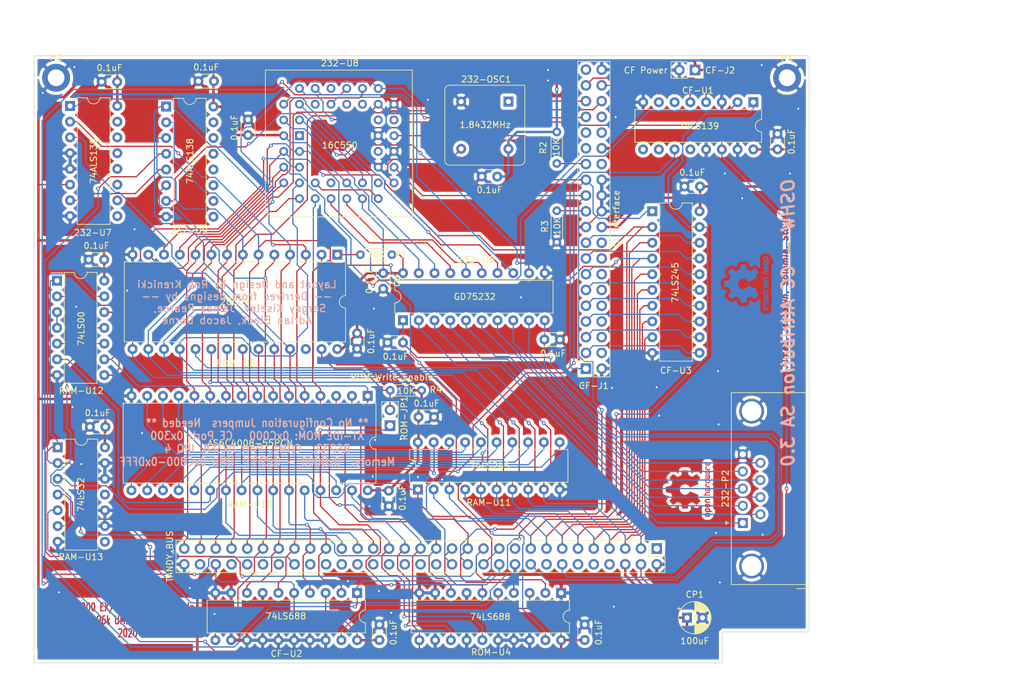
<source format=kicad_pcb>
(kicad_pcb (version 20241229) (generator "pcbnew") (generator_version "9.0")
  (layers (0 "F.Cu" signal) (2 "B.Cu" signal) (5 "F.SilkS" user "F.Silkscreen") (7 "B.SilkS" user "B.Silkscreen") (1 "F.Mask" user) (3 "B.Mask" user) (25 "Edge.Cuts" user))
  (net 0 "")
  (net 1 "GND")
  (net 2 "Net-(R1-Pad2)")
  (net 3 "Net-(BUS1-Pad61)")
  (net 4 "Net-(BUS1-Pad59)")
  (net 5 "Net-(BUS1-Pad58)")
  (net 6 "Net-(BUS1-Pad57)")
  (net 7 "Net-(BUS1-Pad56)")
  (net 8 "IRQ4")
  (net 9 "Net-(BUS1-Pad54)")
  (net 10 "Net-(BUS1-Pad53)")
  (net 11 "Net-(BUS1-Pad52)")
  (net 12 "Net-(BUS1-Pad51)")
  (net 13 "Net-(BUS1-Pad50)")
  (net 14 "Net-(BUS1-Pad49)")
  (net 15 "Net-(BUS1-Pad48)")
  (net 16 "Net-(BUS1-Pad47)")
  (net 17 "Net-(BUS1-Pad46)")
  (net 18 "~{IOR}")
  (net 19 "~{IOW}")
  (net 20 "~{MEMR}")
  (net 21 "~{MEMW}")
  (net 22 "Net-(BUS1-Pad10)")
  (net 23 "Net-(BUS1-Pad39)")
  (net 24 "Net-(BUS1-Pad37)")
  (net 25 "Net-(BUS1-Pad36)")
  (net 26 "Net-(BUS1-Pad35)")
  (net 27 "D5")
  (net 28 "D6")
  (net 29 "D7")
  (net 30 "Net-(BUS1-Pad1)")
  (net 31 "+12V")
  (net 32 "-12V")
  (net 33 "D0")
  (net 34 "A0")
  (net 35 "A1")
  (net 36 "A2")
  (net 37 "A3")
  (net 38 "A4")
  (net 39 "A5")
  (net 40 "A6")
  (net 41 "A7")
  (net 42 "A8")
  (net 43 "A9")
  (net 44 "A10")
  (net 45 "A11")
  (net 46 "A12")
  (net 47 "A13")
  (net 48 "A14")
  (net 49 "A15")
  (net 50 "A16")
  (net 51 "A17")
  (net 52 "A18")
  (net 53 "A19")
  (net 54 "AEN")
  (net 55 "D1")
  (net 56 "D2")
  (net 57 "D3")
  (net 58 "D4")
  (net 59 "RESETDRV")
  (net 60 "~{UART_CS}")
  (net 61 "MEMD0")
  (net 62 "MEMD1")
  (net 63 "MEMD2")
  (net 64 "MEMD3")
  (net 65 "MEMD4")
  (net 66 "MEMD5")
  (net 67 "MEMD6")
  (net 68 "MEMD7")
  (net 69 "CF_RESET")
  (net 70 "CF_CS1")
  (net 71 "CF_CS0")
  (net 72 "~{ROM_CS}")
  (net 73 "+5V")
  (net 74 "Net-(232-OSC1-Pad5)")
  (net 75 "Net-(232-P2-Pad9)")
  (net 76 "Net-(232-P2-Pad8)")
  (net 77 "Net-(232-P2-Pad7)")
  (net 78 "Net-(232-P2-Pad6)")
  (net 79 "Net-(232-P2-Pad4)")
  (net 80 "Net-(232-P2-Pad3)")
  (net 81 "Net-(232-P2-Pad2)")
  (net 82 "Net-(232-P2-Pad1)")
  (net 83 "Net-(232-U6-Pad19)")
  (net 84 "Net-(232-U6-Pad18)")
  (net 85 "Net-(232-U6-Pad17)")
  (net 86 "Net-(232-U6-Pad16)")
  (net 87 "Net-(232-U6-Pad15)")
  (net 88 "Net-(232-U6-Pad14)")
  (net 89 "Net-(232-U6-Pad13)")
  (net 90 "Net-(232-U6-Pad12)")
  (net 91 "Net-(232-U7-Pad15)")
  (net 92 "Net-(232-U7-Pad7)")
  (net 93 "Net-(232-U7-Pad14)")
  (net 94 "Net-(232-U7-Pad13)")
  (net 95 "Net-(232-U7-Pad12)")
  (net 96 "Net-(232-U7-Pad11)")
  (net 97 "Net-(232-U7-Pad10)")
  (net 98 "Net-(232-U7-Pad9)")
  (net 99 "Net-(232-U9-Pad15)")
  (net 100 "Net-(232-U9-Pad14)")
  (net 101 "Net-(232-U9-Pad13)")
  (net 102 "Net-(232-U9-Pad12)")
  (net 103 "Net-(232-U9-Pad11)")
  (net 104 "Net-(232-U9-Pad10)")
  (net 105 "Net-(232-U9-Pad9)")
  (net 106 "Net-(CF-U1-Pad7)")
  (net 107 "Net-(CF-U1-Pad6)")
  (net 108 "Net-(CF-U1-Pad12)")
  (net 109 "Net-(CF-U1-Pad10)")
  (net 110 "Net-(CF-U1-Pad9)")
  (net 111 "Net-(CF-U1-Pad1)")
  (net 112 "Net-(RAM-U12-Pad11)")
  (net 113 "Net-(RAM-U12-Pad3)")
  (net 114 "Net-(RAM-U12-Pad10)")
  (net 115 "Net-(RAM-U12-Pad2)")
  (net 116 "Net-(RAM-U13-Pad11)")
  (net 117 "Net-(RAM-U13-Pad8)")
  (net 118 "Net-(232-OSC1-Pad1)")
  (net 119 "Net-(CF-J1-Pad39)")
  (net 120 "Net-(CF-J1-Pad34)")
  (net 121 "Net-(CF-J1-Pad32)")
  (net 122 "Net-(CF-J1-Pad31)")
  (net 123 "Net-(CF-J1-Pad29)")
  (net 124 "Net-(CF-J1-Pad28)")
  (net 125 "Net-(CF-J1-Pad27)")
  (net 126 "Net-(CF-J1-Pad21)")
  (net 127 "Net-(CF-J1-Pad18)")
  (net 128 "Net-(CF-J1-Pad16)")
  (net 129 "Net-(CF-J1-Pad14)")
  (net 130 "Net-(CF-J1-Pad12)")
  (net 131 "Net-(CF-J1-Pad10)")
  (net 132 "Net-(CF-J1-Pad8)")
  (net 133 "Net-(CF-J1-Pad6)")
  (net 134 "Net-(CF-J1-Pad4)")
  (net 135 "CFD0")
  (net 136 "CFD1")
  (net 137 "CFD2")
  (net 138 "CFD3")
  (net 139 "CFD4")
  (net 140 "CFD5")
  (net 141 "CFD6")
  (net 142 "CFD7")
  (net 143 "CF-A17")
  (net 144 "MEM-CE")
  (net 145 "Net-(232-U8-Pad35)")
  (net 146 "Net-(232-U8-Pad38)")
  (net 147 "Net-(232-U8-Pad34)")
  (net 148 "Net-(232-U8-Pad32)")
  (net 149 "Net-(232-U8-Pad26)")
  (net 150 "Net-(232-U8-Pad27)")
  (net 151 "Net-(232-U8-Pad23)")
  (net 152 "Net-(232-U8-Pad19)")
  (net 153 "Net-(232-U8-Pad10)")
  (net 154 "Net-(232-U8-Pad12)")
  (net 155 "Net-(232-U8-Pad1)")
  (net 156 "Net-(ROM-U5-Pad26)")
  (net 157 "Net-(R4-Pad2)")
  (footprint "Oscillator:Oscillator_DIP-8" (layer "F.Cu") (at 161.5 57.4 180)
    (property "Reference" "232-OSC1")
    (property "Value" "1.8432MHz")
  )
  (footprint "Connector_Dsub:DSUB-9_Male_Horizontal_P2.77x2.84mm_EdgePinOffset7.70mm_Housed_MountingHolesOffset9.12mm" (layer "F.Cu") (at 199.3 125.4 90)
    (property "Reference" "232-P2")
    (property "Value" "SERIAL")
  )
  (footprint "Package_DIP:DIP-20_W7.62mm" (layer "F.Cu") (at 144.5 92.7 90)
    (property "Reference" "232-U6")
    (property "Value" "GD75232")
  )
  (footprint "Package_DIP:DIP-16_W7.62mm" (layer "F.Cu") (at 106.3 58.2)
    (property "Reference" "232-U9")
    (property "Value" "74ALS138")
  )
  (footprint "Capacitor_THT:C_Disc_D3.0mm_W2.0mm_P2.50mm" (layer "F.Cu") (at 204.9 65.1 90)
    (property "Reference" "C1" (hide yes))
    (property "Value" "0.1uF")
  )
  (footprint "Capacitor_THT:C_Disc_D3.0mm_W2.0mm_P2.50mm" (layer "F.Cu") (at 140.7 144.3 90)
    (property "Reference" "C2" (hide yes))
    (property "Value" "0.1uF")
  )
  (footprint "Capacitor_THT:C_Disc_D3.0mm_W2.0mm_P2.50mm" (layer "F.Cu") (at 192.4 71.1 180)
    (property "Reference" "C3" (hide yes))
    (property "Value" "0.1uF")
  )
  (footprint "Capacitor_THT:C_Disc_D3.0mm_W2.0mm_P2.50mm" (layer "F.Cu") (at 173.8 144.3 90)
    (property "Reference" "C4" (hide yes))
    (property "Value" "0.1uF")
  )
  (footprint "Capacitor_THT:C_Disc_D3.0mm_W2.0mm_P2.50mm" (layer "F.Cu") (at 137.1 94.8 -90)
    (property "Reference" "C5" (hide yes))
    (property "Value" "0.1uF")
  )
  (footprint "Capacitor_THT:C_Disc_D3.0mm_W2.0mm_P2.50mm" (layer "F.Cu") (at 98.4 54.2 180)
    (property "Reference" "C7" (hide yes))
    (property "Value" "0.1uF")
  )
  (footprint "Capacitor_THT:C_Disc_D3.0mm_W2.0mm_P2.50mm" (layer "F.Cu") (at 119.5 62.8 90)
    (property "Reference" "C8" (hide yes))
    (property "Value" "0.1uF")
  )
  (footprint "Capacitor_THT:C_Disc_D3.0mm_W2.0mm_P2.50mm" (layer "F.Cu") (at 114 54.1 180)
    (property "Reference" "C9" (hide yes))
    (property "Value" "0.1uF")
  )
  (footprint "Capacitor_THT:C_Disc_D3.0mm_W2.0mm_P2.50mm" (layer "F.Cu") (at 142.2 120.2 -90)
    (property "Reference" "C10" (hide yes))
    (property "Value" "0.1uF")
  )
  (footprint "Capacitor_THT:C_Disc_D3.0mm_W2.0mm_P2.50mm" (layer "F.Cu") (at 147 108.3)
    (property "Reference" "C11" (hide yes))
    (property "Value" "0.1uF")
  )
  (footprint "Capacitor_THT:C_Disc_D3.0mm_W2.0mm_P2.50mm" (layer "F.Cu") (at 96.3 82.9 180)
    (property "Reference" "C12" (hide yes))
    (property "Value" "0.1uF")
  )
  (footprint "Capacitor_THT:C_Disc_D3.0mm_W2.0mm_P2.50mm" (layer "F.Cu") (at 96.5 109.9 180)
    (property "Reference" "C13" (hide yes))
    (property "Value" "0.1uF")
  )
  (footprint "Capacitor_THT:C_Disc_D3.0mm_W2.0mm_P2.50mm" (layer "F.Cu") (at 159.7 69.5 180)
    (property "Reference" "C14" (hide yes))
    (property "Value" "0.1uF")
  )
  (footprint "Capacitor_THT:C_Disc_D3.0mm_W2.0mm_P2.50mm" (layer "F.Cu") (at 144.5 96.3 180)
    (property "Reference" "C15" (hide yes))
    (property "Value" "0.1uF")
  )
  (footprint "Capacitor_THT:C_Disc_D3.0mm_W2.0mm_P2.50mm" (layer "F.Cu") (at 169.8 95.8 180)
    (property "Reference" "C16" (hide yes))
    (property "Value" "0.1uF")
  )
  (footprint "Connector_PinSocket_2.54mm:PinSocket_2x20_P2.54mm_Vertical" (layer "F.Cu") (at 174 100.5 180)
    (property "Reference" "CF-J1")
    (property "Value" "CF Interface")
  )
  (footprint "Connector_PinSocket_2.54mm:PinSocket_1x02_P2.54mm_Vertical" (layer "F.Cu") (at 191.6 52.3 -90)
    (property "Reference" "CF-J2")
    (property "Value" "CF Power")
  )
  (footprint "Package_DIP:DIP-16_W7.62mm" (layer "F.Cu") (at 201 57.5 -90)
    (property "Reference" "CF-U1")
    (property "Value" "74LS139")
  )
  (footprint "Package_DIP:DIP-20_W7.62mm" (layer "F.Cu") (at 184.7 75.1)
    (property "Reference" "CF-U3")
    (property "Value" "74LS245")
  )
  (footprint "Capacitor_THT:CP_Radial_D5.0mm_P2.50mm" (layer "F.Cu") (at 190.3 140.7)
    (property "Reference" "CP1")
    (property "Value" "100uF")
  )
  (footprint "Resistor_THT:R_Axial_DIN0204_L3.6mm_D1.6mm_P5.08mm_Horizontal" (layer "F.Cu") (at 142.7 82.1 180)
    (property "Reference" "R1")
    (property "Value" "10K")
  )
  (footprint "Resistor_THT:R_Axial_DIN0204_L3.6mm_D1.6mm_P5.08mm_Horizontal" (layer "F.Cu") (at 169.3 62.3 -90)
    (property "Reference" "R2")
    (property "Value" "10K")
  )
  (footprint "Resistor_THT:R_Axial_DIN0204_L3.6mm_D1.6mm_P5.08mm_Horizontal" (layer "F.Cu") (at 169.3 80.1 90)
    (property "Reference" "R3")
    (property "Value" "10K")
  )
  (footprint "Package_DIP:DIP-32_W15.24mm" (layer "F.Cu") (at 138.8 104.9 -90)
    (property "Reference" "RAM-U10")
    (property "Value" "AS6C4008-55PCN")
  )
  (footprint "Package_DIP:DIP-20_W7.62mm" (layer "F.Cu") (at 146.9 120 90)
    (property "Reference" "RAM-U11")
    (property "Value" "74LS245")
  )
  (footprint "Package_DIP:DIP-14_W7.62mm" (layer "F.Cu") (at 88.7 86.3)
    (property "Reference" "RAM-U12")
    (property "Value" "74LS00")
  )
  (footprint "Package_DIP:DIP-14_W7.62mm" (layer "F.Cu") (at 88.8 113.2)
    (property "Reference" "RAM-U13")
    (property "Value" "74LS32")
  )
  (footprint "Package_DIP:DIP-20_W7.62mm" (layer "F.Cu") (at 137.1 136.7 -90)
    (property "Reference" "CF-U2")
    (property "Value" "74LS688")
  )
  (footprint "Package_DIP:DIP-20_W7.62mm" (layer "F.Cu") (at 170 136.7 -90)
    (property "Reference" "ROM-U4")
    (property "Value" "74LS688")
  )
  (footprint "Package_DIP:DIP-28_W15.24mm" (layer "F.Cu") (at 133.9 82.1 -90)
    (property "Reference" "ROM-U5")
    (property "Value" "28C64")
  )
  (footprint "Package_LCC:PLCC-44_THT-Socket" (layer "F.Cu") (at 127.8 62.9 90)
    (property "Reference" "232-U8")
    (property "Value" "16C550")
  )
  (footprint "Capacitor_THT:C_Disc_D3.0mm_W2.0mm_P2.50mm" (layer "F.Cu") (at 141.3 85.1 -90)
    (property "Reference" "C6")
    (property "Value" "0.1uF")
  )
  (footprint "Package_DIP:DIP-16_W7.62mm" (layer "F.Cu") (at 90.8 58.1)
    (property "Reference" "232-U7")
    (property "Value" "74ALS138")
  )
  (footprint "MountingHole:MountingHole_2.7mm_M2.5_ISO7380_Pad" (layer "F.Cu") (at 88.55 53.55)
    (property "Reference" "H2")
    (property "Value" "MountingHole")
  )
  (footprint "MountingHole:MountingHole_2.7mm_M2.5_ISO7380_Pad" (layer "F.Cu") (at 206.45 53.55)
    (property "Reference" "H1")
    (property "Value" "MountingHole")
  )
  (footprint "Tandy-IO:TANDY-PLUS-BUS" (layer "F.Cu") (at 185.42 129.54 -90)
    (property "Reference" "BUS1" (hide yes))
    (property "Value" "TANDY_BUS")
  )
  (footprint "Connector_PinHeader_2.54mm:PinHeader_1x02_P2.54mm_Vertical" (layer "F.Cu") (at 142.4 109.7 180)
    (property "Reference" "ROM-JP1")
    (property "Value" "ROM Write Enable")
  )
  (footprint "Resistor_THT:R_Axial_DIN0204_L3.6mm_D1.6mm_P5.08mm_Horizontal" (layer "F.Cu") (at 147.5 104 180)
    (property "Reference" "R4")
    (property "Value" "10K")
  )
  (footprint "Symbol:OSHW-Logo2_9.8x8mm_Copper" (layer "F.Cu") (at 190.6 120 90)
    (property "Reference" "REF**" (hide yes))
    (property "Value" "OSHW-Logo2_9.8x8mm_Copper" (hide yes))
  )
  (footprint "Symbol:OSHW-Logo2_9.8x8mm_Copper" (layer "B.Cu") (at 200 86.8 -90)
    (property "Reference" "REF**" (hide yes))
    (property "Value" "OSHW-Logo2_9.8x8mm_Copper" (hide yes))
  )
  (gr_line (start 210 136) (end 208 136) (stroke (width 0.12)) (layer "F.SilkS"))
  (gr_poly (pts (xy 85 50) (xy 210 50) (xy 210 143) (xy 196 143) (xy 196 148) (xy 85 148)) (stroke (width 0.1)) (fill no) (layer "Edge.Cuts"))
  (gr_text "Tandy 1000 EX/HX 3-in-1 Upgrade\n640kb, 96k UMB, CF, RS232\nRob Krenicki - 2020-02-13 v1.9" (at 99.2 141.1 0) (layer "F.Cu") (effects (font (size 1.3 0.83) (thickness 0.2))))
  (gr_text "Aimee, Jessalyn, Solomia, Stella" (at 206.1 88 90) (layer "F.Cu") (effects (font (size 1 1) (thickness 0.25) (italic yes))))
  (gr_text "Layout and Design by Rob Krenicki\n-- Derrived from designs by --\nSergey Kiselev, James Pearce, \nAdrian Black, Jacob Dorne" (at 117.7 89.8 0) (layer "B.SilkS") (effects (font (size 1.2 1.2) (thickness 0.2)) (justify mirror)))
  (gr_text "OSHW - CC Attribution SA 3.0" (at 206.6 93 90) (layer "B.SilkS") (effects (font (size 2 2) (thickness 0.4) (italic yes)) (justify mirror)))
  (gr_text "** No Configuration Jumpers  Needed **\nXT-IDE ROM: 0xC000   CF Port: 0x300\nRS232:  COM1, Port 0x3F8, IRQ 4\nMemory:  0x0000 - 0x5FFF, UMB 0xC800-0xDFFF" (at 121 112.4 0) (layer "B.SilkS") (effects (font (size 1.3 1.15) (thickness 0.22)) (justify mirror)))
  (segment (start 174.849999 76.790001) (end 176.54 75.1) (width 0.2) (layer "F.Cu") (net 1))
  (segment (start 174 77.64) (end 174.849999 76.790001) (width 0.2) (layer "F.Cu") (net 1))
  (segment (start 96.42 118.88) (end 96.5 118.8) (width 0.4) (layer "F.Cu") (net 1))
  (via (at 178.2 103.6) (size 0.6) (drill 0.3) (layers "F.Cu" "B.Cu") (net 1))
  (via (at 208.25 58.55) (size 0.6) (drill 0.3) (layers "F.Cu" "B.Cu") (net 1))
  (via (at 167.9 52.3) (size 0.6) (drill 0.3) (layers "F.Cu" "B.Cu") (net 1))
  (via (at 86.4 56) (size 0.6) (drill 0.3) (layers "F.Cu" "B.Cu") (net 1))
  (via (at 195.3 100.9) (size 0.6) (drill 0.3) (layers "F.Cu" "B.Cu") (net 1))
  (via (at 139.1 122.7) (size 0.6) (drill 0.3) (layers "F.Cu" "B.Cu") (net 1))
  (via (at 150.8 118.4) (size 0.6) (drill 0.3) (layers "F.Cu" "B.Cu") (net 1))
  (via (at 91.5 51.8) (size 0.6) (drill 0.3) (layers "F.Cu" "B.Cu") (net 1))
  (via (at 195.6 135) (size 0.6) (drill 0.3) (layers "F.Cu" "B.Cu") (net 1))
  (via (at 92.6 115.9) (size 0.6) (drill 0.3) (layers "F.Cu" "B.Cu") (net 1))
  (via (at 173.6 103.2) (size 0.6) (drill 0.3) (layers "F.Cu" "B.Cu") (net 1))
  (via (at 206.9 69) (size 0.6) (drill 0.3) (layers "F.Cu" "B.Cu") (net 1))
  (via (at 145.3 68) (size 0.6) (drill 0.3) (layers "F.Cu" "B.Cu") (net 1))
  (via (at 144.1 111.9) (size 0.6) (drill 0.3) (layers "F.Cu" "B.Cu") (net 1))
  (via (at 148.5 57.1) (size 0.6) (drill 0.3) (layers "F.Cu" "B.Cu") (net 1))
  (via (at 140 112) (size 0.6) (drill 0.3) (layers "F.Cu" "B.Cu") (net 1))
  (via (at 107.2 130) (size 0.6) (drill 0.3) (layers "F.Cu" "B.Cu") (net 1))
  (via (at 167.9 54) (size 0.6) (drill 0.3) (layers "F.Cu" "B.Cu") (net 1))
  (via (at 139.6 117.9) (size 0.6) (drill 0.3) (layers "F.Cu" "B.Cu") (net 1))
  (via (at 100 87.9) (size 0.6) (drill 0.3) (layers "F.Cu" "B.Cu") (net 1))
  (via (at 89 136.6) (size 0.6) (drill 0.3) (layers "F.Cu" "B.Cu") (net 1))
  (via (at 144.6 120.2) (size 0.6) (drill 0.3) (layers "F.Cu" "B.Cu") (net 1))
  (via (at 92.5 121.1) (size 0.6) (drill 0.3) (layers "F.Cu" "B.Cu") (net 1))
  (via (at 202.5 127.3) (size 0.6) (drill 0.3) (layers "F.Cu" "B.Cu") (net 1))
  (via (at 114.1 140.1) (size 0.6) (drill 0.3) (layers "F.Cu" "B.Cu") (net 1))
  (via (at 110.1 135.9) (size 0.6) (drill 0.3) (layers "F.Cu" "B.Cu") (net 1))
  (via (at 195 127) (size 0.6) (drill 0.3) (layers "F.Cu" "B.Cu") (net 1))
  (via (at 163.5 89) (size 0.6) (drill 0.3) (layers "F.Cu" "B.Cu") (net 1))
  (via (at 196.4 69) (size 0.6) (drill 0.3) (layers "F.Cu" "B.Cu") (net 1))
  (via (at 185.8 108.1) (size 0.6) (drill 0.3) (layers "F.Cu" "B.Cu") (net 1))
  (via (at 185.4 103.5) (size 0.6) (drill 0.3) (layers "F.Cu" "B.Cu") (net 1))
  (via (at 206.8 73) (size 0.6) (drill 0.3) (layers "F.Cu" "B.Cu") (net 1))
  (via (at 140.6 136.4) (size 0.6) (drill 0.3) (layers "F.Cu" "B.Cu") (net 1))
  (via (at 199.2 73) (size 0.6) (drill 0.3) (layers "F.Cu" "B.Cu") (net 1))
  (via (at 139.8 90.8) (size 0.6) (drill 0.3) (layers "F.Cu" "B.Cu") (net 1))
  (via (at 178.5 138.9) (size 0.6) (drill 0.3) (layers "F.Cu" "B.Cu") (net 1))
  (via (at 202.35 51.5) (size 0.6) (drill 0.3) (layers "F.Cu" "B.Cu") (net 1))
  (via (at 101.2 78) (size 0.6) (drill 0.3) (layers "F.Cu" "B.Cu") (net 1))
  (via (at 91.8 90.5) (size 0.6) (drill 0.3) (layers "F.Cu" "B.Cu") (net 1))
  (via (at 135.6 134.8) (size 0.6) (drill 0.3) (layers "F.Cu" "B.Cu") (net 1))
  (via (at 91.2 106.7) (size 0.6) (drill 0.3) (layers "F.Cu" "B.Cu") (net 1))
  (via (at 102.4 110.9) (size 0.6) (drill 0.3) (layers "F.Cu" "B.Cu") (net 1))
  (via (at 195.4 109.5) (size 0.6) (drill 0.3) (layers "F.Cu" "B.Cu") (net 1))
  (via (at 142.6 139.9) (size 0.6) (drill 0.3) (layers "F.Cu" "B.Cu") (net 1))
  (via (at 146.9 118) (size 0.6) (drill 0.3) (layers "F.Cu" "B.Cu") (net 1))
  (via (at 178.8 59.9) (size 0.6) (drill 0.3) (layers "F.Cu" "B.Cu") (net 1))
  (segment (start 142 58.86) (end 142 58.9) (width 0.2) (layer "B.Cu") (net 1))
  (segment (start 141.8 59.06) (end 143.04 57.82) (width 0.2) (layer "B.Cu") (net 1))
  (segment (start 144 58.78) (end 143.04 57.82) (width 0.2) (layer "B.Cu") (net 1))
  (segment (start 143.04 57.82) (end 142 58.86) (width 0.2) (layer "B.Cu") (net 1))
  (segment (start 142 58.9) (end 142.2 59.1) (width 0.2) (layer "B.Cu") (net 1))
  (segment (start 141.8 61.6) (end 141.8 59.06) (width 0.2) (layer "B.Cu") (net 1))
  (segment (start 144 59.1) (end 144 58.78) (width 0.2) (layer "B.Cu") (net 1))
  (segment (start 140.5 62.9) (end 141.8 61.6) (width 0.2) (layer "B.Cu") (net 1))
  (segment (start 142.2 59.1) (end 144 59.1) (width 0.2) (layer "B.Cu") (net 1))
  (segment (start 137.08 82.1) (end 137.1 82.12) (width 0.2) (layer "F.Cu") (net 2))
  (segment (start 133.9 82.1) (end 137.08 82.1) (width 0.2) (layer "F.Cu") (net 2))
  (segment (start 116.7204 132.3581) (end 116.7204 131.584) (width 0.2) (layer "F.Cu") (net 4))
  (segment (start 121.8 131.768) (end 121.8 132.632) (width 0.2) (layer "F.Cu") (net 6))
  (segment (start 110.85 133.7) (end 110.25 133.7) (width 0.2) (layer "F.Cu") (net 8))
  (segment (start 86.8414 135.2) (end 86.5 135.2) (width 0.2) (layer "F.Cu") (net 8))
  (segment (start 88.3704 133.671) (end 86.8414 135.2) (width 0.2) (layer "F.Cu") (net 8))
  (segment (start 134.4002 56.2998) (end 135.42 55.28) (width 0.2) (layer "F.Cu") (net 8))
  (segment (start 127.0811 56.2998) (end 134.4002 56.2998) (width 0.2) (layer "F.Cu") (net 8))
  (segment (start 110.3841 133.671) (end 110.221 133.671) (width 0.2) (layer "F.Cu") (net 8))
  (segment (start 124.9875 54.2062) (end 127.0811 56.2998) (width 0.2) (layer "F.Cu") (net 8))
  (segment (start 110.25 133.7) (end 110.221 133.671) (width 0.2) (layer "F.Cu") (net 8))
  (segment (start 110.221 133.671) (end 88.3704 133.671) (width 0.2) (layer "F.Cu") (net 8))
  (via (at 124.9875 54.2062) (size 0.6) (drill 0.3) (layers "F.Cu" "B.Cu") (net 8))
  (via (at 86.5 135.2) (size 0.6) (drill 0.3) (layers "F.Cu" "B.Cu") (net 8))
  (via (at 110.85 133.7) (size 0.6) (drill 0.3) (layers "F.Cu" "B.Cu") (net 8))
  (segment (start 86.3 135) (end 86.5 135.2) (width 0.2) (layer "B.Cu") (net 8))
  (segment (start 126.150001 131.150001) (end 125.9296 130.9296) (width 0.2) (layer "B.Cu") (net 8))
  (segment (start 86.3 60.5054) (end 86.3 135) (width 0.2) (layer "B.Cu") (net 8))
  (segment (start 123.76 55.4337) (end 91.3717 55.4337) (width 0.2) (layer "B.Cu") (net 8))
  (segment (start 110.85 133.7) (end 111.842002 133.7) (width 0.2) (layer "B.Cu") (net 8))
  (segment (start 111.842002 133.7) (end 113.149999 132.392003) (width 0.2) (layer "B.Cu") (net 8))
  (segment (start 113.149999 132.392003) (end 113.149999 131.250001) (width 0.2) (layer "B.Cu") (net 8))
  (segment (start 91.3717 55.4337) (end 86.3 60.5054) (width 0.2) (layer "B.Cu") (net 8))
  (segment (start 113.4704 130.9296) (end 125.9296 130.9296) (width 0.2) (layer "B.Cu") (net 8))
  (segment (start 124.9875 54.2062) (end 123.76 55.4337) (width 0.2) (layer "B.Cu") (net 8))
  (segment (start 126.150001 131.230001) (end 126.150001 131.150001) (width 0.2) (layer "B.Cu") (net 8))
  (segment (start 127 132.08) (end 126.150001 131.230001) (width 0.2) (layer "B.Cu") (net 8))
  (segment (start 113.149999 131.250001) (end 113.4704 130.9296) (width 0.2) (layer "B.Cu") (net 8))
  (segment (start 139.819999 131.527999) (end 139.819999 132.619999) (width 0.2) (layer "F.Cu") (net 13))
  (segment (start 165.6 64.3) (end 165.6 69) (width 0.2) (layer "F.Cu") (net 18))
  (segment (start 165.6 69) (end 166.62 70.02) (width 0.2) (layer "F.Cu") (net 18))
  (segment (start 170.4749 101.1751) (end 164.4122 101.1751) (width 0.2) (layer "F.Cu") (net 18))
  (segment (start 172.05 99.6) (end 170.4749 101.1751) (width 0.2) (layer "F.Cu") (net 18))
  (segment (start 153.1 62.9) (end 143.04 62.9) (width 0.2) (layer "F.Cu") (net 18))
  (segment (start 155.79 109.7973) (end 155.79 114.6314) (width 0.2) (layer "F.Cu") (net 18))
  (segment (start 153.1 62.9) (end 164.2 62.9) (width 0.2) (layer "F.Cu") (net 18))
  (segment (start 164.4122 101.1751) (end 155.79 109.7973) (width 0.2) (layer "F.Cu") (net 18))
  (segment (start 155.79 114.6314) (end 153.3262 117.0952) (width 0.2) (layer "F.Cu") (net 18))
  (segment (start 164.2 62.9) (end 165.6 64.3) (width 0.2) (layer "F.Cu") (net 18))
  (segment (start 174 70.02) (end 166.62 70.02) (width 0.2) (layer "F.Cu") (net 18))
  (via (at 153.3262 117.0952) (size 0.6) (drill 0.3) (layers "F.Cu" "B.Cu") (net 18))
  (via (at 172.05 99.6) (size 0.6) (drill 0.3) (layers "F.Cu" "B.Cu") (net 18))
  (segment (start 174 70.02) (end 175.15 71.17) (width 0.2) (layer "B.Cu") (net 18))
  (segment (start 152.4 132.08) (end 151.245 130.925) (width 0.2) (layer "B.Cu") (net 18))
  (segment (start 153.3262 117.0952) (end 150.7308 117.0952) (width 0.2) (layer "B.Cu") (net 18))
  (segment (start 172.05 71.97) (end 174 70.02) (width 0.2) (layer "B.Cu") (net 18))
  (segment (start 182.65 76.25) (end 183.8 75.1) (width 0.2) (layer "B.Cu") (net 18))
  (segment (start 175.15 75.412) (end 175.988 76.25) (width 0.2) (layer "B.Cu") (net 18))
  (segment (start 183.8 75.1) (end 184.8 75.1) (width 0.2) (layer "B.Cu") (net 18))
  (segment (start 151.245 130.925) (end 151.245 126.455) (width 0.2) (layer "B.Cu") (net 18))
  (segment (start 175.988 76.25) (end 182.65 76.25) (width 0.2) (layer "B.Cu") (net 18))
  (segment (start 148.2817 123.4917) (end 151.245 126.455) (width 0.2) (layer "B.Cu") (net 18))
  (segment (start 148.2817 119.5443) (end 148.2817 123.4917) (width 0.2) (layer "B.Cu") (net 18))
  (segment (start 150.7308 117.0952) (end 148.2817 119.5443) (width 0.2) (layer "B.Cu") (net 18))
  (segment (start 172.05 99.6) (end 172.05 71.97) (width 0.2) (layer "B.Cu") (net 18))
  (segment (start 175.15 71.17) (end 175.15 75.412) (width 0.2) (layer "B.Cu") (net 18))
  (segment (start 176.5674 111.5862) (end 176.5674 123.0926) (width 0.2) (layer "F.Cu") (net 19))
  (segment (start 147.62 72.56) (end 174 72.56) (width 0.2) (layer "F.Cu") (net 19))
  (segment (start 159.3423 126.4045) (end 162.3545 126.4045) (width 0.2) (layer "F.Cu") (net 19))
  (segment (start 162.3545 126.4045) (end 162.3675 126.4175) (width 0.2) (layer "F.Cu") (net 19))
  (segment (start 176.5674 123.0926) (end 175.6975 123.9625) (width 0.2) (layer "F.Cu") (net 19))
  (segment (start 176.5674 111.5862) (end 176.5674 107.1824) (width 0.2) (layer "F.Cu") (net 19))
  (segment (start 175.6975 123.9625) (end 164.8225 123.9625) (width 0.2) (layer "F.Cu") (net 19))
  (segment (start 143.04 67.98) (end 147.62 72.56) (width 0.2) (layer "F.Cu") (net 19))
  (segment (start 162.3675 126.4175) (end 164.8225 123.9625) (width 0.2) (layer "F.Cu") (net 19))
  (via (at 159.3423 126.4045) (size 0.6) (drill 0.3) (layers "F.Cu" "B.Cu") (net 19))
  (via (at 176.5674 107.1824) (size 0.6) (drill 0.3) (layers "F.Cu" "B.Cu") (net 19))
  (segment (start 156.373498 126.4045) (end 157.6441 126.4045) (width 0.2) (layer "B.Cu") (net 19))
  (segment (start 173.7451 99.3496) (end 172.8232 98.4277) (width 0.2) (layer "B.Cu") (net 19))
  (segment (start 175.1504 105.7654) (end 175.1504 99.4877) (width 0.2) (layer "B.Cu") (net 19))
  (segment (start 176.5674 107.1824) (end 175.1504 105.7654) (width 0.2) (layer "B.Cu") (net 19))
  (segment (start 172.8232 73.7368) (end 174 72.56) (width 0.2) (layer "B.Cu") (net 19))
  (segment (start 153.789999 130.929999) (end 153.789999 128.987999) (width 0.2) (layer "B.Cu") (net 19))
  (segment (start 175.1504 99.4877) (end 175.0123 99.3496) (width 0.2) (layer "B.Cu") (net 19))
  (segment (start 172.8232 98.4277) (end 172.8232 73.7368) (width 0.2) (layer "B.Cu") (net 19))
  (segment (start 175.0123 99.3496) (end 173.7451 99.3496) (width 0.2) (layer "B.Cu") (net 19))
  (segment (start 153.789999 128.987999) (end 156.373498 126.4045) (width 0.2) (layer "B.Cu") (net 19))
  (segment (start 154.94 132.08) (end 153.789999 130.929999) (width 0.2) (layer "B.Cu") (net 19))
  (segment (start 159.3423 126.4045) (end 157.6441 126.4045) (width 0.2) (layer "B.Cu") (net 19))
  (segment (start 146.9 120) (end 146.9 122) (width 0.2) (layer "F.Cu") (net 20))
  (segment (start 119.58 103.26) (end 118.66 102.34) (width 0.2) (layer "F.Cu") (net 20))
  (segment (start 119.58 104.372) (end 119.58 105.428) (width 0.2) (layer "F.Cu") (net 20))
  (segment (start 118.66 97.34) (end 118.66 102.34) (width 0.2) (layer "F.Cu") (net 20))
  (segment (start 157.48 132.08) (end 158.80155 130.75845) (width 0.2) (layer "F.Cu") (net 20))
  (segment (start 158.80155 130.75845) (end 158.80155 127.89845) (width 0.2) (layer "F.Cu") (net 20))
  (segment (start 146.9 122) (end 149.24845 124.34845) (width 0.2) (layer "F.Cu") (net 20))
  (segment (start 155.25155 124.34845) (end 158.80155 127.89845) (width 0.2) (layer "F.Cu") (net 20))
  (segment (start 119.58 105.428) (end 119.58 106.28) (width 0.2) (layer "F.Cu") (net 20))
  (segment (start 149.24845 124.34845) (end 155.25155 124.34845) (width 0.2) (layer "F.Cu") (net 20))
  (segment (start 118.48 107.38) (end 118.48 120.14) (width 0.2) (layer "F.Cu") (net 20))
  (segment (start 119.58 104.372) (end 119.58 103.26) (width 0.2) (layer "F.Cu") (net 20))
  (segment (start 119.58 106.28) (end 118.48 107.38) (width 0.2) (layer "F.Cu") (net 20))
  (segment (start 129.1 117.6) (end 129.91 118.41) (width 0.2) (layer "B.Cu") (net 20))
  (segment (start 146.9 120) (end 145.7997 120) (width 0.2) (layer "B.Cu") (net 20))
  (segment (start 135.7902 119.0359) (end 134.99 119.8361) (width 0.2) (layer "B.Cu") (net 20))
  (segment (start 134.1558 121.2899) (end 130.7724 121.2899) (width 0.2) (layer "B.Cu") (net 20))
  (segment (start 134.99 120.4557) (end 134.1558 121.2899) (width 0.2) (layer "B.Cu") (net 20))
  (segment (start 118.48 119.00863) (end 119.88863 117.6) (width 0.2) (layer "B.Cu") (net 20))
  (segment (start 129.91 120.4275) (end 129.91 119.7951) (width 0.2) (layer "B.Cu") (net 20))
  (segment (start 144.8356 119.0359) (end 135.7902 119.0359) (width 0.2) (layer "B.Cu") (net 20))
  (segment (start 118.48 120.14) (end 118.48 119.00863) (width 0.2) (layer "B.Cu") (net 20))
  (segment (start 129.91 118.41) (end 129.91 119.7951) (width 0.2) (layer "B.Cu") (net 20))
  (segment (start 130.7724 121.2899) (end 129.91 120.4275) (width 0.2) (layer "B.Cu") (net 20))
  (segment (start 134.99 119.8361) (end 134.99 120.4557) (width 0.2) (layer "B.Cu") (net 20))
  (segment (start 119.88863 117.6) (end 129.1 117.6) (width 0.2) (layer "B.Cu") (net 20))
  (segment (start 145.7997 120) (end 144.8356 119.0359) (width 0.2) (layer "B.Cu") (net 20))
  (segment (start 131.18 110.42) (end 131.18 113.507) (width 0.2) (layer "F.Cu") (net 21))
  (segment (start 138.78 125.7083) (end 134.2083 125.7083) (width 0.2) (layer "F.Cu") (net 21))
  (segment (start 134.2083 125.7083) (end 131.18 122.68) (width 0.2) (layer "F.Cu") (net 21))
  (segment (start 131.18 122.68) (end 131.18 120.14) (width 0.2) (layer "F.Cu") (net 21))
  (segment (start 141.317998 135.4) (end 138.549999 132.632001) (width 0.2) (layer "F.Cu") (net 21))
  (segment (start 142.6 135.4) (end 141.317998 135.4) (width 0.2) (layer "F.Cu") (net 21))
  (segment (start 131.18 113.507) (end 131.18 120.4462) (width 0.2) (layer "F.Cu") (net 21))
  (segment (start 138.549999 132.632001) (end 138.549999 131.527999) (width 0.2) (layer "F.Cu") (net 21))
  (segment (start 131.18 113.507) (end 131.18 120.14) (width 0.2) (layer "F.Cu") (net 21))
  (segment (start 138.549999 131.527999) (end 139.387997 130.690001) (width 0.2) (layer "F.Cu") (net 21))
  (segment (start 139.387997 130.690001) (end 140.252001 130.690001) (width 0.2) (layer "F.Cu") (net 21))
  (segment (start 140.850001 130.092001) (end 140.850001 127.778301) (width 0.2) (layer "F.Cu") (net 21))
  (segment (start 140.252001 130.690001) (end 140.850001 130.092001) (width 0.2) (layer "F.Cu") (net 21))
  (segment (start 140.850001 127.778301) (end 138.78 125.7083) (width 0.2) (layer "F.Cu") (net 21))
  (via (at 131.18 110.42) (size 0.6) (drill 0.3) (layers "F.Cu" "B.Cu") (net 21))
  (via (at 142.6 135.4) (size 0.6) (drill 0.3) (layers "F.Cu" "B.Cu") (net 21))
  (segment (start 145.665 135.3621) (end 158.0079 135.3621) (width 0.2) (layer "B.Cu") (net 21))
  (segment (start 142.6 135.4) (end 145.6271 135.4) (width 0.2) (layer "B.Cu") (net 21))
  (segment (start 145.6271 135.4) (end 145.665 135.3621) (width 0.2) (layer "B.Cu") (net 21))
  (segment (start 159.985 133.317081) (end 159.985 133.385) (width 0.2) (layer "B.Cu") (net 21))
  (segment (start 160.02 132.08) (end 160.02 133.282081) (width 0.2) (layer "B.Cu") (net 21))
  (segment (start 158.0079 135.3621) (end 159.985 133.385) (width 0.2) (layer "B.Cu") (net 21))
  (segment (start 131.18 110.42) (end 141.68 110.42) (width 0.2) (layer "B.Cu") (net 21))
  (segment (start 141.68 110.42) (end 142.4 109.7) (width 0.2) (layer "B.Cu") (net 21))
  (segment (start 160.02 133.282081) (end 159.985 133.317081) (width 0.2) (layer "B.Cu") (net 21))
  (segment (start 182.7 91) (end 182.7 92.44) (width 0.2) (layer "F.Cu") (net 27))
  (segment (start 177.8 129.54) (end 177.8 128.337919) (width 0.2) (layer "F.Cu") (net 27))
  (segment (start 179.227919 126.91) (end 182.21 126.91) (width 0.2) (layer "F.Cu") (net 27))
  (segment (start 182.21 126.91) (end 182.7 126.42) (width 0.2) (layer "F.Cu") (net 27))
  (segment (start 182.7 126.42) (end 182.7 92.44) (width 0.2) (layer "F.Cu") (net 27))
  (segment (start 117.5472 82.6381) (end 117.5472 83.4528) (width 0.2) (layer "F.Cu") (net 27))
  (segment (start 115.323 91.0168) (end 115.323 85.677) (width 0.2) (layer "F.Cu") (net 27))
  (segment (start 124.03295 75.13295) (end 126.1059 73.06) (width 0.2) (layer "F.Cu") (net 27))
  (segment (start 162.14 118.366) (end 163.24 117.266) (width 0.2) (layer "F.Cu") (net 27))
  (segment (start 162.14 120) (end 162.14 118.366) (width 0.2) (layer "F.Cu") (net 27))
  (segment (start 183.36 90.34) (end 182.7 91) (width 0.2) (layer "F.Cu") (net 27))
  (segment (start 184.7 90.34) (end 183.36 90.34) (width 0.2) (layer "F.Cu") (net 27))
  (segment (start 163.24 110.14) (end 162.3 109.2) (width 0.2) (layer "F.Cu") (net 27))
  (segment (start 122.96705 75.13295) (end 124.03295 75.13295) (width 0.2) (layer "F.Cu") (net 27))
  (segment (start 117.5472 83.4528) (end 115.323 85.677) (width 0.2) (layer "F.Cu") (net 27))
  (segment (start 117.5472 81.6187) (end 117.5472 80.5528) (width 0.2) (layer "F.Cu") (net 27))
  (segment (start 126.1059 73.06) (end 127.8 73.06) (width 0.2) (layer "F.Cu") (net 27))
  (segment (start 163.24 117.266) (end 163.24 110.14) (width 0.2) (layer "F.Cu") (net 27))
  (segment (start 117.5472 80.5528) (end 122.96705 75.13295) (width 0.2) (layer "F.Cu") (net 27))
  (segment (start 177.8 128.337919) (end 179.227919 126.91) (width 0.2) (layer "F.Cu") (net 27))
  (segment (start 117.5472 82.6381) (end 117.5472 81.6187) (width 0.2) (layer "F.Cu") (net 27))
  (via (at 162.3 109.2) (size 0.6) (drill 0.3) (layers "F.Cu" "B.Cu") (net 27))
  (via (at 115.323 91.0168) (size 0.6) (drill 0.3) (layers "F.Cu" "B.Cu") (net 27))
  (segment (start 162.14 120) (end 162.14 122.04) (width 0.2) (layer "B.Cu") (net 27))
  (segment (start 108.649 101.16) (end 154.26 101.16) (width 0.2) (layer "B.Cu") (net 27))
  (segment (start 162.14 122.04) (end 163.2 123.1) (width 0.2) (layer "B.Cu") (net 27))
  (segment (start 105.96 96.04) (end 105.96 97.34) (width 0.2) (layer "B.Cu") (net 27))
  (segment (start 163.2 123.1) (end 173.4 123.1) (width 0.2) (layer "B.Cu") (net 27))
  (segment (start 110.9832 91.0168) (end 105.96 96.04) (width 0.2) (layer "B.Cu") (net 27))
  (segment (start 115.323 91.0168) (end 110.9832 91.0168) (width 0.2) (layer "B.Cu") (net 27))
  (segment (start 173.4 123.1) (end 177.8 127.5) (width 0.2) (layer "B.Cu") (net 27))
  (segment (start 105.96 98.4714) (end 108.649 101.16) (width 0.2) (layer "B.Cu") (net 27))
  (segment (start 177.8 127.5) (end 177.8 129.54) (width 0.2) (layer "B.Cu") (net 27))
  (segment (start 154.26 101.16) (end 162.3 109.2) (width 0.2) (layer "B.Cu") (net 27))
  (segment (start 105.96 97.34) (end 105.96 97.9057) (width 0.2) (layer "B.Cu") (net 27))
  (segment (start 105.96 97.9057) (end 105.96 98.4714) (width 0.2) (layer "B.Cu") (net 27))
  (segment (start 183.56863 92.88) (end 183.1 93.34863) (width 0.2) (layer "F.Cu") (net 28))
  (segment (start 165.78 110.28) (end 164.8 109.3) (width 0.2) (layer "F.Cu") (net 28))
  (segment (start 183.1 93.34863) (end 183.1 94.58) (width 0.2) (layer "F.Cu") (net 28))
  (segment (start 165.78 117.43) (end 165.78 110.28) (width 0.2) (layer "F.Cu") (net 28))
  (segment (start 164.68 118.53) (end 165.78 117.43) (width 0.2) (layer "F.Cu") (net 28))
  (segment (start 182.53 127.37) (end 183.1 126.8) (width 0.2) (layer "F.Cu") (net 28))
  (segment (start 181.307919 127.37) (end 182.53 127.37) (width 0.2) (layer "F.Cu") (net 28))
  (segment (start 183.1 94.58) (end 183.1 126.8) (width 0.2) (layer "F.Cu") (net 28))
  (segment (start 184.7 92.88) (end 183.56863 92.88) (width 0.2) (layer "F.Cu") (net 28))
  (segment (start 180.34 129.54) (end 180.34 128.337919) (width 0.2) (layer "F.Cu") (net 28))
  (segment (start 180.34 128.337919) (end 181.307919 127.37) (width 0.2) (layer "F.Cu") (net 28))
  (segment (start 164.68 120) (end 164.68 118.53) (width 0.2) (layer "F.Cu") (net 28))
  (via (at 164.8 109.3) (size 0.6) (drill 0.3) (layers "F.Cu" "B.Cu") (net 28))
  (segment (start 120.6811 98.451) (end 119.93 97.6999) (width 0.2) (layer "B.Cu") (net 28))
  (segment (start 126.739 71.581) (end 126.739 77.1223) (width 0.2) (layer "B.Cu") (net 28))
  (segment (start 119.93 97.6999) (end 119.93 96.9697) (width 0.2) (layer "B.Cu") (net 28))
  (segment (start 108.5 97.34) (end 108.5 96.3) (width 0.2) (layer "B.Cu") (net 28))
  (segment (start 126.739 77.1223) (end 127.4523 77.8356) (width 0.2) (layer "B.Cu") (net 28))
  (segment (start 127.4523 83.6477) (end 127.4523 83.7523) (width 0.2) (layer "B.Cu") (net 28))
  (segment (start 110.78863 100.76) (end 111.92 100.76) (width 0.2) (layer "B.Cu") (net 28))
  (segment (start 166.4 122.7) (end 175.6 122.7) (width 0.2) (layer "B.Cu") (net 28))
  (segment (start 127.8 70.52) (end 126.739 71.581) (width 0.2) (layer "B.Cu") (net 28))
  (segment (start 166.2 122.7) (end 166.4 122.7) (width 0.2) (layer "B.Cu") (net 28))
  (segment (start 108.5 97.34) (end 108.5 98.47137) (width 0.2) (layer "B.Cu") (net 28))
  (segment (start 165.6 122.7) (end 166.4 122.7) (width 0.2) (layer "B.Cu") (net 28))
  (segment (start 164.68 121.78) (end 165.6 122.7) (width 0.2) (layer "B.Cu") (net 28))
  (segment (start 164.68 120) (end 164.68 121.78) (width 0.2) (layer "B.Cu") (net 28))
  (segment (start 156.26 100.76) (end 164.8 109.3) (width 0.2) (layer "B.Cu") (net 28))
  (segment (start 127.4523 97.7563) (end 126.7576 98.451) (width 0.2) (layer "B.Cu") (net 28))
  (segment (start 129.1 93.9) (end 127.4523 95.5477) (width 0.2) (layer "B.Cu") (net 28))
  (segment (start 119.93 96.9697) (end 119.23015 96.26985) (width 0.2) (layer "B.Cu") (net 28))
  (segment (start 109.3 95.5) (end 118.4603 95.5) (width 0.2) (layer "B.Cu") (net 28))
  (segment (start 126.7576 98.451) (end 120.6811 98.451) (width 0.2) (layer "B.Cu") (net 28))
  (segment (start 118.4603 95.5) (end 119.23015 96.26985) (width 0.2) (layer "B.Cu") (net 28))
  (segment (start 175.6 122.7) (end 180.34 127.44) (width 0.2) (layer "B.Cu") (net 28))
  (segment (start 129.1 85.4) (end 129.1 93.9) (width 0.2) (layer "B.Cu") (net 28))
  (segment (start 108.5 98.47137) (end 110.78863 100.76) (width 0.2) (layer "B.Cu") (net 28))
  (segment (start 180.34 127.44) (end 180.34 129.54) (width 0.2) (layer "B.Cu") (net 28))
  (segment (start 108.5 96.3) (end 109.3 95.5) (width 0.2) (layer "B.Cu") (net 28))
  (segment (start 127.4523 95.5477) (end 127.4523 97.7563) (width 0.2) (layer "B.Cu") (net 28))
  (segment (start 127.4523 77.8356) (end 127.4523 83.6477) (width 0.2) (layer "B.Cu") (net 28))
  (segment (start 127.4523 83.7523) (end 129.1 85.4) (width 0.2) (layer "B.Cu") (net 28))
  (segment (start 111.92 100.76) (end 156.26 100.76) (width 0.2) (layer "B.Cu") (net 28))
  (segment (start 183.5 95.8) (end 183.5 96.72) (width 0.2) (layer "F.Cu") (net 29))
  (segment (start 167.22 120) (end 167.22 118.53) (width 0.2) (layer "F.Cu") (net 29))
  (segment (start 182.88 129.54) (end 182.88 127.62) (width 0.2) (layer "F.Cu") (net 29))
  (segment (start 168.32 117.43) (end 168.32 110.42) (width 0.2) (layer "F.Cu") (net 29))
  (segment (start 184.7 95.42) (end 183.88 95.42) (width 0.2) (layer "F.Cu") (net 29))
  (segment (start 183.5 96.72) (end 183.5 127) (width 0.2) (layer "F.Cu") (net 29))
  (segment (start 167.22 118.53) (end 168.32 117.43) (width 0.2) (layer "F.Cu") (net 29))
  (segment (start 183.88 95.42) (end 183.5 95.8) (width 0.2) (layer "F.Cu") (net 29))
  (segment (start 168.32 110.42) (end 167.2 109.3) (width 0.2) (layer "F.Cu") (net 29))
  (segment (start 182.88 127.62) (end 183.5 127) (width 0.2) (layer "F.Cu") (net 29))
  (via (at 167.2 109.3) (size 0.6) (drill 0.3) (layers "F.Cu" "B.Cu") (net 29))
  (segment (start 167.7 122.3) (end 177.6 122.3) (width 0.2) (layer "B.Cu") (net 29))
  (segment (start 111.04 97.34) (end 111.04 98.4714) (width 0.2) (layer "B.Cu") (net 29))
  (segment (start 167.22 121.82) (end 167.7 122.3) (width 0.2) (layer "B.Cu") (net 29))
  (segment (start 130.04 100.36) (end 158.26 100.36) (width 0.2) (layer "B.Cu") (net 29))
  (segment (start 167.22 120) (end 167.22 121.82) (width 0.2) (layer "B.Cu") (net 29))
  (segment (start 158.26 100.36) (end 167.2 109.3) (width 0.2) (layer "B.Cu") (net 29))
  (segment (start 111.04 98.4714) (end 112.929 100.36) (width 0.2) (layer "B.Cu") (net 29))
  (segment (start 182.88 127.58) (end 182.88 129.54) (width 0.2) (layer "B.Cu") (net 29))
  (segment (start 177.6 122.3) (end 182.88 127.58) (width 0.2) (layer "B.Cu") (net 29))
  (segment (start 112.929 100.36) (end 130.04 100.36) (width 0.2) (layer "B.Cu") (net 29))
  (segment (start 130.34 74.279799) (end 130.04 74.579799) (width 0.2) (layer "B.Cu") (net 29))
  (segment (start 130.34 73.06) (end 130.34 74.279799) (width 0.2) (layer "B.Cu") (net 29))
  (segment (start 130.04 74.579799) (end 130.04 100.36) (width 0.2) (layer "B.Cu") (net 29))
  (segment (start 168.3 98.7) (end 146.8 98.7) (width 0.2) (layer "F.Cu") (net 31))
  (segment (start 146.8 98.7) (end 144.5 96.4) (width 0.2) (layer "F.Cu") (net 31))
  (via (at 168.3 98.7) (size 0.6) (drill 0.3) (layers "F.Cu" "B.Cu") (net 31))
  (segment (start 194.6 128.6) (end 188.6 134.6) (width 0.2) (layer "B.Cu") (net 31))
  (segment (start 205.5 112.6) (end 205.5 127.1) (width 0.2) (layer "B.Cu") (net 31))
  (segment (start 188.6 134.6) (end 167.62 134.6) (width 0.2) (layer "B.Cu") (net 31))
  (segment (start 205.5 127.1) (end 204 128.6) (width 0.2) (layer "B.Cu") (net 31))
  (segment (start 204.017002 111.117002) (end 205.5 112.6) (width 0.2) (layer "B.Cu") (net 31))
  (segment (start 204 128.6) (end 194.6 128.6) (width 0.2) (layer "B.Cu") (net 31))
  (segment (start 168.3 99.8) (end 179.617002 111.117002) (width 0.2) (layer "B.Cu") (net 31))
  (segment (start 168.3 98.7) (end 168.3 99.8) (width 0.2) (layer "B.Cu") (net 31))
  (segment (start 167.62 134.6) (end 165.949999 132.929999) (width 0.2) (layer "B.Cu") (net 31))
  (segment (start 144.5 92.7) (end 144.5 96.4) (width 0.2) (layer "B.Cu") (net 31))
  (segment (start 179.617002 111.117002) (end 204.017002 111.117002) (width 0.2) (layer "B.Cu") (net 31))
  (segment (start 165.949999 132.929999) (end 165.1 132.08) (width 0.2) (layer "B.Cu") (net 31))
  (segment (start 173.535 134.165) (end 188.435 134.165) (width 0.2) (layer "B.Cu") (net 32))
  (segment (start 167.36 95.74) (end 167.3 95.8) (width 0.2) (layer "B.Cu") (net 32))
  (segment (start 167.3 95.8) (end 167.3 99.9343) (width 0.2) (layer "B.Cu") (net 32))
  (segment (start 188.435 134.165) (end 194.45 128.15) (width 0.2) (layer "B.Cu") (net 32))
  (segment (start 205.1 113.1) (end 205.1 126.8) (width 0.2) (layer "B.Cu") (net 32))
  (segment (start 171.062919 134.165) (end 173.535 134.165) (width 0.2) (layer "B.Cu") (net 32))
  (segment (start 170.18 132.08) (end 170.18 133.282081) (width 0.2) (layer "B.Cu") (net 32))
  (segment (start 178.882987 111.517013) (end 203.517013 111.517013) (width 0.2) (layer "B.Cu") (net 32))
  (segment (start 167.36 92.7) (end 167.36 95.74) (width 0.2) (layer "B.Cu") (net 32))
  (segment (start 167.3 99.9343) (end 178.882987 111.517013) (width 0.2) (layer "B.Cu") (net 32))
  (segment (start 170.18 133.282081) (end 171.062919 134.165) (width 0.2) (layer "B.Cu") (net 32))
  (segment (start 204.85 112.85) (end 205.1 113.1) (width 0.2) (layer "B.Cu") (net 32))
  (segment (start 205.1 126.8) (end 203.75 128.15) (width 0.2) (layer "B.Cu") (net 32))
  (segment (start 194.45 128.15) (end 203.75 128.15) (width 0.2) (layer "B.Cu") (net 32))
  (segment (start 203.517013 111.517013) (end 204.85 112.85) (width 0.2) (layer "B.Cu") (net 32))
  (segment (start 111 78.8) (end 111.3 78.8) (width 0.2) (layer "F.Cu") (net 33))
  (segment (start 111.3 78.8) (end 112.728002 78.8) (width 0.2) (layer "F.Cu") (net 33))
  (segment (start 183.14 77.64) (end 184.8 77.64) (width 0.2) (layer "F.Cu") (net 33))
  (segment (start 140.6621 69.229) (end 141.628 70.1949) (width 0.2) (layer "F.Cu") (net 33))
  (segment (start 177.969999 81.330001) (end 159.072001 81.330001) (width 0.2) (layer "F.Cu") (net 33))
  (segment (start 181.76 77.64) (end 183.14 77.64) (width 0.2) (layer "F.Cu") (net 33))
  (segment (start 141.628 70.607) (end 150.05 79.029) (width 0.2) (layer "F.Cu") (net 33))
  (segment (start 167.71 124.81) (end 165.1 127.42) (width 0.2) (layer "F.Cu") (net 33))
  (segment (start 180.6 123.93) (end 179.72 124.81) (width 0.2) (layer "F.Cu") (net 33))
  (segment (start 180.371 79.029) (end 181.76 77.64) (width 0.2) (layer "F.Cu") (net 33))
  (segment (start 113.4 78.8) (end 112.728002 78.8) (width 0.2) (layer "F.Cu") (net 33))
  (segment (start 179.72 124.81) (end 167.71 124.81) (width 0.2) (layer "F.Cu") (net 33))
  (segment (start 159.072001 81.330001) (end 156.771 79.029) (width 0.2) (layer "F.Cu") (net 33))
  (segment (start 131.6255 69.229) (end 140.6621 69.229) (width 0.2) (layer "F.Cu") (net 33))
  (segment (start 125.26 65.44) (end 123 67.7) (width 0.2) (layer "F.Cu") (net 33))
  (segment (start 180.271 79.029) (end 177.969999 81.330001) (width 0.2) (layer "F.Cu") (net 33))
  (segment (start 115 78.8) (end 113.4 78.8) (width 0.2) (layer "F.Cu") (net 33))
  (segment (start 180.6 81.84) (end 180.6 123.93) (width 0.2) (layer "F.Cu") (net 33))
  (segment (start 110.66863 78.8) (end 111.3 78.8) (width 0.2) (layer "F.Cu") (net 33))
  (segment (start 123 70.8) (end 115 78.8) (width 0.2) (layer "F.Cu") (net 33))
  (segment (start 165.1 127.42) (end 165.1 129.54) (width 0.2) (layer "F.Cu") (net 33))
  (segment (start 141.628 70.1949) (end 141.628 70.607) (width 0.2) (layer "F.Cu") (net 33))
  (segment (start 180.6 80.18) (end 183.14 77.64) (width 0.2) (layer "F.Cu") (net 33))
  (segment (start 180.371 79.029) (end 180.271 79.029) (width 0.2) (layer "F.Cu") (net 33))
  (segment (start 108.5 82.1) (end 108.5 80.96863) (width 0.2) (layer "F.Cu") (net 33))
  (segment (start 108.5 80.96863) (end 110.66863 78.8) (width 0.2) (layer "F.Cu") (net 33))
  (segment (start 150.05 79.029) (end 156.771 79.029) (width 0.2) (layer "F.Cu") (net 33))
  (segment (start 180.6 81.84) (end 180.6 80.18) (width 0.2) (layer "F.Cu") (net 33))
  (segment (start 123 67.7) (end 123 70.8) (width 0.2) (layer "F.Cu") (net 33))
  (via (at 131.6255 69.229) (size 0.6) (drill 0.3) (layers "F.Cu" "B.Cu") (net 33))
  (segment (start 149.44 120) (end 149.44 121.36) (width 0.2) (layer "B.Cu") (net 33))
  (segment (start 162.6 125.1) (end 165.1 127.6) (width 0.2) (layer "B.Cu") (net 33))
  (segment (start 129.1065 66.71) (end 126.53 66.71) (width 0.2) (layer "B.Cu") (net 33))
  (segment (start 153.18 125.1) (end 162.6 125.1) (width 0.2) (layer "B.Cu") (net 33))
  (segment (start 126.53 66.71) (end 125.26 65.44) (width 0.2) (layer "B.Cu") (net 33))
  (segment (start 149.44 121.36) (end 153.18 125.1) (width 0.2) (layer "B.Cu") (net 33))
  (segment (start 131.6255 69.229) (end 129.1065 66.71) (width 0.2) (layer "B.Cu") (net 33))
  (segment (start 165.1 127.6) (end 165.1 129.54) (width 0.2) (layer "B.Cu") (net 33))
  (segment (start 109.6 84.7) (end 109.6 102.5) (width 0.2) (layer "F.Cu") (net 34))
  (segment (start 110.86 104.9) (end 110.86 106.16) (width 0.2) (layer "F.Cu") (net 34))
  (segment (start 111.04 82.1) (end 111.04 80.96) (width 0.2) (layer "F.Cu") (net 34))
  (segment (start 115.3229 79.6771) (end 123.8927 71.1073) (width 0.2) (layer "F.Cu") (net 34))
  (segment (start 109.76 127.608) (end 109.76 127.44) (width 0.2) (layer "F.Cu") (net 34))
  (segment (start 111.04 80.96) (end 112.3229 79.6771) (width 0.2) (layer "F.Cu") (net 34))
  (segment (start 111.04 82.1) (end 111.04 83.26) (width 0.2) (layer "F.Cu") (net 34))
  (segment (start 125.0935 69.1919) (end 125.0935 69.1918) (width 0.2) (layer "F.Cu") (net 34))
  (segment (start 109.22 129.54) (end 109.22 128.337919) (width 0.2) (layer "F.Cu") (net 34))
  (segment (start 123.8927 71.1073) (end 123.8927 70.3927) (width 0.2) (layer "F.Cu") (net 34))
  (segment (start 137.491201 56.808799) (end 137.191201 56.808799) (width 0.2) (layer "F.Cu") (net 34))
  (segment (start 109.22 128.337919) (end 109.76 127.797919) (width 0.2) (layer "F.Cu") (net 34))
  (segment (start 137.96 55.28) (end 137.96 56.285788) (width 0.2) (layer "F.Cu") (net 34))
  (segment (start 125.5079 69.1918) (end 126.2716 68.4281) (width 0.2) (layer "F.Cu") (net 34))
  (segment (start 110.86 106.16) (end 109.76 107.26) (width 0.2) (layer "F.Cu") (net 34))
  (segment (start 137.974212 56.325788) (end 137.491201 56.808799) (width 0.2) (layer "F.Cu") (net 34))
  (segment (start 137.96 56.285788) (end 137.974212 56.3) (width 0.2) (layer "F.Cu") (net 34))
  (segment (start 109.76 127.44) (end 109.76 107.26) (width 0.2) (layer "F.Cu") (net 34))
  (segment (start 137.974212 56.3) (end 137.974212 56.325788) (width 0.2) (layer "F.Cu") (net 34))
  (segment (start 126.2716 57.4284) (end 126.891201 56.808799) (width 0.2) (layer "F.Cu") (net 34))
  (segment (start 109.76 127.797919) (end 109.76 127.44) (width 0.2) (layer "F.Cu") (net 34))
  (segment (start 112.3229 79.6771) (end 115.3229 79.6771) (width 0.2) (layer "F.Cu") (net 34))
  (segment (start 126.891201 56.808799) (end 137.191201 56.808799) (width 0.2) (layer "F.Cu") (net 34))
  (segment (start 111.04 83.26) (end 109.6 84.7) (width 0.2) (layer "F.Cu") (net 34))
  (segment (start 137.191201 56.808799) (end 137.291201 56.808799) (width 0.2) (layer "F.Cu") (net 34))
  (segment (start 126.2716 68.4281) (end 126.2716 57.4284) (width 0.2) (layer "F.Cu") (net 34))
  (segment (start 110.86 104.9) (end 110.86 103.76) (width 0.2) (layer "F.Cu") (net 34))
  (segment (start 110.86 103.76) (end 109.6 102.5) (width 0.2) (layer "F.Cu") (net 34))
  (segment (start 123.8927 70.3927) (end 125.0935 69.1919) (width 0.2) (layer "F.Cu") (net 34))
  (segment (start 125.0935 69.1918) (end 125.5079 69.1918) (width 0.2) (layer "F.Cu") (net 34))
  (segment (start 111.76 128.337919) (end 111.96 128.137919) (width 0.2) (layer "F.Cu") (net 35))
  (segment (start 166.9716 58.8717) (end 141.5517 58.8717) (width 0.2) (layer "F.Cu") (net 35))
  (segment (start 126.7884 70.4242) (end 126.7884 65.0141) (width 0.2) (layer "F.Cu") (net 35))
  (segment (start 113.58 82.1) (end 113.58 83.4) (width 0.2) (layer "F.Cu") (net 35))
  (segment (start 167.9173 57.926) (end 166.9716 58.8717) (width 0.2) (layer "F.Cu") (net 35))
  (segment (start 113.4 103.76863) (end 112.14 102.50863) (width 0.2) (layer "F.Cu") (net 35))
  (segment (start 124.3948 72.8178) (end 126.7884 70.4242) (width 0.2) (layer "F.Cu") (net 35))
  (segment (start 113.4 104.9) (end 113.4 106.4) (width 0.2) (layer "F.Cu") (net 35))
  (segment (start 113.4 106.4) (end 111.96 107.84) (width 0.2) (layer "F.Cu") (net 35))
  (segment (start 112.14 102.50863) (end 112.14 102.36) (width 0.2) (layer "F.Cu") (net 35))
  (segment (start 111.96 128.06) (end 111.96 107.84) (width 0.2) (layer "F.Cu") (net 35))
  (segment (start 111.96 128.137919) (end 111.96 128.06) (width 0.2) (layer "F.Cu") (net 35))
  (segment (start 126.7884 59.7116) (end 127.39 59.11) (width 0.2) (layer "F.Cu") (net 35))
  (segment (start 141.5517 58.8717) (end 140.5 57.82) (width 0.2) (layer "F.Cu") (net 35))
  (segment (start 168.5233 57.32) (end 174 57.32) (width 0.2) (layer "F.Cu") (net 35))
  (segment (start 112.14 84.84) (end 112.14 102.36) (width 0.2) (layer "F.Cu") (net 35))
  (segment (start 113.58 83.4) (end 112.14 84.84) (width 0.2) (layer "F.Cu") (net 35))
  (segment (start 138.39 59.11) (end 139.21 59.11) (width 0.2) (layer "F.Cu") (net 35))
  (segment (start 114.060932 80.487698) (end 115.687698 80.487698) (width 0.2) (layer "F.Cu") (net 35))
  (segment (start 127.39 59.11) (end 138.39 59.11) (width 0.2) (layer "F.Cu") (net 35))
  (segment (start 126.7884 65.0141) (end 126.7884 59.7116) (width 0.2) (layer "F.Cu") (net 35))
  (segment (start 115.687698 80.487698) (end 123.357596 72.8178) (width 0.2) (layer "F.Cu") (net 35))
  (segment (start 113.58 82.1) (end 113.58 80.96863) (width 0.2) (layer "F.Cu") (net 35))
  (segment (start 113.4 104.9) (end 113.4 103.76863) (width 0.2) (layer "F.Cu") (net 35))
  (segment (start 139.21 59.11) (end 140.5 57.82) (width 0.2) (layer "F.Cu") (net 35))
  (segment (start 123.357596 72.8178) (end 124.3948 72.8178) (width 0.2) (layer "F.Cu") (net 35))
  (segment (start 111.76 129.54) (end 111.76 128.337919) (width 0.2) (layer "F.Cu") (net 35))
  (segment (start 167.9173 57.926) (end 168.5233 57.32) (width 0.2) (layer "F.Cu") (net 35))
  (segment (start 113.58 80.96863) (end 114.060932 80.487698) (width 0.2) (layer "F.Cu") (net 35))
  (segment (start 111.6403 129.0635) (end 111.6403 130.0165) (width 0.2) (layer "B.Cu") (net 35))
  (segment (start 114.68 84.78) (end 114.68 102.18) (width 0.2) (layer "F.Cu") (net 36))
  (segment (start 116.12 83.23137) (end 114.68 84.67137) (width 0.2) (layer "F.Cu") (net 36))
  (segment (start 116.12 82.1) (end 116.12 80.78) (width 0.2) (layer "F.Cu") (net 36))
  (segment (start 115.94 103.76863) (end 114.68 102.50863) (width 0.2) (layer "F.Cu") (net 36))
  (segment (start 115.94 104.9) (end 115.94 103.76863) (width 0.2) (layer "F.Cu") (net 36))
  (segment (start 114.84 127.26) (end 114.84 107.34) (width 0.2) (layer "F.Cu") (net 36))
  (segment (start 114.3 129.54) (end 114.3 127.8) (width 0.2) (layer "F.Cu") (net 36))
  (segment (start 114.68 84.67137) (end 114.68 84.78) (width 0.2) (layer "F.Cu") (net 36))
  (segment (start 148 60) (end 173.86 60) (width 0.2) (layer "F.Cu") (net 36))
  (segment (start 116.12 82.1) (end 116.12 83.23137) (width 0.2) (layer "F.Cu") (net 36))
  (segment (start 115.94 106.24) (end 114.84 107.34) (width 0.2) (layer "F.Cu") (net 36))
  (segment (start 123.4817 73.5817) (end 122.7134 74.35) (width 0.2) (layer "F.Cu") (net 36))
  (segment (start 122.7134 74.35) (end 122.55 74.35) (width 0.2) (layer "F.Cu") (net 36))
  (segment (start 114.68 102.50863) (end 114.68 102.18) (width 0.2) (layer "F.Cu") (net 36))
  (segment (start 173.86 60) (end 174 59.86) (width 0.2) (layer "F.Cu") (net 36))
  (segment (start 116.12 80.78) (end 122.55 74.35) (width 0.2) (layer "F.Cu") (net 36))
  (segment (start 114.3 127.8) (end 114.84 127.26) (width 0.2) (layer "F.Cu") (net 36))
  (segment (start 115.94 104.9) (end 115.94 106.24) (width 0.2) (layer "F.Cu") (net 36))
  (via (at 148 60) (size 0.6) (drill 0.3) (layers "F.Cu" "B.Cu") (net 36))
  (via (at 123.4817 73.5817) (size 0.6) (drill 0.3) (layers "F.Cu" "B.Cu") (net 36))
  (segment (start 139.4411 54.2211) (end 127.1561 54.2211) (width 0.2) (layer "B.Cu") (net 36))
  (segment (start 147.4 58.3) (end 147.4 59.4) (width 0.2) (layer "B.Cu") (net 36))
  (segment (start 118.3885 65.4137) (end 123.4817 70.5069) (width 0.2) (layer "B.Cu") (net 36))
  (segment (start 144.42 55.32) (end 147.4 58.3) (width 0.2) (layer "B.Cu") (net 36))
  (segment (start 123.4817 70.5069) (end 123.4817 73.5817) (width 0.2) (layer "B.Cu") (net 36))
  (segment (start 127.1561 54.2211) (end 119.8987 61.4785) (width 0.2) (layer "B.Cu") (net 36))
  (segment (start 119.1973 61.4785) (end 118.3885 62.2873) (width 0.2) (layer "B.Cu") (net 36))
  (segment (start 119.8987 61.4785) (end 119.1973 61.4785) (width 0.2) (layer "B.Cu") (net 36))
  (segment (start 144.42 55.28) (end 144.58 55.28) (width 0.2) (layer "B.Cu") (net 36))
  (segment (start 144.42 55.28) (end 144.42 55.32) (width 0.2) (layer "B.Cu") (net 36))
  (segment (start 118.3885 62.2873) (end 118.3885 65.4137) (width 0.2) (layer "B.Cu") (net 36))
  (segment (start 140.5 55.28) (end 139.4411 54.2211) (width 0.2) (layer "B.Cu") (net 36))
  (segment (start 147.86 59.86) (end 148 60) (width 0.2) (layer "B.Cu") (net 36))
  (segment (start 140.5 55.28) (end 144.42 55.28) (width 0.2) (layer "B.Cu") (net 36))
  (segment (start 147.4 59.4) (end 147.86 59.86) (width 0.2) (layer "B.Cu") (net 36))
  (segment (start 118.66 82.1) (end 118.66 83.23137) (width 0.2) (layer "F.Cu") (net 37))
  (segment (start 129.07 60.53) (end 129.9 59.7) (width 0.2) (layer "F.Cu") (net 37))
  (segment (start 175.690001 58.169999) (end 176.54 57.32) (width 0.2) (layer "F.Cu") (net 37))
  (segment (start 129.9 59.7) (end 139.3 59.7) (width 0.2) (layer "F.Cu") (net 37))
  (segment (start 117.22 102.08) (end 117.22 84.88) (width 0.2) (layer "F.Cu") (net 37))
  (segment (start 123.50685 78.80685) (end 129.07 73.2437) (width 0.2) (layer "F.Cu") (net 37))
  (segment (start 120.82178 78.80685) (end 123.50685 78.80685) (width 0.2) (layer "F.Cu") (net 37))
  (segment (start 129.07 73.2437) (end 129.07 60.53) (width 0.2) (layer "F.Cu") (net 37))
  (segment (start 116.84 129.54) (end 116.84 128.08) (width 0.2) (layer "F.Cu") (net 37))
  (segment (start 118.66 83.23137) (end 117.22 84.67137) (width 0.2) (layer "F.Cu") (net 37))
  (segment (start 118.66 82.1) (end 118.66 80.96863) (width 0.2) (layer "F.Cu") (net 37))
  (segment (start 118.48 106.14) (end 117.26 107.36) (width 0.2) (layer "F.Cu") (net 37))
  (segment (start 175.150001 58.709999) (end 175.690001 58.169999) (width 0.2) (layer "F.Cu") (net 37))
  (segment (start 141.2 59.2) (end 141.348799 59.348799) (width 0.2) (layer "F.Cu") (net 37))
  (segment (start 117.22 102.50863) (end 117.22 102.08) (width 0.2) (layer "F.Cu") (net 37))
  (segment (start 139.8 59.2) (end 141.2 59.2) (width 0.2) (layer "F.Cu") (net 37))
  (segment (start 139.3 59.7) (end 139.8 59.2) (width 0.2) (layer "F.Cu") (net 37))
  (segment (start 141.348799 59.348799) (end 167.751201 59.348799) (width 0.2) (layer "F.Cu") (net 37))
  (segment (start 168.390001 58.709999) (end 175.150001 58.709999) (width 0.2) (layer "F.Cu") (net 37))
  (segment (start 117.22 84.67137) (end 117.22 84.88) (width 0.2) (layer "F.Cu") (net 37))
  (segment (start 118.66 80.96863) (end 120.82178 78.80685) (width 0.2) (layer "F.Cu") (net 37))
  (segment (start 118.48 104.9) (end 118.48 103.76863) (width 0.2) (layer "F.Cu") (net 37))
  (segment (start 118.48 103.76863) (end 117.22 102.50863) (width 0.2) (layer "F.Cu") (net 37))
  (segment (start 118.48 104.9) (end 118.48 106.14) (width 0.2) (layer "F.Cu") (net 37))
  (segment (start 117.26 127.66) (end 117.26 107.36) (width 0.2) (layer "F.Cu") (net 37))
  (segment (start 167.751201 59.348799) (end 168.390001 58.709999) (width 0.2) (layer "F.Cu") (net 37))
  (segment (start 116.84 128.08) (end 117.26 127.66) (width 0.2) (layer "F.Cu") (net 37))
  (segment (start 107.1 69.6) (end 105.6 69.6) (width 0.2) (layer "B.Cu") (net 37))
  (segment (start 109.2453 74.7453) (end 107.9 73.4) (width 0.2) (layer "B.Cu") (net 37))
  (segment (start 107.9 70.4) (end 107.1 69.6) (width 0.2) (layer "B.Cu") (net 37))
  (segment (start 118.66 82.1) (end 118.66 79.1506) (width 0.2) (layer "B.Cu") (net 37))
  (segment (start 118.66 79.1506) (end 114.2547 74.7453) (width 0.2) (layer "B.Cu") (net 37))
  (segment (start 107.9 73.4) (end 107.9 70.4) (width 0.2) (layer "B.Cu") (net 37))
  (segment (start 105.02 63.28) (end 106.3 63.28) (width 0.2) (layer "B.Cu") (net 37))
  (segment (start 105.6 69.6) (end 104.8 68.8) (width 0.2) (layer "B.Cu") (net 37))
  (segment (start 114.2547 74.7453) (end 109.2453 74.7453) (width 0.2) (layer "B.Cu") (net 37))
  (segment (start 104.8 63.5) (end 105.02 63.28) (width 0.2) (layer "B.Cu") (net 37))
  (segment (start 104.8 68.8) (end 104.8 63.5) (width 0.2) (layer "B.Cu") (net 37))
  (segment (start 119.38 129.54) (end 119.38 128.12) (width 0.2) (layer "F.Cu") (net 38))
  (segment (start 142.5315 83.8092) (end 133.5373 83.8092) (width 0.2) (layer "F.Cu") (net 38))
  (segment (start 121.2 83.5) (end 119.76 84.94) (width 0.2) (layer "F.Cu") (net 38))
  (segment (start 121.2 80.96863) (end 122.33183 79.8368) (width 0.2) (layer "F.Cu") (net 38))
  (segment (start 133.5373 83.8092) (end 132.7716 83.0435) (width 0.2) (layer "F.Cu") (net 38))
  (segment (start 121.02 106.03137) (end 119.8 107.25137) (width 0.2) (layer "F.Cu") (net 38))
  (segment (start 119.76 84.94) (end 119.76 84.96) (width 0.2) (layer "F.Cu") (net 38))
  (segment (start 121.2 82.1) (end 121.2 80.96863) (width 0.2) (layer "F.Cu") (net 38))
  (segment (start 132.7716 83.0435) (end 132.7716 80.7716) (width 0.2) (layer "F.Cu") (net 38))
  (segment (start 132.7716 80.7716) (end 131.8368 79.8368) (width 0.2) (layer "F.Cu") (net 38))
  (segment (start 119.8 107.25137) (end 119.8 107.4) (width 0.2) (layer "F.Cu") (net 38))
  (segment (start 119.38 128.12) (end 119.8 127.7) (width 0.2) (layer "F.Cu") (net 38))
  (segment (start 121.02 104.9) (end 121.02 103.76863) (width 0.2) (layer "F.Cu") (net 38))
  (segment (start 119.8 127.7) (end 119.8 107.4) (width 0.2) (layer "F.Cu") (net 38))
  (segment (start 121.02 103.76863) (end 119.76 102.50863) (width 0.2) (layer "F.Cu") (net 38))
  (segment (start 119.76 102.50863) (end 119.76 101.96) (width 0.2) (layer "F.Cu") (net 38))
  (segment (start 122.33183 79.8368) (end 123.2532 79.8368) (width 0.2) (layer "F.Cu") (net 38))
  (segment (start 121.02 104.9) (end 121.02 106.03137) (width 0.2) (layer "F.Cu") (net 38))
  (segment (start 121.2 82.1) (end 121.2 83.5) (width 0.2) (layer "F.Cu") (net 38))
  (segment (start 119.76 84.96) (end 119.76 101.96) (width 0.2) (layer "F.Cu") (net 38))
  (segment (start 131.8368 79.8368) (end 123.2532 79.8368) (width 0.2) (layer "F.Cu") (net 38))
  (via (at 142.5315 83.8092) (size 0.6) (drill 0.3) (layers "F.Cu" "B.Cu") (net 38))
  (segment (start 107.59137 66.99137) (end 112.77 72.17) (width 0.2) (layer "B.Cu") (net 38))
  (segment (start 106.3 60.74) (end 107.43137 60.74) (width 0.2) (layer "B.Cu") (net 38))
  (segment (start 114.2326 72.17) (end 121.2 79.1374) (width 0.2) (layer "B.Cu") (net 38))
  (segment (start 170.54615 69.24615) (end 173.5823 66.21) (width 0.2) (layer "B.Cu") (net 38))
  (segment (start 107.43137 60.74) (end 107.59137 60.9) (width 0.2) (layer "B.Cu") (net 38))
  (segment (start 163.4851 79.6811) (end 163.4851 76.3072) (width 0.2) (layer "B.Cu") (net 38))
  (segment (start 197.060011 58.899989) (end 197.660001 58.299999) (width 0.2) (layer "B.Cu") (net 38))
  (segment (start 170.3004 69.4919) (end 170.54615 69.24615) (width 0.2) (layer "B.Cu") (net 38))
  (segment (start 163.4851 76.3072) (end 170.54615 69.24615) (width 0.2) (layer "B.Cu") (net 38))
  (segment (start 176.9494 66.21) (end 184.259411 58.899989) (width 0.2) (layer "B.Cu") (net 38))
  (segment (start 142.5315 84.7283) (end 144.014 86.2108) (width 0.2) (layer "B.Cu") (net 38))
  (segment (start 142.5315 83.8092) (end 142.5315 84.7283) (width 0.2) (layer "B.Cu") (net 38))
  (segment (start 184.259411 58.899989) (end 197.060011 58.899989) (width 0.2) (layer "B.Cu") (net 38))
  (segment (start 163.4851 85.44) (end 163.4851 79.6811) (width 0.2) (layer "B.Cu") (net 38))
  (segment (start 162.7143 86.2108) (end 163.4851 85.44) (width 0.2) (layer "B.Cu") (net 38))
  (segment (start 197.660001 58.299999) (end 198.46 57.5) (width 0.2) (layer "B.Cu") (net 38))
  (segment (start 121.2 79.1374) (end 121.2 82.1) (width 0.2) (layer "B.Cu") (net 38))
  (segment (start 112.77 72.17) (end 114.2326 72.17) (width 0.2) (layer "B.Cu") (net 38))
  (segment (start 144.014 86.2108) (end 162.7143 86.2108) (width 0.2) (layer "B.Cu") (net 38))
  (segment (start 107.59137 60.9) (end 107.59137 66.99137) (width 0.2) (layer "B.Cu") (net 38))
  (segment (start 173.5823 66.21) (end 176.9494 66.21) (width 0.2) (layer "B.Cu") (net 38))
  (segment (start 122.3 102.50863) (end 122.3 101.9) (width 0.2) (layer "F.Cu") (net 39))
  (segment (start 123.56 103.76863) (end 122.3 102.50863) (width 0.2) (layer "F.Cu") (net 39))
  (segment (start 121.92 128.337919) (end 122.46 127.797919) (width 0.2) (layer "F.Cu") (net 39))
  (segment (start 123.56 104.9) (end 123.56 103.76863) (width 0.2) (layer "F.Cu") (net 39))
  (segment (start 122.3 84.7) (end 122.3 85.9) (width 0.2) (layer "F.Cu") (net 39))
  (segment (start 122.46 107.24) (end 122.46 127.608) (width 0.2) (layer "F.Cu") (net 39))
  (segment (start 123.56 104.9) (end 123.56 106.14) (width 0.2) (layer "F.Cu") (net 39))
  (segment (start 122.46 127.797919) (end 122.46 127.608) (width 0.2) (layer "F.Cu") (net 39))
  (segment (start 122.3 85.9) (end 122.3 89.9899) (width 0.2) (layer "F.Cu") (net 39))
  (segment (start 121.92 129.54) (end 121.92 128.337919) (width 0.2) (layer "F.Cu") (net 39))
  (segment (start 123.56 106.14) (end 122.46 107.24) (width 0.2) (layer "F.Cu") (net 39))
  (segment (start 114.24 143.18863) (end 117.88 139.54863) (width 0.2) (layer "F.Cu") (net 39))
  (segment (start 123.74 83.26) (end 122.3 84.7) (width 0.2) (layer "F.Cu") (net 39))
  (segment (start 117.88 139.54863) (end 117.88 139.09) (width 0.2) (layer "F.Cu") (net 39))
  (segment (start 117.88 136) (end 120.530001 133.349999) (width 0.2) (layer "F.Cu") (net 39))
  (segment (start 122.3 89.9899) (end 122.3 101.9) (width 0.2) (layer "F.Cu") (net 39))
  (segment (start 120.530001 130.929999) (end 120.530001 133.349999) (width 0.2) (layer "F.Cu") (net 39))
  (segment (start 117.88 136.552) (end 117.88 139.09) (width 0.2) (layer "F.Cu") (net 39))
  (segment (start 123.74 82.1) (end 123.74 83.26) (width 0.2) (layer "F.Cu") (net 39))
  (segment (start 117.88 136.552) (end 117.88 136) (width 0.2) (layer "F.Cu") (net 39))
  (segment (start 114.24 144.32) (end 114.24 143.18863) (width 0.2) (layer "F.Cu") (net 39))
  (segment (start 121.92 129.54) (end 120.530001 130.929999) (width 0.2) (layer "F.Cu") (net 39))
  (via (at 122.3 85.9) (size 0.6) (drill 0.3) (layers "F.Cu" "B.Cu") (net 39))
  (segment (start 114.85 81.418) (end 114.85 83.35) (width 0.2) (layer "B.Cu") (net 39))
  (segment (start 105.199999 72.000001) (end 105.199999 73.968001) (width 0.2) (layer "B.Cu") (net 39))
  (segment (start 105.199999 73.968001) (end 105.771999 74.540001) (width 0.2) (layer "B.Cu") (net 39))
  (segment (start 117.4 85.9) (end 121.875736 85.9) (width 0.2) (layer "B.Cu") (net 39))
  (segment (start 106.3 70.9) (end 105.199999 72.000001) (width 0.2) (layer "B.Cu") (net 39))
  (segment (start 105.771999 74.540001) (end 107.972001 74.540001) (width 0.2) (layer "B.Cu") (net 39))
  (segment (start 107.972001 74.540001) (end 114.85 81.418) (width 0.2) (layer "B.Cu") (net 39))
  (segment (start 114.85 83.35) (end 117.4 85.9) (width 0.2) (layer "B.Cu") (net 39))
  (segment (start 121.875736 85.9) (end 122.3 85.9) (width 0.2) (layer "B.Cu") (net 39))
  (segment (start 119.34863 135.54) (end 119.35 135.54) (width 0.2) (layer "F.Cu") (net 40))
  (segment (start 126.1 103.76863) (end 124.84 102.50863) (width 0.2) (layer "F.Cu") (net 40))
  (segment (start 124.84 102.50863) (end 124.84 101.84) (width 0.2) (layer "F.Cu") (net 40))
  (segment (start 124.66 107.47137) (end 124.66 107.54) (width 0.2) (layer "F.Cu") (net 40))
  (segment (start 119.32 136.7) (end 119.32 135.56863) (width 0.2) (layer "F.Cu") (net 40))
  (segment (start 120.04 134.85) (end 121.65 134.85) (width 0.2) (layer "F.Cu") (net 40))
  (segment (start 126.28 82.1) (end 126.28 83.32) (width 0.2) (layer "F.Cu") (net 40))
  (segment (start 126.28 83.32) (end 124.84 84.76) (width 0.2) (layer "F.Cu") (net 40))
  (segment (start 124.46 129.54) (end 124.46 128.06) (width 0.2) (layer "F.Cu") (net 40))
  (segment (start 124.66 107.54) (end 124.66 127.86) (width 0.2) (layer "F.Cu") (net 40))
  (segment (start 124.46 128.06) (end 124.66 127.86) (width 0.2) (layer "F.Cu") (net 40))
  (segment (start 119.35 135.54) (end 120.04 134.85) (width 0.2) (layer "F.Cu") (net 40))
  (segment (start 119.32 135.56863) (end 119.34863 135.54) (width 0.2) (layer "F.Cu") (net 40))
  (segment (start 123.309999 133.190001) (end 123.309999 130.690001) (width 0.2) (layer "F.Cu") (net 40))
  (segment (start 124.84 84.76) (end 124.84 101.84) (width 0.2) (layer "F.Cu") (net 40))
  (segment (start 123.309999 130.690001) (end 123.610001 130.389999) (width 0.2) (layer "F.Cu") (net 40))
  (segment (start 123.610001 130.389999) (end 124.46 129.54) (width 0.2) (layer "F.Cu") (net 40))
  (segment (start 121.65 134.85) (end 123.309999 133.190001) (width 0.2) (layer "F.Cu") (net 40))
  (segment (start 126.1 104.9) (end 126.1 106.03137) (width 0.2) (layer "F.Cu") (net 40))
  (segment (start 126.1 106.03137) (end 124.66 107.47137) (width 0.2) (layer "F.Cu") (net 40))
  (segment (start 126.1 104.9) (end 126.1 103.76863) (width 0.2) (layer "F.Cu") (net 40))
  (segment (start 107.1344 56.9997) (end 92.9003 56.9997) (width 0.2) (layer "B.Cu") (net 40))
  (segment (start 122.8814 73.1572) (end 114.2742 64.55) (width 0.2) (layer "B.Cu") (net 40))
  (segment (start 107.4588 58.462) (end 107.4588 57.3241) (width 0.2) (layer "B.Cu") (net 40))
  (segment (start 126.28 80.513659) (end 122.8814 77.115059) (width 0.2) (layer "B.Cu") (net 40))
  (segment (start 107.4588 57.3241) (end 107.1344 56.9997) (width 0.2) (layer "B.Cu") (net 40))
  (segment (start 113.5468 64.55) (end 107.4588 58.462) (width 0.2) (layer "B.Cu") (net 40))
  (segment (start 122.8814 77.115059) (end 122.8814 73.1572) (width 0.2) (layer "B.Cu") (net 40))
  (segment (start 114.2742 64.55) (end 113.5468 64.55) (width 0.2) (layer "B.Cu") (net 40))
  (segment (start 91.8 58.1) (end 90.8 58.1) (width 0.2) (layer "B.Cu") (net 40))
  (segment (start 92.9003 56.9997) (end 91.8 58.1) (width 0.2) (layer "B.Cu") (net 40))
  (segment (start 126.28 82.1) (end 126.28 80.513659) (width 0.2) (layer "B.Cu") (net 40))
  (segment (start 90.8 60.64) (end 91.9003 60.64) (width 0.2) (layer "F.Cu") (net 41))
  (segment (start 128.64 104.9) (end 128.64 106.06) (width 0.2) (layer "F.Cu") (net 41))
  (segment (start 128.82 83.38) (end 127.38 84.82) (width 0.2) (layer "F.Cu") (net 41))
  (segment (start 126.150001 130.389999) (end 127 129.54) (width 0.2) (layer "F.Cu") (net 41))
  (segment (start 127.10001 80.50001) (end 123.955064 80.50001) (width 0.2) (layer "F.Cu") (net 41))
  (segment (start 128.35138 80.50001) (end 127.10001 80.50001) (width 0.2) (layer "F.Cu") (net 41))
  (segment (start 127.2 128.137919) (end 127.2 127.8) (width 0.2) (layer "F.Cu") (net 41))
  (segment (start 127 129.54) (end 127 128.337919) (width 0.2) (layer "F.Cu") (net 41))
  (segment (start 95.8799 64.6196) (end 91.9003 60.64) (width 0.2) (layer "F.Cu") (net 41))
  (segment (start 128.82 82.1) (end 128.82 80.96863) (width 0.2) (layer "F.Cu") (net 41))
  (segment (start 128.64 106.06) (end 127.2 107.5) (width 0.2) (layer "F.Cu") (net 41))
  (segment (start 128.82 80.96863) (end 128.35138 80.50001) (width 0.2) (layer "F.Cu") (net 41))
  (segment (start 127 128.337919) (end 127.2 128.137919) (width 0.2) (layer "F.Cu") (net 41))
  (segment (start 123.955064 80.50001) (end 123.5308 80.50001) (width 0.2) (layer "F.Cu") (net 41))
  (segment (start 128.64 103.68) (end 127.38 102.42) (width 0.2) (layer "F.Cu") (net 41))
  (segment (start 108.2569 65.751) (end 107.1255 64.6196) (width 0.2) (layer "F.Cu") (net 41))
  (segment (start 127.38 84.82) (end 127.38 102.42) (width 0.2) (layer "F.Cu") (net 41))
  (segment (start 128.64 104.9) (end 128.64 103.68) (width 0.2) (layer "F.Cu") (net 41))
  (segment (start 124.4 135.14) (end 125.610001 133.929999) (width 0.2) (layer "F.Cu") (net 41))
  (segment (start 127.2 107.5) (end 127.2 127.8) (width 0.2) (layer "F.Cu") (net 41))
  (segment (start 125.610001 133.929999) (end 125.610001 130.929999) (width 0.2) (layer "F.Cu") (net 41))
  (segment (start 107.1255 64.6196) (end 95.8799 64.6196) (width 0.2) (layer "F.Cu") (net 41))
  (segment (start 128.82 82.1) (end 128.82 83.38) (width 0.2) (layer "F.Cu") (net 41))
  (segment (start 124.4 136.7) (end 124.4 135.14) (width 0.2) (layer "F.Cu") (net 41))
  (segment (start 125.610001 130.929999) (end 126.150001 130.389999) (width 0.2) (layer "F.Cu") (net 41))
  (via (at 123.5308 80.50001) (size 0.6) (drill 0.3) (layers "F.Cu" "B.Cu") (net 41))
  (via (at 108.2569 65.751) (size 0.6) (drill 0.3) (layers "F.Cu" "B.Cu") (net 41))
  (segment (start 123.230801 80.200011) (end 123.5308 80.50001) (width 0.2) (layer "B.Cu") (net 41))
  (segment (start 112.1359 69.63) (end 114.2063 69.63) (width 0.2) (layer "B.Cu") (net 41))
  (segment (start 108.2569 65.751) (end 112.1359 69.63) (width 0.2) (layer "B.Cu") (net 41))
  (segment (start 123.230801 78.654501) (end 123.230801 80.200011) (width 0.2) (layer "B.Cu") (net 41))
  (segment (start 114.2063 69.63) (end 123.230801 78.654501) (width 0.2) (layer "B.Cu") (net 41))
  (segment (start 129 129) (end 129.54 129.54) (width 0.2) (layer "F.Cu") (net 42))
  (segment (start 129.54 129.54) (end 128.389999 130.690001) (width 0.2) (layer "F.Cu") (net 42))
  (segment (start 127.2 105.428) (end 127.2 104.372) (width 0.2) (layer "F.Cu") (net 42))
  (segment (start 128.389999 134.199999) (end 128.389999 134.179999) (width 0.2) (layer "F.Cu") (net 42))
  (segment (start 129.54 126.24) (end 129 125.7) (width 0.2) (layer "F.Cu") (net 42))
  (segment (start 127.2 103.2) (end 126.28 102.28) (width 0.2) (layer "F.Cu") (net 42))
  (segment (start 129.48 135.29) (end 128.389999 134.199999) (width 0.2) (layer "F.Cu") (net 42))
  (segment (start 127.2 104.372) (end 127.2 103.2) (width 0.2) (layer "F.Cu") (net 42))
  (segment (start 126.1 120.14) (end 126.1 107.4) (width 0.2) (layer "F.Cu") (net 42))
  (segment (start 128.389999 130.690001) (end 128.389999 134.179999) (width 0.2) (layer "F.Cu") (net 42))
  (segment (start 127.2 105.428) (end 127.2 106.3) (width 0.2) (layer "F.Cu") (net 42))
  (segment (start 126.28 102.28) (end 126.28 97.34) (width 0.2) (layer "F.Cu") (net 42))
  (segment (start 127.2 106.3) (end 126.1 107.4) (width 0.2) (layer "F.Cu") (net 42))
  (segment (start 129.54 129.54) (end 129.54 126.24) (width 0.2) (layer "F.Cu") (net 42))
  (segment (start 129.48 136.7) (end 129.48 135.29) (width 0.2) (layer "F.Cu") (net 42))
  (via (at 129 125.7) (size 0.6) (drill 0.3) (layers "F.Cu" "B.Cu") (net 42))
  (segment (start 105.3 58.2) (end 106.3 58.2) (width 0.2) (layer "B.Cu") (net 42))
  (segment (start 105.771999 77.080001) (end 104.399989 75.707991) (width 0.2) (layer "B.Cu") (net 42))
  (segment (start 126.1 125.4) (end 126.4 125.7) (width 0.2) (layer "B.Cu") (net 42))
  (segment (start 109.235801 77.080001) (end 105.771999 77.080001) (width 0.2) (layer "B.Cu") (net 42))
  (segment (start 112.31 83.37) (end 112.31 80.1542) (width 0.2) (layer "B.Cu") (net 42))
  (segment (start 126.28 97.34) (end 112.31 83.37) (width 0.2) (layer "B.Cu") (net 42))
  (segment (start 104.399989 59.100011) (end 105.3 58.2) (width 0.2) (layer "B.Cu") (net 42))
  (segment (start 104.399989 75.707991) (end 104.399989 59.100011) (width 0.2) (layer "B.Cu") (net 42))
  (segment (start 126.4 125.7) (end 129 125.7) (width 0.2) (layer "B.Cu") (net 42))
  (segment (start 112.31 80.1542) (end 109.235801 77.080001) (width 0.2) (layer "B.Cu") (net 42))
  (segment (start 126.1 120.14) (end 126.1 125.4) (width 0.2) (layer "B.Cu") (net 42))
  (segment (start 132.08 129.54) (end 130.929999 130.690001) (width 0.2) (layer "F.Cu") (net 43))
  (segment (start 134.56 135.56863) (end 133.59137 134.6) (width 0.2) (layer "F.Cu") (net 43))
  (segment (start 130.929999 130.690001) (end 130.929999 133.839999) (width 0.2) (layer "F.Cu") (net 43))
  (segment (start 124.66 104.372) (end 124.66 105.774) (width 0.2) (layer "F.Cu") (net 43))
  (segment (start 124.66 105.774) (end 124.66 106.54) (width 0.2) (layer "F.Cu") (net 43))
  (segment (start 123.56 107.64) (end 123.56 120.14) (width 0.2) (layer "F.Cu") (net 43))
  (segment (start 123.74 97.34) (end 123.74 102.16) (width 0.2) (layer "F.Cu") (net 43))
  (segment (start 131.69 134.6) (end 130.929999 133.839999) (width 0.2) (layer "F.Cu") (net 43))
  (segment (start 124.66 104.372) (end 124.66 103.08) (width 0.2) (layer "F.Cu") (net 43))
  (segment (start 134.56 136.7) (end 134.56 135.56863) (width 0.2) (layer "F.Cu") (net 43))
  (segment (start 124.66 106.54) (end 123.56 107.64) (width 0.2) (layer "F.Cu") (net 43))
  (segment (start 132.08 127.28) (end 131.2 126.4) (width 0.2) (layer "F.Cu") (net 43))
  (segment (start 132.08 129.54) (end 132.08 127.28) (width 0.2) (layer "F.Cu") (net 43))
  (segment (start 133.59137 134.6) (end 131.69 134.6) (width 0.2) (layer "F.Cu") (net 43))
  (segment (start 124.66 103.08) (end 123.74 102.16) (width 0.2) (layer "F.Cu") (net 43))
  (via (at 131.2 126.4) (size 0.6) (drill 0.3) (layers "F.Cu" "B.Cu") (net 43))
  (segment (start 109.90475 85.09525) (end 107.23 82.4205) (width 0.2) (layer "B.Cu") (net 43))
  (segment (start 98.1247 72.07) (end 93.32735 67.27265) (width 0.2) (layer "B.Cu") (net 43))
  (segment (start 98.7604 72.07) (end 98.1247 72.07) (width 0.2) (layer "B.Cu") (net 43))
  (segment (start 123.74 97.34) (end 123.74 96.20863) (width 0.2) (layer "B.Cu") (net 43))
  (segment (start 112.62662 85.09525) (end 117.94787 90.4165) (width 0.2) (layer "B.Cu") (net 43))
  (segment (start 109.90475 85.09525) (end 112.62662 85.09525) (width 0.2) (layer "B.Cu") (net 43))
  (segment (start 107.23 80.5396) (end 98.7604 72.07) (width 0.2) (layer "B.Cu") (net 43))
  (segment (start 131.2 126.4) (end 124.1 126.4) (width 0.2) (layer "B.Cu") (net 43))
  (segment (start 123.56 120.14) (end 123.56 125.86) (width 0.2) (layer "B.Cu") (net 43))
  (segment (start 92.48 63.18) (end 93.32735 64.02735) (width 0.2) (layer "B.Cu") (net 43))
  (segment (start 107.23 82.4205) (end 107.23 80.5396) (width 0.2) (layer "B.Cu") (net 43))
  (segment (start 93.32735 64.02735) (end 93.32735 67.27265) (width 0.2) (layer "B.Cu") (net 43))
  (segment (start 123.56 125.86) (end 124.1 126.4) (width 0.2) (layer "B.Cu") (net 43))
  (segment (start 90.8 63.18) (end 92.48 63.18) (width 0.2) (layer "B.Cu") (net 43))
  (segment (start 123.74 96.20863) (end 117.94787 90.4165) (width 0.2) (layer "B.Cu") (net 43))
  (segment (start 117.04 103.2) (end 116.12 102.28) (width 0.2) (layer "F.Cu") (net 44))
  (segment (start 116.12 97.34) (end 116.12 102.28) (width 0.2) (layer "F.Cu") (net 44))
  (segment (start 117.04 106.36) (end 115.94 107.46) (width 0.2) (layer "F.Cu") (net 44))
  (segment (start 117.04 104.372) (end 117.04 105.428) (width 0.2) (layer "F.Cu") (net 44))
  (segment (start 117.04 105.428) (end 117.04 106.36) (width 0.2) (layer "F.Cu") (net 44))
  (segment (start 115.94 107.46) (end 115.94 120.14) (width 0.2) (layer "F.Cu") (net 44))
  (segment (start 117.04 104.372) (end 117.04 103.2) (width 0.2) (layer "F.Cu") (net 44))
  (segment (start 133.75 127.467919) (end 133.75 127.4) (width 0.2) (layer "B.Cu") (net 44))
  (segment (start 115.94 120.14) (end 115.94 125.34) (width 0.2) (layer "B.Cu") (net 44))
  (segment (start 115.94 125.34) (end 118 127.4) (width 0.2) (layer "B.Cu") (net 44))
  (segment (start 134.62 128.337919) (end 133.75 127.467919) (width 0.2) (layer "B.Cu") (net 44))
  (segment (start 118 127.4) (end 133.75 127.4) (width 0.2) (layer "B.Cu") (net 44))
  (segment (start 134.62 129.54) (end 134.62 128.337919) (width 0.2) (layer "B.Cu") (net 44))
  (segment (start 134.62 129.54) (end 134.62 130.02) (width 0.2) (layer "B.Cu") (net 44))
  (segment (start 121.2 102.4) (end 121.2 97.34) (width 0.2) (layer "F.Cu") (net 45))
  (segment (start 122.12 105.428) (end 122.12 104.026) (width 0.2) (layer "F.Cu") (net 45))
  (segment (start 121.02 120.14) (end 121.02 107.38) (width 0.2) (layer "F.Cu") (net 45))
  (segment (start 122.12 105.428) (end 122.12 106.28) (width 0.2) (layer "F.Cu") (net 45))
  (segment (start 122.12 103.32) (end 121.2 102.4) (width 0.2) (layer "F.Cu") (net 45))
  (segment (start 122.12 106.28) (end 121.02 107.38) (width 0.2) (layer "F.Cu") (net 45))
  (segment (start 122.12 104.026) (end 122.12 103.32) (width 0.2) (layer "F.Cu") (net 45))
  (segment (start 135.89 127) (end 137.045 128.155) (width 0.2) (layer "B.Cu") (net 45))
  (segment (start 137.045 128.222919) (end 137.045 128.155) (width 0.2) (layer "B.Cu") (net 45))
  (segment (start 121.02 120.14) (end 121.02 124.32) (width 0.2) (layer "B.Cu") (net 45))
  (segment (start 121.02 124.32) (end 123.7 127) (width 0.2) (layer "B.Cu") (net 45))
  (segment (start 137.16 128.337919) (end 137.045 128.222919) (width 0.2) (layer "B.Cu") (net 45))
  (segment (start 137.16 129.54) (end 137.16 128.337919) (width 0.2) (layer "B.Cu") (net 45))
  (segment (start 123.7 127) (end 135.89 127) (width 0.2) (layer "B.Cu") (net 45))
  (segment (start 139.7 128.337919) (end 139.715 128.322919) (width 0.2) (layer "F.Cu") (net 46))
  (segment (start 131.18 106.32) (end 130.08 107.42) (width 0.2) (layer "F.Cu") (net 46))
  (segment (start 131.18 104.9) (end 131.18 106.32) (width 0.2) (layer "F.Cu") (net 46))
  (segment (start 131.18 104.9) (end 131.18 103.76863) (width 0.2) (layer "F.Cu") (net 46))
  (segment (start 132.7 126.4) (end 134.8 126.4) (width 0.2) (layer "F.Cu") (net 46))
  (segment (start 134.7 126.4) (end 134.8 126.4) (width 0.2) (layer "F.Cu") (net 46))
  (segment (start 134.8 126.4) (end 137.83 126.4) (width 0.2) (layer "F.Cu") (net 46))
  (segment (start 131.18 103.76863) (end 129.92 102.50863) (width 0.2) (layer "F.Cu") (net 46))
  (segment (start 129.92 102.50863) (end 129.92 102.48) (width 0.2) (layer "F.Cu") (net 46))
  (segment (start 129.92 84.88) (end 129.92 102.48) (width 0.2) (layer "F.Cu") (net 46))
  (segment (start 130.08 107.42) (end 130.08 123.78) (width 0.2) (layer "F.Cu") (net 46))
  (segment (start 137.83 126.4) (end 139.715 128.285) (width 0.2) (layer "F.Cu") (net 46))
  (segment (start 130.08 123.78) (end 132.7 126.4) (width 0.2) (layer "F.Cu") (net 46))
  (segment (start 131.36 83.44) (end 129.92 84.88) (width 0.2) (layer "F.Cu") (net 46))
  (segment (start 139.715 128.322919) (end 139.715 128.285) (width 0.2) (layer "F.Cu") (net 46))
  (segment (start 139.7 129.54) (end 139.7 128.337919) (width 0.2) (layer "F.Cu") (net 46))
  (segment (start 131.36 82.1) (end 131.36 83.44) (width 0.2) (layer "F.Cu") (net 46))
  (segment (start 141.390001 130.389999) (end 142.24 129.54) (width 0.2) (layer "F.Cu") (net 47))
  (segment (start 143.629999 133.902001) (end 142.359999 133.902001) (width 0.2) (layer "F.Cu") (net 47))
  (segment (start 141.089999 130.690001) (end 141.390001 130.389999) (width 0.2) (layer "F.Cu") (net 47))
  (segment (start 144.7 140.5) (end 144.7 134.972002) (width 0.2) (layer "F.Cu") (net 47))
  (segment (start 142.24 129.1683) (end 142.24 130.212) (width 0.2) (layer "F.Cu") (net 47))
  (segment (start 141.089999 132.632001) (end 141.089999 130.690001) (width 0.2) (layer "F.Cu") (net 47))
  (segment (start 144.7 134.972002) (end 143.629999 133.902001) (width 0.2) (layer "F.Cu") (net 47))
  (segment (start 142.359999 133.902001) (end 141.089999 132.632001) (width 0.2) (layer "F.Cu") (net 47))
  (via (at 144.7 140.5) (size 0.6) (drill 0.3) (layers "F.Cu" "B.Cu") (net 47))
  (segment (start 142.24 129.54) (end 142.24 128.337919) (width 0.2) (layer "B.Cu") (net 47))
  (segment (start 157.3 142.3) (end 157.3 144.32) (width 0.2) (layer "B.Cu") (net 47))
  (segment (start 131.2 125) (end 132.7 126.5) (width 0.2) (layer "B.Cu") (net 47))
  (segment (start 142.24 128.337919) (end 140.402081 126.5) (width 0.2) (layer "B.Cu") (net 47))
  (segment (start 153.49 140.5) (end 155.5 140.5) (width 0.2) (layer "B.Cu") (net 47))
  (segment (start 155.5 140.5) (end 157.3 142.3) (width 0.2) (layer "B.Cu") (net 47))
  (segment (start 128.64 120.14) (end 128.64 124.64) (width 0.2) (layer "B.Cu") (net 47))
  (segment (start 128.64 124.64) (end 129 125) (width 0.2) (layer "B.Cu") (net 47))
  (segment (start 129 125) (end 131.2 125) (width 0.2) (layer "B.Cu") (net 47))
  (segment (start 144.7 140.5) (end 153.49 140.5) (width 0.2) (layer "B.Cu") (net 47))
  (segment (start 132.7 126.5) (end 137.4 126.5) (width 0.2) (layer "B.Cu") (net 47))
  (segment (start 140.402081 126.5) (end 137.4 126.5) (width 0.2) (layer "B.Cu") (net 47))
  (segment (start 133.8 122.5) (end 134.3 122.5) (width 0.2) (layer "F.Cu") (net 48))
  (segment (start 143.629999 132.829999) (end 145.497999 134.697999) (width 0.2) (layer "F.Cu") (net 48))
  (segment (start 132.62 107.28) (end 132.62 121.32) (width 0.2) (layer "F.Cu") (net 48))
  (segment (start 143.629999 130.690001) (end 143.629999 132.829999) (width 0.2) (layer "F.Cu") (net 48))
  (segment (start 132.62 121.32) (end 133.8 122.5) (width 0.2) (layer "F.Cu") (net 48))
  (segment (start 145.497999 134.697999) (end 145.497999 141.402001) (width 0.2) (layer "F.Cu") (net 48))
  (segment (start 133.72 106.18) (end 132.62 107.28) (width 0.2) (layer "F.Cu") (net 48))
  (segment (start 133.72 104.9) (end 133.72 106.18) (width 0.2) (layer "F.Cu") (net 48))
  (segment (start 144.78 129.54) (end 143.629999 130.690001) (width 0.2) (layer "F.Cu") (net 48))
  (segment (start 145.497999 141.402001) (end 144.9 142) (width 0.2) (layer "F.Cu") (net 48))
  (via (at 144.9 142) (size 0.6) (drill 0.3) (layers "F.Cu" "B.Cu") (net 48))
  (via (at 134.3 122.5) (size 0.6) (drill 0.3) (layers "F.Cu" "B.Cu") (net 48))
  (segment (start 152.22 142.92) (end 151.3 142) (width 0.2) (layer "B.Cu") (net 48))
  (segment (start 144.9 142) (end 149.91 142) (width 0.2) (layer "B.Cu") (net 48))
  (segment (start 134.3 122.5) (end 136.5 122.5) (width 0.2) (layer "B.Cu") (net 48))
  (segment (start 144.78 128.27) (end 144.705 128.195) (width 0.2) (layer "B.Cu") (net 48))
  (segment (start 151.3 142) (end 149.91 142) (width 0.2) (layer "B.Cu") (net 48))
  (segment (start 136.5 122.5) (end 139.1 125.1) (width 0.2) (layer "B.Cu") (net 48))
  (segment (start 139.1 125.1) (end 141.61 125.1) (width 0.2) (layer "B.Cu") (net 48))
  (segment (start 152.22 144.32) (end 152.22 142.92) (width 0.2) (layer "B.Cu") (net 48))
  (segment (start 144.78 129.54) (end 144.78 128.27) (width 0.2) (layer "B.Cu") (net 48))
  (segment (start 141.61 125.1) (end 144.705 128.195) (width 0.2) (layer "B.Cu") (net 48))
  (segment (start 147.14 144.32) (end 147.14 143.01) (width 0.2) (layer "F.Cu") (net 49))
  (segment (start 146.04 130.82) (end 146.169999 130.690001) (width 0.2) (layer "F.Cu") (net 49))
  (segment (start 146.04 141.91) (end 146.04 130.82) (width 0.2) (layer "F.Cu") (net 49))
  (segment (start 146.169999 130.690001) (end 147.32 129.54) (width 0.2) (layer "F.Cu") (net 49))
  (segment (start 147.14 144.32) (end 147.14 145.45137) (width 0.2) (layer "F.Cu") (net 49))
  (segment (start 147.14 145.45137) (end 147.14 145.59) (width 0.2) (layer "F.Cu") (net 49))
  (segment (start 146.63 146.1) (end 114.1281 146.1) (width 0.2) (layer "F.Cu") (net 49))
  (segment (start 147.14 143.01) (end 146.04 141.91) (width 0.2) (layer "F.Cu") (net 49))
  (segment (start 147.094 144.264) (end 147.14 144.31) (width 0.2) (layer "F.Cu") (net 49))
  (segment (start 114.1281 146.1) (end 113.4888 145.4607) (width 0.2) (layer "F.Cu") (net 49))
  (segment (start 147.14 145.45137) (end 147.13067 145.4607) (width 0.2) (layer "F.Cu") (net 49))
  (segment (start 112.5845 144.5564) (end 113.4888 145.4607) (width 0.2) (layer "F.Cu") (net 49))
  (segment (start 147.14 145.59) (end 146.63 146.1) (width 0.2) (layer "F.Cu") (net 49))
  (via (at 112.5845 144.5564) (size 0.6) (drill 0.3) (layers "F.Cu" "B.Cu") (net 49))
  (segment (start 87.2 123.82863) (end 87.2 124.96) (width 0.2) (layer "B.Cu") (net 49))
  (segment (start 87.2 129.7) (end 87.2 124.96) (width 0.2) (layer "B.Cu") (net 49))
  (segment (start 147.32 128.28) (end 147.325 128.275) (width 0.2) (layer "B.Cu") (net 49))
  (segment (start 102.0592 144.5564) (end 112.5845 144.5564) (width 0.2) (layer "B.Cu") (net 49))
  (segment (start 143.749989 124.699989) (end 147.325 128.275) (width 0.2) (layer "B.Cu") (net 49))
  (segment (start 88.8 123.36) (end 87.66863 123.36) (width 0.2) (layer "B.Cu") (net 49))
  (segment (start 89.7628 132.26) (end 102.0592 144.5564) (width 0.2) (layer "B.Cu") (net 49))
  (segment (start 136.26 120.14) (end 136.26 121.27137) (width 0.2) (layer "B.Cu") (net 49))
  (segment (start 87.66863 123.36) (end 87.2 123.82863) (width 0.2) (layer "B.Cu") (net 49))
  (segment (start 136.26 121.27137) (end 139.688619 124.699989) (width 0.2) (layer "B.Cu") (net 49))
  (segment (start 139.688619 124.699989) (end 143.749989 124.699989) (width 0.2) (layer "B.Cu") (net 49))
  (segment (start 89.76 132.26) (end 87.2 129.7) (width 0.2) (layer "B.Cu") (net 49))
  (segment (start 89.7628 132.26) (end 89.76 132.26) (width 0.2) (layer "B.Cu") (net 49))
  (segment (start 147.32 129.54) (end 147.32 128.28) (width 0.2) (layer "B.Cu") (net 49))
  (segment (start 136.26 104.9) (end 136.26 106.16) (width 0.2) (layer "F.Cu") (net 50))
  (segment (start 136.26 106.16) (end 135.16 107.26) (width 0.2) (layer "F.Cu") (net 50))
  (segment (start 146.79 125.2) (end 149.845 128.255) (width 0.2) (layer "F.Cu") (net 50))
  (segment (start 149.845 128.322919) (end 149.86 128.337919) (width 0.2) (layer "F.Cu") (net 50))
  (segment (start 149.86 129.54) (end 148.709999 130.690001) (width 0.2) (layer "F.Cu") (net 50))
  (segment (start 88.8 120.82) (end 89.93137 120.82) (width 0.2) (layer "F.Cu") (net 50))
  (segment (start 135.16 107.26) (end 135.16 122.96) (width 0.2) (layer "F.Cu") (net 50))
  (segment (start 137.4 125.2) (end 146.79 125.2) (width 0.2) (layer "F.Cu") (net 50))
  (segment (start 135.16 122.96) (end 137.4 125.2) (width 0.2) (layer "F.Cu") (net 50))
  (segment (start 89.93137 120.82) (end 91.184001 122.072631) (width 0.2) (layer "F.Cu") (net 50))
  (segment (start 148.709999 133.189999) (end 149.865 134.345) (width 0.2) (layer "F.Cu") (net 50))
  (segment (start 149.86 128.337919) (end 149.86 129.54) (width 0.2) (layer "F.Cu") (net 50))
  (segment (start 92.5 126.8) (end 92.5 125.431998) (width 0.2) (layer "F.Cu") (net 50))
  (segment (start 91.184001 122.072631) (end 91.184001 124.115999) (width 0.2) (layer "F.Cu") (net 50))
  (segment (start 152.22 136.7) (end 152.22 135.56863) (width 0.2) (layer "F.Cu") (net 50))
  (segment (start 148.709999 130.690001) (end 148.709999 133.189999) (width 0.2) (layer "F.Cu") (net 50))
  (segment (start 149.845 128.255) (end 149.845 128.322919) (width 0.2) (layer "F.Cu") (net 50))
  (segment (start 150.99637 134.345) (end 149.865 134.345) (width 0.2) (layer "F.Cu") (net 50))
  (segment (start 152.22 135.56863) (end 150.99637 134.345) (width 0.2) (layer "F.Cu") (net 50))
  (segment (start 92.5 125.431998) (end 91.184001 124.115999) (width 0.2) (layer "F.Cu") (net 50))
  (via (at 92.5 126.8) (size 0.6) (drill 0.3) (layers "F.Cu" "B.Cu") (net 50))
  (segment (start 93.039999 127.339999) (end 92.5 126.8) (width 0.2) (layer "B.Cu") (net 50))
  (segment (start 135.3519 130.6904) (end 134.068398 130.6904) (width 0.2) (layer "B.Cu") (net 50))
  (segment (start 109.8477 127.9894) (end 109.198299 127.339999) (width 0.2) (layer "B.Cu") (net 50))
  (segment (start 135.2904 130.6904) (end 135.3519 130.6904) (width 0.2) (layer "B.Cu") (net 50))
  (segment (start 149.010001 130.389999) (end 148.7096 130.6904) (width 0.2) (layer "B.Cu") (net 50))
  (segment (start 135.3519 130.6904) (end 148.7096 130.6904) (width 0.2) (layer "B.Cu") (net 50))
  (segment (start 109.198299 127.339999) (end 93.039999 127.339999) (width 0.2) (layer "B.Cu") (net 50))
  (segment (start 109.8477 127.9894) (end 132.6106 127.9894) (width 0.2) (layer "B.Cu") (net 50))
  (segment (start 133.469999 128.848799) (end 132.6106 127.9894) (width 0.2) (layer "B.Cu") (net 50))
  (segment (start 149.86 129.54) (end 149.010001 130.389999) (width 0.2) (layer "B.Cu") (net 50))
  (segment (start 134.068398 130.6904) (end 133.469999 130.092001) (width 0.2) (layer "B.Cu") (net 50))
  (segment (start 133.469999 130.092001) (end 133.469999 128.848799) (width 0.2) (layer "B.Cu") (net 50))
  (segment (start 99.244399 124.799999) (end 92.599999 124.799999) (width 0.2) (layer "F.Cu") (net 51))
  (segment (start 155 135.4) (end 156.01 135.4) (width 0.2) (layer "F.Cu") (net 51))
  (segment (start 103.7378 129.2934) (end 99.244399 124.799999) (width 0.2) (layer "F.Cu") (net 51))
  (segment (start 88.8 115.74) (end 90.74 115.74) (width 0.2) (layer "F.Cu") (net 51))
  (segment (start 157.3 136.7) (end 157.3 135.56863) (width 0.2) (layer "F.Cu") (net 51))
  (segment (start 90.74 115.74) (end 91.6 116.6) (width 0.2) (layer "F.Cu") (net 51))
  (segment (start 157.13137 135.4) (end 156.01 135.4) (width 0.2) (layer "F.Cu") (net 51))
  (segment (start 151.249999 130.690001) (end 151.249999 133.549999) (width 0.2) (layer "F.Cu") (net 51))
  (segment (start 92.599999 124.799999) (end 91.6 123.8) (width 0.2) (layer "F.Cu") (net 51))
  (segment (start 153.1 135.4) (end 155 135.4) (width 0.2) (layer "F.Cu") (net 51))
  (segment (start 152.4 129.54) (end 151.249999 130.690001) (width 0.2) (layer "F.Cu") (net 51))
  (segment (start 91.6 116.6) (end 91.6 123.8) (width 0.2) (layer "F.Cu") (net 51))
  (segment (start 154.6 135.4) (end 155 135.4) (width 0.2) (layer "F.Cu") (net 51))
  (segment (start 151.249999 133.549999) (end 153.1 135.4) (width 0.2) (layer "F.Cu") (net 51))
  (segment (start 157.3 135.56863) (end 157.13137 135.4) (width 0.2) (layer "F.Cu") (net 51))
  (via (at 103.7378 129.2934) (size 0.6) (drill 0.3) (layers "F.Cu" "B.Cu") (net 51))
  (segment (start 103.7378 131.7378) (end 103.7378 129.2934) (width 0.2) (layer "B.Cu") (net 51))
  (segment (start 94.84 88.84) (end 91.199999 85.199999) (width 0.2) (layer "B.Cu") (net 51))
  (segment (start 91.199999 85.199999) (end 90.799999 85.199999) (width 0.2) (layer "B.Cu") (net 51))
  (segment (start 90.799999 85.199999) (end 87.659999 85.199999) (width 0.2) (layer "B.Cu") (net 51))
  (segment (start 96.32 88.84) (end 94.84 88.84) (width 0.2) (layer "B.Cu") (net 51))
  (segment (start 156.83137 138.3) (end 110.3 138.3) (width 0.2) (layer "B.Cu") (net 51))
  (segment (start 110.3 138.3) (end 103.7378 131.7378) (width 0.2) (layer "B.Cu") (net 51))
  (segment (start 87.64 115.74) (end 88.8 115.74) (width 0.2) (layer "B.Cu") (net 51))
  (segment (start 157.3 137.83137) (end 156.83137 138.3) (width 0.2) (layer "B.Cu") (net 51))
  (segment (start 87.1632 85.696798) (end 87.1632 115.2632) (width 0.2) (layer "B.Cu") (net 51))
  (segment (start 87.1632 115.2632) (end 87.64 115.74) (width 0.2) (layer "B.Cu") (net 51))
  (segment (start 87.659999 85.199999) (end 87.1632 85.696798) (width 0.2) (layer "B.Cu") (net 51))
  (segment (start 157.3 136.7) (end 157.3 137.83137) (width 0.2) (layer "B.Cu") (net 51))
  (segment (start 154.98604 128.291879) (end 154.94 128.337919) (width 0.2) (layer "F.Cu") (net 52))
  (segment (start 154.98604 127.11396) (end 154.98604 128.291879) (width 0.2) (layer "F.Cu") (net 52))
  (segment (start 153.789999 130.690001) (end 153.789999 134.089999) (width 0.2) (layer "F.Cu") (net 52))
  (segment (start 154.94 129.54) (end 153.789999 130.690001) (width 0.2) (layer "F.Cu") (net 52))
  (segment (start 137.6997 107.1006) (end 137.6997 124.0997) (width 0.2) (layer "F.Cu") (net 52))
  (segment (start 162.38 136.7) (end 162.38 135.56863) (width 0.2) (layer "F.Cu") (net 52))
  (segment (start 96.32 91.82) (end 96.3 91.8) (width 0.4) (layer "F.Cu") (net 52))
  (segment (start 97.45137 91.38) (end 98.2 92.12863) (width 0.2) (layer "F.Cu") (net 52))
  (segment (start 98.2 93.26) (end 98.2 92.2) (width 0.2) (layer "F.Cu") (net 52))
  (segment (start 162.35 135.47) (end 161.88 135) (width 0.2) (layer "F.Cu") (net 52))
  (segment (start 154.94 128.337919) (end 154.94 129.54) (width 0.2) (layer "F.Cu") (net 52))
  (segment (start 152.67208 124.8) (end 154.98604 127.11396) (width 0.2) (layer "F.Cu") (net 52))
  (segment (start 154.7 135) (end 157.8 135) (width 0.2) (layer "F.Cu") (net 52))
  (segment (start 97.45137 99) (end 98.2 98.25137) (width 0.2) (layer "F.Cu") (net 52))
  (segment (start 98.2 98.25137) (end 98.2 93.26) (width 0.2) (layer "F.Cu") (net 52))
  (segment (start 96.32 99) (end 97.45137 99) (width 0.2) (layer "F.Cu") (net 52))
  (segment (start 137.6997 124.0997) (end 138.4 124.8) (width 0.2) (layer "F.Cu") (net 52))
  (segment (start 162.35 135.53863) (end 162.35 135.47) (width 0.2) (layer "F.Cu") (net 52))
  (segment (start 161.88 135) (end 157.8 135) (width 0.2) (layer "F.Cu") (net 52))
  (segment (start 138.8 106.0003) (end 137.6997 107.1006) (width 0.2) (layer "F.Cu") (net 52))
  (segment (start 153.789999 134.089999) (end 154.7 135) (width 0.2) (layer "F.Cu") (net 52))
  (segment (start 138.8 104.9) (end 138.8 106.0003) (width 0.2) (layer "F.Cu") (net 52))
  (segment (start 96.32 91.38) (end 97.45137 91.38) (width 0.2) (layer "F.Cu") (net 52))
  (segment (start 162.38 135.56863) (end 162.35 135.53863) (width 0.2) (layer "F.Cu") (net 52))
  (segment (start 138.4 124.8) (end 152.67208 124.8) (width 0.2) (layer "F.Cu") (net 52))
  (segment (start 138.8 103.7) (end 138.8 104.9) (width 0.2) (layer "B.Cu") (net 52))
  (segment (start 97.45137 99) (end 101.75137 103.3) (width 0.2) (layer "B.Cu") (net 52))
  (segment (start 138.4 103.3) (end 138.8 103.7) (width 0.2) (layer "B.Cu") (net 52))
  (segment (start 101.75137 103.3) (end 138.4 103.3) (width 0.2) (layer "B.Cu") (net 52))
  (segment (start 96.32 99) (end 97.45137 99) (width 0.2) (layer "B.Cu") (net 52))
  (segment (start 117.272002 130.81) (end 101.11 130.81) (width 0.2) (layer "F.Cu") (net 53))
  (segment (start 86.9 130.1) (end 87.61 130.81) (width 0.2) (layer "F.Cu") (net 53))
  (segment (start 118.229999 131.767997) (end 117.272002 130.81) (width 0.2) (layer "F.Cu") (net 53))
  (segment (start 167.46 136.7) (end 167.46 135.21) (width 0.2) (layer "F.Cu") (net 53))
  (segment (start 118.5908 134.0105) (end 118.229999 133.649699) (width 0.2) (layer "F.Cu") (net 53))
  (segment (start 156.329999 133.529999) (end 157.366 134.566) (width 0.2) (layer "F.Cu") (net 53))
  (segment (start 159.374 134.566) (end 159.534 134.566) (width 0.2) (layer "F.Cu") (net 53))
  (segment (start 118.229999 133.649699) (end 118.229999 131.767997) (width 0.2) (layer "F.Cu") (net 53))
  (segment (start 86.9 114.1) (end 86.9 130.1) (width 0.2) (layer "F.Cu") (net 53))
  (segment (start 167.46 135.21) (end 166.816 134.566) (width 0.2) (layer "F.Cu") (net 53))
  (segment (start 166.816 134.566) (end 159.374 134.566) (width 0.2) (layer "F.Cu") (net 53))
  (segment (start 101.11 130.81) (end 100.898002 130.81) (width 0.2) (layer "F.Cu") (net 53))
  (segment (start 87.8 113.2) (end 86.9 114.1) (width 0.2) (layer "F.Cu") (net 53))
  (segment (start 157.366 134.566) (end 159.374 134.566) (width 0.2) (layer "F.Cu") (net 53))
  (segment (start 156.329999 130.690001) (end 156.329999 133.529999) (width 0.2) (layer "F.Cu") (net 53))
  (segment (start 87.61 130.81) (end 101.11 130.81) (width 0.2) (layer "F.Cu") (net 53))
  (segment (start 157.48 129.54) (end 156.329999 130.690001) (width 0.2) (layer "F.Cu") (net 53))
  (segment (start 88.8 113.2) (end 87.8 113.2) (width 0.2) (layer "F.Cu") (net 53))
  (via (at 118.5908 134.0105) (size 0.6) (drill 0.3) (layers "F.Cu" "B.Cu") (net 53))
  (segment (start 156.329999 133.070001) (end 155.3895 134.0105) (width 0.2) (layer "B.Cu") (net 53))
  (segment (start 88.7 86.3) (end 87.7 86.3) (width 0.2) (layer "B.Cu") (net 53))
  (segment (start 156.329999 130.690001) (end 156.329999 133.070001) (width 0.2) (layer "B.Cu") (net 53))
  (segment (start 87.7 86.3) (end 87.599999 86.400001) (width 0.2) (layer "B.Cu") (net 53))
  (segment (start 157.48 129.54) (end 156.329999 130.690001) (width 0.2) (layer "B.Cu") (net 53))
  (segment (start 118.5908 134.0105) (end 155.3895 134.0105) (width 0.2) (layer "B.Cu") (net 53))
  (segment (start 87.599999 86.400001) (end 87.599999 110.999999) (width 0.2) (layer "B.Cu") (net 53))
  (segment (start 88.8 112.2) (end 88.8 113.2) (width 0.2) (layer "B.Cu") (net 53))
  (segment (start 87.599999 110.999999) (end 88.8 112.2) (width 0.2) (layer "B.Cu") (net 53))
  (segment (start 97.2379 69.53) (end 95.3108 71.4571) (width 0.2) (layer "F.Cu") (net 54))
  (segment (start 101.4897 69.53) (end 97.2379 69.53) (width 0.2) (layer "F.Cu") (net 54))
  (segment (start 106.3 65.82) (end 105.1997 65.82) (width 0.2) (layer "F.Cu") (net 54))
  (segment (start 105.1997 65.82) (end 101.4897 69.53) (width 0.2) (layer "F.Cu") (net 54))
  (segment (start 137.1 138.571298) (end 137.071287 138.600011) (width 0.2) (layer "F.Cu") (net 54))
  (segment (start 137.1 136.7) (end 137.1 138.571298) (width 0.2) (layer "F.Cu") (net 54))
  (segment (start 137.071287 138.600011) (end 136.771288 138.90001) (width 0.2) (layer "F.Cu") (net 54))
  (via (at 95.3108 71.4571) (size 0.6) (drill 0.3) (layers "F.Cu" "B.Cu") (net 54))
  (via (at 136.771288 138.90001) (size 0.6) (drill 0.3) (layers "F.Cu" "B.Cu") (net 54))
  (segment (start 138.0382 134.7618) (end 140.2382 134.7618) (width 0.2) (layer "B.Cu") (net 54))
  (segment (start 100.6865 145.4204) (end 117.2771 145.4204) (width 0.2) (layer "B.Cu") (net 54))
  (segment (start 117.2771 145.4204) (end 118.05 144.6475) (width 0.2) (layer "B.Cu") (net 54))
  (segment (start 137.1 136.7) (end 137.1 135.7) (width 0.2) (layer "B.Cu") (net 54))
  (segment (start 158.7537 130.8063) (end 158.7537 133.7537) (width 0.2) (layer "B.Cu") (net 54))
  (segment (start 137.1 135.7) (end 138.0382 134.7618) (width 0.2) (layer "B.Cu") (net 54))
  (segment (start 123.17269 138.90001) (end 136.347024 138.90001) (width 0.2) (layer "B.Cu") (net 54))
  (segment (start 136.347024 138.90001) (end 136.771288 138.90001) (width 0.2) (layer "B.Cu") (net 54))
  (segment (start 86.7319 83.0681) (end 86.7319 131.4658) (width 0.2) (layer "B.Cu") (net 54))
  (segment (start 160.02 129.54) (end 158.7537 130.8063) (width 0.2) (layer "B.Cu") (net 54))
  (segment (start 118.05 144.6475) (end 118.05 144.0227) (width 0.2) (layer "B.Cu") (net 54))
  (segment (start 140.2382 134.7618) (end 157.7456 134.7618) (width 0.2) (layer "B.Cu") (net 54))
  (segment (start 95.3108 71.4571) (end 95.3108 74.4892) (width 0.2) (layer "B.Cu") (net 54))
  (segment (start 86.7319 131.4658) (end 100.6865 145.4204) (width 0.2) (layer "B.Cu") (net 54))
  (segment (start 118.05 144.0227) (end 123.17269 138.90001) (width 0.2) (layer "B.Cu") (net 54))
  (segment (start 95.3108 74.4892) (end 86.7319 83.0681) (width 0.2) (layer "B.Cu") (net 54))
  (segment (start 157.7456 134.7618) (end 158.7537 133.7537) (width 0.2) (layer "B.Cu") (net 54))
  (segment (start 147.1298 99.53) (end 153.0892 105.4894) (width 0.2) (layer "F.Cu") (net 55))
  (segment (start 184.7 80.18) (end 182.72 80.18) (width 0.2) (layer "F.Cu") (net 55))
  (segment (start 123.2 64.5) (end 122.6 65.1) (width 0.2) (layer "F.Cu") (net 55))
  (segment (start 108.5 78.4) (end 113.334302 78.4) (width 0.2) (layer "F.Cu") (net 55))
  (segment (start 169.97 125.24) (end 167.64 127.57) (width 0.2) (layer "F.Cu") (net 55))
  (segment (start 105.96 80.94) (end 108.5 78.4) (width 0.2) (layer "F.Cu") (net 55))
  (segment (start 181 124.62) (end 180.38 125.24) (width 0.2) (layer "F.Cu") (net 55))
  (segment (start 122.6 70.6) (end 114.8 78.4) (width 0.2) (layer "F.Cu") (net 55))
  (segment (start 114.8 78.4) (end 113.334302 78.4) (width 0.2) (layer "F.Cu") (net 55))
  (segment (start 153.0892 116.4833) (end 151.98 117.5925) (width 0.2) (layer "F.Cu") (net 55))
  (segment (start 122.6 65.1) (end 122.6 70.6) (width 0.2) (layer "F.Cu") (net 55))
  (segment (start 153.0892 105.4894) (end 153.0892 116.4833) (width 0.2) (layer "F.Cu") (net 55))
  (segment (start 182.72 80.18) (end 181 81.9) (width 0.2) (layer "F.Cu") (net 55))
  (segment (start 181 81.9) (end 181 83.98) (width 0.2) (layer "F.Cu") (net 55))
  (segment (start 180.38 125.24) (end 169.97 125.24) (width 0.2) (layer "F.Cu") (net 55))
  (segment (start 105.96 82.1) (end 105.96 80.94) (width 0.2) (layer "F.Cu") (net 55))
  (segment (start 151.98 117.5925) (end 151.98 118.8997) (width 0.2) (layer "F.Cu") (net 55))
  (segment (start 167.64 127.57) (end 167.64 129.54) (width 0.2) (layer "F.Cu") (net 55))
  (segment (start 181 83.98) (end 181 124.62) (width 0.2) (layer "F.Cu") (net 55))
  (segment (start 151.98 120) (end 151.98 118.8997) (width 0.2) (layer "F.Cu") (net 55))
  (via (at 147.1298 99.53) (size 0.6) (drill 0.3) (layers "F.Cu" "B.Cu") (net 55))
  (via (at 123.2 64.5) (size 0.6) (drill 0.3) (layers "F.Cu" "B.Cu") (net 55))
  (segment (start 127.8 65.44) (end 126.84 65.44) (width 0.2) (layer "B.Cu") (net 55))
  (segment (start 141.6773 86.35) (end 140.9588 86.35) (width 0.2) (layer "B.Cu") (net 55))
  (segment (start 167.64 127.64) (end 167.64 129.54) (width 0.2) (layer "B.Cu") (net 55))
  (segment (start 139.2657 84.6569) (end 139.2657 81.9326) (width 0.2) (layer "B.Cu") (net 55))
  (segment (start 145.7006 98.1008) (end 145.7006 90.3733) (width 0.2) (layer "B.Cu") (net 55))
  (segment (start 125.600001 64.200001) (end 126.84 65.44) (width 0.2) (layer "B.Cu") (net 55))
  (segment (start 134.15 76.8169) (end 138.0252 80.6921) (width 0.2) (layer "B.Cu") (net 55))
  (segment (start 151.98 120) (end 151.98 121.38) (width 0.2) (layer "B.Cu") (net 55))
  (segment (start 140.9588 86.35) (end 139.2657 84.6569) (width 0.2) (layer "B.Cu") (net 55))
  (segment (start 147.1298 99.53) (end 145.7006 98.1008) (width 0.2) (layer "B.Cu") (net 55))
  (segment (start 145.7006 90.3733) (end 141.6773 86.35) (width 0.2) (layer "B.Cu") (net 55))
  (segment (start 123.2 64.5) (end 123.499999 64.200001) (width 0.2) (layer "B.Cu") (net 55))
  (segment (start 123.499999 64.200001) (end 125.600001 64.200001) (width 0.2) (layer "B.Cu") (net 55))
  (segment (start 127.8 65.44) (end 129.2442 65.44) (width 0.2) (layer "B.Cu") (net 55))
  (segment (start 129.2442 65.44) (end 134.15 70.3458) (width 0.2) (layer "B.Cu") (net 55))
  (segment (start 139.2657 81.9326) (end 138.0252 80.6921) (width 0.2) (layer "B.Cu") (net 55))
  (segment (start 164.7 124.7) (end 167.64 127.64) (width 0.2) (layer "B.Cu") (net 55))
  (segment (start 151.98 121.38) (end 155.3 124.7) (width 0.2) (layer "B.Cu") (net 55))
  (segment (start 155.3 124.7) (end 164.7 124.7) (width 0.2) (layer "B.Cu") (net 55))
  (segment (start 134.15 70.3458) (end 134.15 76.8169) (width 0.2) (layer "B.Cu") (net 55))
  (segment (start 105.62 84.3) (end 104.219999 82.899999) (width 0.2) (layer "F.Cu") (net 56))
  (segment (start 123.47 69.77) (end 123.47 70.93) (width 0.2) (layer "F.Cu") (net 56))
  (segment (start 178.841 83.3212) (end 178.1722 83.99) (width 0.2) (layer "F.Cu") (net 56))
  (segment (start 182.78 82.72) (end 184.7 82.72) (width 0.2) (layer "F.Cu") (net 56))
  (segment (start 114.04 79.2) (end 111.7 79.2) (width 0.2) (layer "F.Cu") (net 56))
  (segment (start 115.2 79.2) (end 114.04 79.2) (width 0.2) (layer "F.Cu") (net 56))
  (segment (start 170.18 127.36) (end 170.18 129.54) (width 0.2) (layer "F.Cu") (net 56))
  (segment (start 125.26 67.98) (end 123.47 69.77) (width 0.2) (layer "F.Cu") (net 56))
  (segment (start 181.4 84.1) (end 182.78 82.72) (width 0.2) (layer "F.Cu") (net 56))
  (segment (start 140.5878 86.2083) (end 139.647 87.1491) (width 0.2) (layer "F.Cu") (net 56))
  (segment (start 171.3723 86.2083) (end 140.5878 86.2083) (width 0.2) (layer "F.Cu") (net 56))
  (segment (start 181.4 125.26) (end 181.02 125.64) (width 0.2) (layer "F.Cu") (net 56))
  (segment (start 111.7 79.2) (end 109.9 81) (width 0.2) (layer "F.Cu") (net 56))
  (segment (start 173.5906 83.99) (end 171.3723 86.2083) (width 0.2) (layer "F.Cu") (net 56))
  (segment (start 171.9 125.64) (end 170.18 127.36) (width 0.2) (layer "F.Cu") (net 56))
  (segment (start 181.02 125.64) (end 171.9 125.64) (width 0.2) (layer "F.Cu") (net 56))
  (segment (start 181.4 86.12) (end 181.4 84.1) (width 0.2) (layer "F.Cu") (net 56))
  (segment (start 181.4 86.12) (end 181.4 125.26) (width 0.2) (layer "F.Cu") (net 56))
  (segment (start 108.9 84.3) (end 105.62 84.3) (width 0.2) (layer "F.Cu") (net 56))
  (segment (start 109.9 81) (end 109.9 83.3) (width 0.2) (layer "F.Cu") (net 56))
  (segment (start 123.47 70.93) (end 115.2 79.2) (width 0.2) (layer "F.Cu") (net 56))
  (segment (start 178.1722 83.99) (end 173.5906 83.99) (width 0.2) (layer "F.Cu") (net 56))
  (segment (start 104.219999 82.899999) (end 103.42 82.1) (width 0.2) (layer "F.Cu") (net 56))
  (segment (start 109.9 83.3) (end 108.9 84.3) (width 0.2) (layer "F.Cu") (net 56))
  (via (at 178.841 83.3212) (size 0.6) (drill 0.3) (layers "F.Cu" "B.Cu") (net 56))
  (via (at 139.647 87.1491) (size 0.6) (drill 0.3) (layers "F.Cu" "B.Cu") (net 56))
  (segment (start 130.3823 71.6575) (end 129.9721 71.6575) (width 0.2) (layer "B.Cu") (net 56))
  (segment (start 136.0986 83.6007) (end 136.0986 79.4727) (width 0.2) (layer "B.Cu") (net 56))
  (segment (start 126.388 69.108) (end 125.26 67.98) (width 0.2) (layer "B.Cu") (net 56))
  (segment (start 166.9 124.3) (end 170.18 127.58) (width 0.2) (layer "B.Cu") (net 56))
  (segment (start 154.52 121.62) (end 157.2 124.3) (width 0.2) (layer "B.Cu") (net 56))
  (segment (start 129.07 70.7554) (end 129.07 70.3238) (width 0.2) (layer "B.Cu") (net 56))
  (segment (start 136.0986 79.4727) (end 131.8684 75.2425) (width 0.2) (layer "B.Cu") (net 56))
  (segment (start 184.8 82.72) (end 179.4422 82.72) (width 0.2) (layer "B.Cu") (net 56))
  (segment (start 139.647 87.1491) (end 136.0986 83.6007) (width 0.2) (layer "B.Cu") (net 56))
  (segment (start 154.52 120) (end 154.52 121.62) (width 0.2) (layer "B.Cu") (net 56))
  (segment (start 129.07 70.3238) (end 127.8542 69.108) (width 0.2) (layer "B.Cu") (net 56))
  (segment (start 131.8684 75.2425) (end 131.8684 73.1436) (width 0.2) (layer "B.Cu") (net 56))
  (segment (start 157.2 124.3) (end 166.9 124.3) (width 0.2) (layer "B.Cu") (net 56))
  (segment (start 170.18 127.58) (end 170.18 129.54) (width 0.2) (layer "B.Cu") (net 56))
  (segment (start 129.9721 71.6575) (end 129.07 70.7554) (width 0.2) (layer "B.Cu") (net 56))
  (segment (start 131.8684 73.1436) (end 130.3823 71.6575) (width 0.2) (layer "B.Cu") (net 56))
  (segment (start 127.8542 69.108) (end 126.388 69.108) (width 0.2) (layer "B.Cu") (net 56))
  (segment (start 179.4422 82.72) (end 178.841 83.3212) (width 0.2) (layer "B.Cu") (net 56))
  (segment (start 174.1 126.05) (end 172.72 127.43) (width 0.2) (layer "F.Cu") (net 57))
  (segment (start 181.49 126.05) (end 174.1 126.05) (width 0.2) (layer "F.Cu") (net 57))
  (segment (start 158.16 110.26) (end 157.2 109.3) (width 0.2) (layer "F.Cu") (net 57))
  (segment (start 157.06 118.62) (end 158.16 117.52) (width 0.2) (layer "F.Cu") (net 57))
  (segment (start 100.88 97.34) (end 100.88 96.2397) (width 0.2) (layer "F.Cu") (net 57))
  (segment (start 182.84 85.26) (end 181.8 86.3) (width 0.2) (layer "F.Cu") (net 57))
  (segment (start 172.72 127.43) (end 172.72 129.54) (width 0.2) (layer "F.Cu") (net 57))
  (segment (start 181.8 125.74) (end 181.49 126.05) (width 0.2) (layer "F.Cu") (net 57))
  (segment (start 184.7 85.26) (end 182.84 85.26) (width 0.2) (layer "F.Cu") (net 57))
  (segment (start 120.817151 71.817151) (end 114.667151 77.967151) (width 0.2) (layer "F.Cu") (net 57))
  (segment (start 157.06 120) (end 157.06 118.62) (width 0.2) (layer "F.Cu") (net 57))
  (segment (start 114.667151 77.967151) (end 114.65 77.95) (width 0.2) (layer "F.Cu") (net 57))
  (segment (start 102.15 81.7221) (end 102.15 94.9697) (width 0.2) (layer "F.Cu") (net 57))
  (segment (start 122 70.6) (end 122 66.6) (width 0.2) (layer "F.Cu") (net 57))
  (segment (start 102.15 94.9697) (end 100.88 96.2397) (width 0.2) (layer "F.Cu") (net 57))
  (segment (start 102.15 80.45) (end 104.65 77.95) (width 0.2) (layer "F.Cu") (net 57))
  (segment (start 120.817151 71.817151) (end 120.817151 71.782849) (width 0.2) (layer "F.Cu") (net 57))
  (segment (start 120.817151 71.782849) (end 122 70.6) (width 0.2) (layer "F.Cu") (net 57))
  (segment (start 158.16 117.52) (end 158.16 110.26) (width 0.2) (layer "F.Cu") (net 57))
  (segment (start 114.65 77.95) (end 104.65 77.95) (width 0.2) (layer "F.Cu") (net 57))
  (segment (start 181.8 88.26) (end 181.8 125.74) (width 0.2) (layer "F.Cu") (net 57))
  (segment (start 102.15 81.7221) (end 102.15 80.45) (width 0.2) (layer "F.Cu") (net 57))
  (segment (start 181.8 88.26) (end 181.8 86.3) (width 0.2) (layer "F.Cu") (net 57))
  (via (at 122 66.6) (size 0.6) (drill 0.3) (layers "F.Cu" "B.Cu") (net 57))
  (via (at 157.2 109.3) (size 0.6) (drill 0.3) (layers "F.Cu" "B.Cu") (net 57))
  (segment (start 126.756578 67.98) (end 126.794212 67.98) (width 0.2) (layer "B.Cu") (net 57))
  (segment (start 105.5 101.96) (end 149.86 101.96) (width 0.2) (layer "B.Cu") (net 57))
  (segment (start 100.88 97.34) (end 100.88 98.47137) (width 0.2) (layer "B.Cu") (net 57))
  (segment (start 157.06 121.76) (end 159.2 123.9) (width 0.2) (layer "B.Cu") (net 57))
  (segment (start 104.36863 101.96) (end 105.5 101.96) (width 0.2) (layer "B.Cu") (net 57))
  (segment (start 159.2 123.9) (end 169.1 123.9) (width 0.2) (layer "B.Cu") (net 57))
  (segment (start 172.72 127.52) (end 172.72 129.54) (width 0.2) (layer "B.Cu") (net 57))
  (segment (start 123.2 66.6) (end 122 66.6) (width 0.2) (layer "B.Cu") (net 57))
  (segment (start 149.86 101.96) (end 157.2 109.3) (width 0.2) (layer "B.Cu") (net 57))
  (segment (start 157.06 120) (end 157.06 121.76) (width 0.2) (layer "B.Cu") (net 57))
  (segment (start 126.794212 67.98) (end 127.8 67.98) (width 0.2) (layer "B.Cu") (net 57))
  (segment (start 100.88 98.47137) (end 104.36863 101.96) (width 0.2) (layer "B.Cu") (net 57))
  (segment (start 127.8 67.98) (end 127.2337 67.98) (width 0.2) (layer "B.Cu") (net 57))
  (segment (start 169.1 123.9) (end 172.72 127.52) (width 0.2) (layer "B.Cu") (net 57))
  (segment (start 125.376578 66.6) (end 126.756578 67.98) (width 0.2) (layer "B.Cu") (net 57))
  (segment (start 123.2 66.6) (end 125.376578 66.6) (width 0.2) (layer "B.Cu") (net 57))
  (segment (start 112.4517 83.4483) (end 112.4517 80.7483) (width 0.2) (layer "F.Cu") (net 58))
  (segment (start 184.7 87.8) (end 183 87.8) (width 0.2) (layer "F.Cu") (net 58))
  (segment (start 175.26 128.22) (end 175.26 129.54) (width 0.2) (layer "F.Cu") (net 58))
  (segment (start 124.548801 71.231199) (end 125.26 70.52) (width 0.2) (layer "F.Cu") (net 58))
  (segment (start 113.1226 80.0774) (end 115.532296 80.0774) (width 0.2) (layer "F.Cu") (net 58))
  (segment (start 182.05 126.48) (end 177 126.48) (width 0.2) (layer "F.Cu") (net 58))
  (segment (start 182.3 126.23) (end 182.05 126.48) (width 0.2) (layer "F.Cu") (net 58))
  (segment (start 124.378497 71.231199) (end 124.548801 71.231199) (width 0.2) (layer "F.Cu") (net 58))
  (segment (start 182.3 90.3) (end 182.3 126.23) (width 0.2) (layer "F.Cu") (net 58))
  (segment (start 183 87.8) (end 182.3 88.5) (width 0.2) (layer "F.Cu") (net 58))
  (segment (start 115.532296 80.0774) (end 124.378497 71.231199) (width 0.2) (layer "F.Cu") (net 58))
  (segment (start 112.4517 80.7483) (end 113.1226 80.0774) (width 0.2) (layer "F.Cu") (net 58))
  (segment (start 110.5329 85.3671) (end 112.4517 83.4483) (width 0.2) (layer "F.Cu") (net 58))
  (segment (start 177 126.48) (end 175.26 128.22) (width 0.2) (layer "F.Cu") (net 58))
  (segment (start 182.3 88.5) (end 182.3 90.3) (width 0.2) (layer "F.Cu") (net 58))
  (segment (start 110.5329 87.2777) (end 110.5329 85.3671) (width 0.2) (layer "F.Cu") (net 58))
  (segment (start 160.7 109.8) (end 160.1 109.2) (width 0.2) (layer "F.Cu") (net 58))
  (segment (start 159.6 118.62) (end 160.7 117.52) (width 0.2) (layer "F.Cu") (net 58))
  (segment (start 160.7 117.52) (end 160.7 109.8) (width 0.2) (layer "F.Cu") (net 58))
  (segment (start 159.6 120) (end 159.6 118.62) (width 0.2) (layer "F.Cu") (net 58))
  (via (at 110.5329 87.2777) (size 0.6) (drill 0.3) (layers "F.Cu" "B.Cu") (net 58))
  (via (at 160.1 109.2) (size 0.6) (drill 0.3) (layers "F.Cu" "B.Cu") (net 58))
  (segment (start 103.42 94.3906) (end 103.42 97.34) (width 0.2) (layer "B.Cu") (net 58))
  (segment (start 103.42 97.34) (end 103.42 98.48) (width 0.2) (layer "B.Cu") (net 58))
  (segment (start 110.5329 87.2777) (end 103.42 94.3906) (width 0.2) (layer "B.Cu") (net 58))
  (segment (start 107.64 101.56) (end 152.46 101.56) (width 0.2) (layer "B.Cu") (net 58))
  (segment (start 159.6 121.9) (end 161.2 123.5) (width 0.2) (layer "B.Cu") (net 58))
  (segment (start 175.26 127.66) (end 175.26 129.54) (width 0.2) (layer "B.Cu") (net 58))
  (segment (start 103.42 98.48) (end 106.5 101.56) (width 0.2) (layer "B.Cu") (net 58))
  (segment (start 171.1 123.5) (end 175.26 127.66) (width 0.2) (layer "B.Cu") (net 58))
  (segment (start 161.2 123.5) (end 171.1 123.5) (width 0.2) (layer "B.Cu") (net 58))
  (segment (start 106.5 101.56) (end 107.64 101.56) (width 0.2) (layer "B.Cu") (net 58))
  (segment (start 152.46 101.56) (end 160.1 109.2) (width 0.2) (layer "B.Cu") (net 58))
  (segment (start 159.6 120) (end 159.6 121.9) (width 0.2) (layer "B.Cu") (net 58))
  (segment (start 195.92 63.02) (end 194.1226 61.2226) (width 0.2) (layer "F.Cu") (net 59))
  (segment (start 182.88 132.08) (end 182.88 134.1) (width 0.2) (layer "F.Cu") (net 59))
  (segment (start 137.3 60.3) (end 133 60.3) (width 0.2) (layer "F.Cu") (net 59))
  (segment (start 184.63 135.85) (end 191.8792 135.85) (width 0.2) (layer "F.Cu") (net 59))
  (segment (start 206.3605 119.8299) (end 206.3605 121.3687) (width 0.2) (layer "F.Cu") (net 59))
  (segment (start 204.96 135.85) (end 191.8792 135.85) (width 0.2) (layer "F.Cu") (net 59))
  (segment (start 145.2 60.7) (end 144.3 61.6) (width 0.2) (layer "F.Cu") (net 59))
  (segment (start 194.1226 61.2226) (end 191.8226 61.2226) (width 0.2) (layer "F.Cu") (net 59))
  (segment (start 138.6 61.6) (end 137.3 60.3) (width 0.2) (layer "F.Cu") (net 59))
  (segment (start 182.88 134.1) (end 184.63 135.85) (width 0.2) (layer "F.Cu") (net 59))
  (segment (start 144.3 61.6) (end 138.6 61.6) (width 0.2) (layer "F.Cu") (net 59))
  (segment (start 169.5 60.7) (end 145.2 60.7) (width 0.2) (layer "F.Cu") (net 59))
  (segment (start 206.3605 121.3687) (end 206.3605 134.4495) (width 0.2) (layer "F.Cu") (net 59))
  (segment (start 180.1226 61.2226) (end 171.9774 61.2226) (width 0.2) (layer "F.Cu") (net 59))
  (segment (start 180.1226 61.2226) (end 191.8226 61.2226) (width 0.2) (layer "F.Cu") (net 59))
  (segment (start 195.92 65.12) (end 195.92 63.02) (width 0.2) (layer "F.Cu") (net 59))
  (segment (start 169.5 60.7) (end 171.4548 60.7) (width 0.2) (layer "F.Cu") (net 59))
  (segment (start 206.3605 134.4495) (end 204.96 135.85) (width 0.2) (layer "F.Cu") (net 59))
  (segment (start 171.4548 60.7) (end 171.9774 61.2226) (width 0.2) (layer "F.Cu") (net 59))
  (via (at 133 60.3) (size 0.6) (drill 0.3) (layers "F.Cu" "B.Cu") (net 59))
  (via (at 206.3605 119.8299) (size 0.6) (drill 0.3) (layers "F.Cu" "B.Cu") (net 59))
  (segment (start 130.491201 56.291201) (end 128.811201 56.291201) (width 0.2) (layer "B.Cu") (net 59))
  (segment (start 206.3605 119.8299) (end 206.3605 76.6608) (width 0.2) (layer "B.Cu") (net 59))
  (segment (start 131.6 58.9) (end 131.6 57.4) (width 0.2) (layer "B.Cu") (net 59))
  (segment (start 206.3605 76.6608) (end 195.92 66.2203) (width 0.2) (layer "B.Cu") (net 59))
  (segment (start 195.92 65.12) (end 195.92 66.2203) (width 0.2) (layer "B.Cu") (net 59))
  (segment (start 131.6 57.4) (end 130.491201 56.291201) (width 0.2) (layer "B.Cu") (net 59))
  (segment (start 128.511199 55.991199) (end 127.8 55.28) (width 0.2) (layer "B.Cu") (net 59))
  (segment (start 128.811201 56.291201) (end 128.511199 55.991199) (width 0.2) (layer "B.Cu") (net 59))
  (segment (start 133 60.3) (end 131.6 58.9) (width 0.2) (layer "B.Cu") (net 59))
  (segment (start 107.7475 69.7997) (end 107.7475 71.8525) (width 0.2) (layer "F.Cu") (net 60))
  (segment (start 107.7475 73.12387) (end 107.7475 71.8525) (width 0.2) (layer "F.Cu") (net 60))
  (segment (start 119.646 64.1888) (end 119.1151 64.7197) (width 0.2) (layer "F.Cu") (net 60))
  (segment (start 107.43137 73.44) (end 107.7475 73.12387) (width 0.2) (layer "F.Cu") (net 60))
  (segment (start 119.1151 64.7197) (end 112.8275 64.7197) (width 0.2) (layer "F.Cu") (net 60))
  (segment (start 106.3 73.44) (end 107.43137 73.44) (width 0.2) (layer "F.Cu") (net 60))
  (segment (start 112.8275 64.7197) (end 107.7475 69.7997) (width 0.2) (layer "F.Cu") (net 60))
  (via (at 119.646 64.1888) (size 0.6) (drill 0.3) (layers "F.Cu" "B.Cu") (net 60))
  (segment (start 137.96 69.0498) (end 137.96 70.52) (width 0.2) (layer "B.Cu") (net 60))
  (segment (start 119.9249 64.1888) (end 124.7748 59.3389) (width 0.2) (layer "B.Cu") (net 60))
  (segment (start 128.2491 59.3389) (end 137.96 69.0498) (width 0.2) (layer "B.Cu") (net 60))
  (segment (start 119.646 64.1888) (end 119.9249 64.1888) (width 0.2) (layer "B.Cu") (net 60))
  (segment (start 124.7748 59.3389) (end 128.2491 59.3389) (width 0.2) (layer "B.Cu") (net 60))
  (segment (start 108.32 104.9) (end 108.32 109.58) (width 0.2) (layer "B.Cu") (net 61))
  (segment (start 151.98 112.38) (end 151.98 113.32) (width 0.2) (layer "B.Cu") (net 61))
  (segment (start 112.34 113.6) (end 113.3 113.6) (width 0.2) (layer "B.Cu") (net 61))
  (segment (start 151.7 113.6) (end 150.76 113.6) (width 0.2) (layer "B.Cu") (net 61))
  (segment (start 150.76 113.6) (end 113.3 113.6) (width 0.2) (layer "B.Cu") (net 61))
  (segment (start 108.32 109.58) (end 112.34 113.6) (width 0.2) (layer "B.Cu") (net 61))
  (segment (start 151.98 113.32) (end 151.7 113.6) (width 0.2) (layer "B.Cu") (net 61))
  (segment (start 105.78 109.58) (end 110.2 114) (width 0.2) (layer "B.Cu") (net 62))
  (segment (start 154.52 113.51137) (end 154.03137 114) (width 0.2) (layer "B.Cu") (net 62))
  (segment (start 105.78 104.9) (end 105.78 109.58) (width 0.2) (layer "B.Cu") (net 62))
  (segment (start 112.906 114) (end 113.2 114) (width 0.2) (layer "B.Cu") (net 62))
  (segment (start 154.52 112.38) (end 154.52 113.51137) (width 0.2) (layer "B.Cu") (net 62))
  (segment (start 113.2 114) (end 152.9 114) (width 0.2) (layer "B.Cu") (net 62))
  (segment (start 154.03137 114) (end 152.9 114) (width 0.2) (layer "B.Cu") (net 62))
  (segment (start 110.2 114) (end 113.2 114) (width 0.2) (layer "B.Cu") (net 62))
  (segment (start 155.04 114.4) (end 108.1 114.4) (width 0.2) (layer "B.Cu") (net 63))
  (segment (start 157.06 112.38) (end 157.06 113.34) (width 0.2) (layer "B.Cu") (net 63))
  (segment (start 103.24 109.54) (end 103.24 104.9) (width 0.2) (layer "B.Cu") (net 63))
  (segment (start 108.1 114.4) (end 103.24 109.54) (width 0.2) (layer "B.Cu") (net 63))
  (segment (start 156 114.4) (end 155.04 114.4) (width 0.2) (layer "B.Cu") (net 63))
  (segment (start 157.06 113.34) (end 156 114.4) (width 0.2) (layer "B.Cu") (net 63))
  (segment (start 100.7 120.14) (end 100.7 118.8) (width 0.2) (layer "B.Cu") (net 64))
  (segment (start 104.7 114.8) (end 106.04 114.8) (width 0.2) (layer "B.Cu") (net 64))
  (segment (start 100.7 118.8) (end 104.7 114.8) (width 0.2) (layer "B.Cu") (net 64))
  (segment (start 158.31137 114.8) (end 157.18 114.8) (width 0.2) (layer "B.Cu") (net 64))
  (segment (start 157.18 114.8) (end 106.04 114.8) (width 0.2) (layer "B.Cu") (net 64))
  (segment (start 159.6 112.38) (end 159.6 113.51137) (width 0.2) (layer "B.Cu") (net 64))
  (segment (start 159.6 113.51137) (end 158.31137 114.8) (width 0.2) (layer "B.Cu") (net 64))
  (segment (start 160.5 115.2) (end 159.1 115.2) (width 0.2) (layer "B.Cu") (net 65))
  (segment (start 103.24 119.00863) (end 107.04863 115.2) (width 0.2) (layer "B.Cu") (net 65))
  (segment (start 162.14 113.56) (end 160.5 115.2) (width 0.2) (layer "B.Cu") (net 65))
  (segment (start 159.1 115.2) (end 108.18 115.2) (width 0.2) (layer "B.Cu") (net 65))
  (segment (start 162.14 112.38) (end 162.14 113.56) (width 0.2) (layer "B.Cu") (net 65))
  (segment (start 103.24 120.14) (end 103.24 119.00863) (width 0.2) (layer "B.Cu") (net 65))
  (segment (start 107.04863 115.2) (end 108.18 115.2) (width 0.2) (layer "B.Cu") (net 65))
  (segment (start 105.78 119.00863) (end 109.18863 115.6) (width 0.2) (layer "B.Cu") (net 66))
  (segment (start 105.78 120.14) (end 105.78 119.00863) (width 0.2) (layer "B.Cu") (net 66))
  (segment (start 161.46 115.6) (end 110.32 115.6) (width 0.2) (layer "B.Cu") (net 66))
  (segment (start 164.68 112.38) (end 164.68 113.42) (width 0.2) (layer "B.Cu") (net 66))
  (segment (start 164.68 113.42) (end 162.5 115.6) (width 0.2) (layer "B.Cu") (net 66))
  (segment (start 109.18863 115.6) (end 110.32 115.6) (width 0.2) (layer "B.Cu") (net 66))
  (segment (start 162.5 115.6) (end 161.46 115.6) (width 0.2) (layer "B.Cu") (net 66))
  (segment (start 163.6 116) (end 112.46 116) (width 0.2) (layer "B.Cu") (net 67))
  (segment (start 111.32863 116) (end 112.46 116) (width 0.2) (layer "B.Cu") (net 67))
  (segment (start 167.22 113.51137) (end 164.73137 116) (width 0.2) (layer "B.Cu") (net 67))
  (segment (start 164.73137 116) (end 163.6 116) (width 0.2) (layer "B.Cu") (net 67))
  (segment (start 108.32 119.00863) (end 111.32863 116) (width 0.2) (layer "B.Cu") (net 67))
  (segment (start 108.32 120.14) (end 108.32 119.00863) (width 0.2) (layer "B.Cu") (net 67))
  (segment (start 167.22 112.38) (end 167.22 113.51137) (width 0.2) (layer "B.Cu") (net 67))
  (segment (start 169.76 113.44) (end 166.8 116.4) (width 0.2) (layer "B.Cu") (net 68))
  (segment (start 166.8 116.4) (end 166.7 116.4) (width 0.2) (layer "B.Cu") (net 68))
  (segment (start 110.86 119.00863) (end 113.46863 116.4) (width 0.2) (layer "B.Cu") (net 68))
  (segment (start 165.6 116.4) (end 114.6 116.4) (width 0.2) (layer "B.Cu") (net 68))
  (segment (start 113.46863 116.4) (end 114.6 116.4) (width 0.2) (layer "B.Cu") (net 68))
  (segment (start 169.76 112.38) (end 169.76 113.44) (width 0.2) (layer "B.Cu") (net 68))
  (segment (start 110.86 120.14) (end 110.86 119.00863) (width 0.2) (layer "B.Cu") (net 68))
  (segment (start 166.7 116.4) (end 165.6 116.4) (width 0.2) (layer "B.Cu") (net 68))
  (segment (start 171.4495 70.9346) (end 173.567 68.8171) (width 0.2) (layer "B.Cu") (net 69))
  (segment (start 171.799 100.5) (end 171.4495 100.1505) (width 0.2) (layer "B.Cu") (net 69))
  (segment (start 188.3 65.12) (end 188.3 66.25137) (width 0.2) (layer "B.Cu") (net 69))
  (segment (start 185.73427 68.8171) (end 184.4171 68.8171) (width 0.2) (layer "B.Cu") (net 69))
  (segment (start 173.567 68.8171) (end 184.4171 68.8171) (width 0.2) (layer "B.Cu") (net 69))
  (segment (start 171.4495 100.1505) (end 171.4495 70.9346) (width 0.2) (layer "B.Cu") (net 69))
  (segment (start 174 100.5) (end 171.799 100.5) (width 0.2) (layer "B.Cu") (net 69))
  (segment (start 188.3 66.25137) (end 185.73427 68.8171) (width 0.2) (layer "B.Cu") (net 69))
  (segment (start 189.38 54.78) (end 187.92 54.78) (width 0.2) (layer "F.Cu") (net 70))
  (segment (start 190.84 57.5) (end 190.84 56.24) (width 0.2) (layer "F.Cu") (net 70))
  (segment (start 190.84 56.24) (end 189.38 54.78) (width 0.2) (layer "F.Cu") (net 70))
  (segment (start 176.54 54.78) (end 187.92 54.78) (width 0.2) (layer "F.Cu") (net 70))
  (segment (start 175.1655 53.6145) (end 189.4945 53.6145) (width 0.2) (layer "F.Cu") (net 71))
  (segment (start 193.38 57.5) (end 193.38 55.58) (width 0.2) (layer "F.Cu") (net 71))
  (segment (start 191.4145 53.6145) (end 189.4945 53.6145) (width 0.2) (layer "F.Cu") (net 71))
  (segment (start 174 54.78) (end 175.1655 53.6145) (width 0.2) (layer "F.Cu") (net 71))
  (segment (start 193.38 55.58) (end 191.4145 53.6145) (width 0.2) (layer "F.Cu") (net 71))
  (segment (start 153.4136 121.6224) (end 153.4136 119.4126) (width 0.2) (layer "F.Cu") (net 72))
  (segment (start 158.796 127.0048) (end 153.4136 121.6224) (width 0.2) (layer "F.Cu") (net 72))
  (segment (start 153.4136 119.4126) (end 157.0131 115.8131) (width 0.2) (layer "F.Cu") (net 72))
  (segment (start 113.58 102.52999) (end 113.41 102.69999) (width 0.2) (layer "F.Cu") (net 72))
  (segment (start 113.58 97.34) (end 113.58 102.52999) (width 0.2) (layer "F.Cu") (net 72))
  (segment (start 157.3 115.5262) (end 157.2131 115.6131) (width 0.2) (layer "F.Cu") (net 72))
  (segment (start 157.2131 115.6131) (end 157.0131 115.8131) (width 0.2) (layer "F.Cu") (net 72))
  (segment (start 157.3 114.2) (end 157.3 115.5262) (width 0.2) (layer "F.Cu") (net 72))
  (via (at 158.796 127.0048) (size 0.6) (drill 0.3) (layers "F.Cu" "B.Cu") (net 72))
  (via (at 157.3 114.2) (size 0.6) (drill 0.3) (layers "F.Cu" "B.Cu") (net 72))
  (via (at 113.41 102.69999) (size 0.6) (drill 0.3) (layers "F.Cu" "B.Cu") (net 72))
  (segment (start 158.796 127.0048) (end 159.1851 127.3939) (width 0.2) (layer "B.Cu") (net 72))
  (segment (start 164 127.7) (end 164 128.8) (width 0.2) (layer "B.Cu") (net 72))
  (segment (start 167.46 142.96) (end 167.46 144.32) (width 0.2) (layer "B.Cu") (net 72))
  (segment (start 158.1787 113.3213) (end 158.1787 113.2787) (width 0.2) (layer "B.Cu") (net 72))
  (segment (start 113.41 102.69999) (end 149.02709 102.69999) (width 0.2) (layer "B.Cu") (net 72))
  (segment (start 164 128.8) (end 163.8 129) (width 0.2) (layer "B.Cu") (net 72))
  (segment (start 163.6939 127.3939) (end 164 127.7) (width 0.2) (layer "B.Cu") (net 72))
  (segment (start 159.1851 127.3939) (end 163.6939 127.3939) (width 0.2) (layer "B.Cu") (net 72))
  (segment (start 163.8 139.3) (end 167.46 142.96) (width 0.2) (layer "B.Cu") (net 72))
  (segment (start 157.3 114.2) (end 158.1787 113.3213) (width 0.2) (layer "B.Cu") (net 72))
  (segment (start 163.8 129) (end 163.8 139.3) (width 0.2) (layer "B.Cu") (net 72))
  (segment (start 158.1787 111.8516) (end 158.1787 113.2787) (width 0.2) (layer "B.Cu") (net 72))
  (segment (start 149.02709 102.69999) (end 158.1787 111.8516) (width 0.2) (layer "B.Cu") (net 72))
  (segment (start 88 56.7) (end 85.7 59) (width 0.4) (layer "F.Cu") (net 73))
  (segment (start 142.14 120.14) (end 142.2 120.2) (width 0.4) (layer "F.Cu") (net 73))
  (segment (start 146.9 115.5) (end 146.9 112.38) (width 0.4) (layer "F.Cu") (net 73))
  (segment (start 98.42 54.46) (end 98.42 50.82) (width 0.4) (layer "F.Cu") (net 73))
  (segment (start 181.4 75.4) (end 181.4 73.6) (width 0.4) (layer "F.Cu") (net 73))
  (segment (start 127.3 140) (end 132 140) (width 0.2) (layer "F.Cu") (net 73))
  (segment (start 98.4 54.44) (end 98.4 54.2) (width 0.2) (layer "F.Cu") (net 73))
  (segment (start 142.2 120.2) (end 146.9 115.5) (width 0.4) (layer "F.Cu") (net 73))
  (segment (start 132.02 139.98) (end 132.02 136.7) (width 0.2) (layer "F.Cu") (net 73))
  (segment (start 132 140) (end 132.78 140) (width 0.2) (layer "F.Cu") (net 73))
  (segment (start 96.32 86.3) (end 96.32 82.92) (width 0.4) (layer "F.Cu") (net 73))
  (segment (start 132 140) (end 132.02 139.98) (width 0.2) (layer "F.Cu") (net 73))
  (segment (start 180.34 133.76) (end 180.34 132.08) (width 0.4) (layer "F.Cu") (net 73))
  (segment (start 137.1 143.18863) (end 133.91137 140) (width 0.2) (layer "F.Cu") (net 73))
  (segment (start 199.95 52.3) (end 202.65 55) (width 0.4) (layer "F.Cu") (net 73))
  (segment (start 94 50.8) (end 93.3 51.5) (width 0.4) (layer "F.Cu") (net 73))
  (segment (start 191.326 50.8) (end 191.6 51.074) (width 0.4) (layer "F.Cu") (net 73))
  (segment (start 114 54.46) (end 114 54.2) (width 0.2) (layer "F.Cu") (net 73))
  (segment (start 169.9 147.2) (end 149.8 147.2) (width 0.4) (layer "F.Cu") (net 73))
  (segment (start 201 65.12) (end 204.9 65.12) (width 0.4) (layer "F.Cu") (net 73))
  (segment (start 113.92 58.2) (end 113.92 54.54) (width 0.4) (layer "F.Cu") (net 73))
  (segment (start 178.8 147.2) (end 169.9 147.2) (width 0.4) (layer "F.Cu") (net 73))
  (segment (start 115.05137 58.2) (end 116.2 59.34863) (width 0.4) (layer "F.Cu") (net 73))
  (segment (start 137.1 144.32) (end 137.1 143.18863) (width 0.2) (layer "F.Cu") (net 73))
  (segment (start 137.2 94.8) (end 134.66 97.34) (width 0.4) (layer "F.Cu") (net 73))
  (segment (start 114.325 133.325) (end 111.325 136.325) (width 0.4) (layer "F.Cu") (net 73))
  (segment (start 164.92 139.12) (end 164.92 136.69) (width 0.2) (layer "F.Cu") (net 73))
  (segment (start 165 139.2) (end 164.92 139.12) (width 0.2) (layer "F.Cu") (net 73))
  (segment (start 140.68 144.32) (end 140.7 144.3) (width 0.4) (layer "F.Cu") (net 73))
  (segment (start 192.9 147.2) (end 194.8 145.3) (width 0.4) (layer "F.Cu") (net 73))
  (segment (start 89.7 56.7) (end 88 56.7) (width 0.4) (layer "F.Cu") (net 73))
  (segment (start 117.2 62.8) (end 119.5 62.8) (width 0.4) (layer "F.Cu") (net 73))
  (segment (start 191.6 52.3) (end 199.95 52.3) (width 0.4) (layer "F.Cu") (net 73))
  (segment (start 194.8 143.6) (end 194.8 143.3) (width 0.4) (layer "F.Cu") (net 73))
  (segment (start 208.8 140.1) (end 208.8 71.2) (width 0.4) (layer "F.Cu") (net 73))
  (segment (start 114.3 132.08) (end 114.3 133.3) (width 0.4) (layer "F.Cu") (net 73))
  (segment (start 169.3 50.8) (end 169.3 55.4) (width 0.4) (layer "F.Cu") (net 73))
  (segment (start 147.5 106.66863) (end 147.5 104) (width 0.4) (layer "F.Cu") (net 73))
  (segment (start 159.84 136.69) (end 159.84 138.94) (width 0.2) (layer "F.Cu") (net 73))
  (segment (start 191.6 51.074) (end 191.6 52.324) (width 0.4) (layer "F.Cu") (net 73))
  (segment (start 96.32 82.92) (end 96.3 82.9) (width 0.4) (layer "F.Cu") (net 73))
  (segment (start 126.94 136.7) (end 126.94 139.64) (width 0.2) (layer "F.Cu") (net 73))
  (segment (start 176.54 77.64) (end 179.16 77.64) (width 0.4) (layer "F.Cu") (net 73))
  (segment (start 96.3 82.9) (end 96.3 81.76863) (width 0.4) (layer "F.Cu") (net 73))
  (segment (start 114.3 133.3) (end 114.325 133.325) (width 0.4) (layer "F.Cu") (net 73))
  (segment (start 170 145.3) (end 170 147.1) (width 0.4) (layer "F.Cu") (net 73))
  (segment (start 110.5 147.2) (end 87.3 147.2) (width 0.4) (layer "F.Cu") (net 73))
  (segment (start 137.2 94.8) (end 140.4 98) (width 0.4) (layer "F.Cu") (net 73))
  (segment (start 85.7 145.6) (end 85.7 115.5) (width 0.4) (layer "F.Cu") (net 73))
  (segment (start 149.8 147.2) (end 111.5 147.2) (width 0.4) (layer "F.Cu") (net 73))
  (segment (start 196.1 142) (end 206.9 142) (width 0.4) (layer "F.Cu") (net 73))
  (segment (start 192.42 71.18) (end 192.5 71.1) (width 0.4) (layer "F.Cu") (net 73))
  (segment (start 144.48 85.1) (end 144.5 85.08) (width 0.4) (layer "F.Cu") (net 73))
  (segment (start 137.1 144.32) (end 140.68 144.32) (width 0.4) (layer "F.Cu") (net 73))
  (segment (start 190.3 140.7) (end 187.2 140.7) (width 0.4) (layer "F.Cu") (net 73))
  (segment (start 90.8 70.8) (end 85.7 70.8) (width 0.2) (layer "F.Cu") (net 73))
  (segment (start 146.4 104) (end 140.4 98) (width 0.4) (layer "F.Cu") (net 73))
  (segment (start 192.5 71.1) (end 208.7 71.1) (width 0.4) (layer "F.Cu") (net 73))
  (segment (start 85.7 115.5) (end 85.7 105.4) (width 0.4) (layer "F.Cu") (net 73))
  (segment (start 170 144.31) (end 173.79 144.31) (width 0.4) (layer "F.Cu") (net 73))
  (segment (start 126.94 139.64) (end 127.3 140) (width 0.2) (layer "F.Cu") (net 73))
  (segment (start 208.72 61.92) (end 208.72 65.12) (width 0.4) (layer "F.Cu") (net 73))
  (segment (start 141.3 85.1) (end 144.48 85.1) (width 0.4) (layer "F.Cu") (net 73))
  (segment (start 147 112.28) (end 146.9 112.38) (width 0.4) (layer "F.Cu") (net 73))
  (segment (start 192.42 72.92) (end 192.42 71.18) (width 0.4) (layer "F.Cu") (net 73))
  (segment (start 93.3 51.5) (end 93.3 53.1) (width 0.4) (layer "F.Cu") (net 73))
  (segment (start 113.92 54.54) (end 113.92 50.88) (width 0.4) (layer "F.Cu") (net 73))
  (segment (start 144.5 82.7) (end 144.5 85.08) (width 0.2) (layer "F.Cu") (net 73))
  (segment (start 147 108.3) (end 147 107.16863) (width 0.4) (layer "F.Cu") (net 73))
  (segment (start 98.42 54.46) (end 98.4 54.44) (width 0.2) (layer "F.Cu") (net 73))
  (segment (start 202.65 55.85) (end 208.72 61.92) (width 0.4) (layer "F.Cu") (net 73))
  (segment (start 96.5 109.9) (end 96.5 107.2) (width 0.4) (layer "F.Cu") (net 73))
  (segment (start 94.33137 79.8) (end 85.7 79.8) (width 0.4) (layer "F.Cu") (net 73))
  (segment (start 181.4 73.6) (end 182.08 72.92) (width 0.4) (layer "F.Cu") (net 73))
  (segment (start 187.2 140.7) (end 180.3 133.8) (width 0.4) (layer "F.Cu") (net 73))
  (segment (start 147 107.16863) (end 147.5 106.66863) (width 0.4) (layer "F.Cu") (net 73))
  (segment (start 194.8 143.3) (end 196.1 142) (width 0.4) (layer "F.Cu") (net 73))
  (segment (start 113.92 58.2) (end 115.05137 58.2) (width 0.4) (layer "F.Cu") (net 73))
  (segment (start 137.1 87.2) (end 137.1 94.7) (width 0.4) (layer "F.Cu") (net 73))
  (segment (start 96.3 81.76863) (end 94.33137 79.8) (width 0.4) (layer "F.Cu") (net 73))
  (segment (start 93.3 53.1) (end 89.7 56.7) (width 0.4) (layer "F.Cu") (net 73))
  (segment (start 192.42 75.1) (end 192.42 72.92) (width 0.4) (layer "F.Cu") (net 73))
  (segment (start 98.75 50.8) (end 114 50.8) (width 0.4) (layer "F.Cu") (net 73))
  (segment (start 137.1 86.7) (end 138.7 85.1) (width 0.4) (layer "F.Cu") (net 73))
  (segment (start 119.5 62.8) (end 125.16 62.8) (width 0.4) (layer "F.Cu") (net 73))
  (segment (start 111.325 136.325) (end 111.325 147.025) (width 0.4) (layer "F.Cu") (net 73))
  (segment (start 98.75 50.8) (end 94 50.8) (width 0.4) (layer "F.Cu") (net 73))
  (segment (start 85.7 79.8) (end 85.7 70.8) (width 0.4) (layer "F.Cu") (net 73))
  (segment (start 98.4 50.8) (end 98.75 50.8) (width 0.4) (layer "F.Cu") (net 73))
  (segment (start 194.8 145.3) (end 194.8 143.3) (width 0.4) (layer "F.Cu") (net 73))
  (segment (start 96.42 109.98) (end 96.5 109.9) (width 0.4) (layer "F.Cu") (net 73))
  (segment (start 98.42 58.1) (end 98.42 54.46) (width 0.4) (layer "F.Cu") (net 73))
  (segment (start 164.92 136.53) (end 164.92 136.69) (width 0.2) (layer "F.Cu") (net 73))
  (segment (start 98.42 50.82) (end 98.4 50.8) (width 0.4) (layer "F.Cu") (net 73))
  (segment (start 137.1 87.2) (end 137.1 86.7) (width 0.4) (layer "F.Cu") (net 73))
  (segment (start 190.3 147.2) (end 192.9 147.2) (width 0.4) (layer "F.Cu") (net 73))
  (segment (start 96.5 107.2) (end 94.7 105.4) (width 0.4) (layer "F.Cu") (net 73))
  (segment (start 113.92 50.88) (end 114 50.8) (width 0.4) (layer "F.Cu") (net 73))
  (segment (start 159.84 138.94) (end 160.1 139.2) (width 0.2) (layer "F.Cu") (net 73))
  (segment (start 170 144.31) (end 170 145.3) (width 0.4) (layer "F.Cu") (net 73))
  (segment (start 142.7 82.1) (end 143.9 82.1) (width 0.2) (layer "F.Cu") (net 73))
  (segment (start 147.5 104) (end 146.4 104) (width 0.4) (layer "F.Cu") (net 73))
  (segment (start 111.325 147.025) (end 111.5 147.2) (width 0.4) (layer "F.Cu") (net 73))
  (segment (start 138.8 120.14) (end 142.14 120.14) (width 0.4) (layer "F.Cu") (net 73))
  (segment (start 178.8 147.2) (end 190.3 147.2) (width 0.4) (layer "F.Cu") (net 73))
  (segment (start 143.9 82.1) (end 144.5 82.7) (width 0.2) (layer "F.Cu") (net 73))
  (segment (start 85.7 88.7) (end 85.7 79.8) (width 0.4) (layer "F.Cu") (net 73))
  (segment (start 170 144.31) (end 170 145.3) (width 0.4) (layer "F.Cu") (net 73))
  (segment (start 133.91137 140) (end 132.78 140) (width 0.2) (layer "F.Cu") (net 73))
  (segment (start 160.1 139.2) (end 165 139.2) (width 0.2) (layer "F.Cu") (net 73))
  (segment (start 113.92 54.54) (end 114 54.46) (width 0.2) (layer "F.Cu") (net 73))
  (segment (start 169.3 50.8) (end 191.326 50.8) (width 0.4) (layer "F.Cu") (net 73))
  (segment (start 111.5 147.2) (end 110.5 147.2) (width 0.4) (layer "F.Cu") (net 73))
  (segment (start 206.9 142) (end 208.8 140.1) (width 0.4) (layer "F.Cu") (net 73))
  (segment (start 94.7 105.4) (end 85.7 105.4) (width 0.4) (layer "F.Cu") (net 73))
  (segment (start 116.2 59.34863) (end 116.2 61.8) (width 0.4) (layer "F.Cu") (net 73))
  (segment (start 202.65 55) (end 202.65 55.85) (width 0.4) (layer "F.Cu") (net 73))
  (segment (start 182.08 72.92) (end 192.42 72.92) (width 0.4) (layer "F.Cu") (net 73))
  (segment (start 125.16 62.8) (end 125.26 62.9) (width 0.2) (layer "F.Cu") (net 73))
  (segment (start 137.1 94.7) (end 137.2 94.8) (width 0.4) (layer "F.Cu") (net 73))
  (segment (start 134.66 97.34) (end 133.9 97.34) (width 0.4) (layer "F.Cu") (net 73))
  (segment (start 166.17 139.2) (end 165 139.2) (width 0.2) (layer "F.Cu") (net 73))
  (segment (start 179.16 77.64) (end 181.4 75.4) (width 0.4) (layer "F.Cu") (net 73))
  (segment (start 169.1 50.8) (end 169.3 50.8) (width 0.4) (layer "F.Cu") (net 73))
  (segment (start 147 108.4) (end 147 112.28) (width 0.4) (layer "F.Cu") (net 73))
  (segment (start 208.7 71.1) (end 208.8 71.2) (width 0.4) (layer "F.Cu") (net 73))
  (segment (start 190.3 140.7) (end 190.3 147.2) (width 0.4) (layer "F.Cu") (net 73))
  (segment (start 116.2 61.8) (end 117.2 62.8) (width 0.4) (layer "F.Cu") (net 73))
  (segment (start 170 143.03) (end 166.17 139.2) (width 0.2) (layer "F.Cu") (net 73))
  (segment (start 208.8 71.2) (end 208.8 65.2) (width 0.4) (layer "F.Cu") (net 73))
  (segment (start 204.9 65.12) (end 208.72 65.12) (width 0.4) (layer "F.Cu") (net 73))
  (segment (start 96.42 113.2) (end 96.42 109.98) (width 0.4) (layer "F.Cu") (net 73))
  (segment (start 85.7 59) (end 85.7 70.8) (width 0.4) (layer "F.Cu") (net 73))
  (segment (start 85.7 105.4) (end 85.7 88.7) (width 0.4) (layer "F.Cu") (net 73))
  (segment (start 208.72 65.12) (end 208.8 65.2) (width 0.4) (layer "F.Cu") (net 73))
  (segment (start 141.3 85.1) (end 138.7 85.1) (width 0.4) (layer "F.Cu") (net 73))
  (segment (start 114 50.8) (end 169.1 50.8) (width 0.4) (layer "F.Cu") (net 73))
  (segment (start 170 147.1) (end 169.9 147.2) (width 0.4) (layer "F.Cu") (net 73))
  (segment (start 170 144.32) (end 170 143.03) (width 0.2) (layer "F.Cu") (net 73))
  (segment (start 204.9 65.1) (end 204.9 65.12) (width 0.2) (layer "F.Cu") (net 73))
  (segment (start 180.3 133.8) (end 180.34 133.76) (width 0.4) (layer "F.Cu") (net 73))
  (segment (start 173.79 144.31) (end 173.8 144.3) (width 0.4) (layer "F.Cu") (net 73))
  (segment (start 87.3 147.2) (end 85.7 145.6) (width 0.4) (layer "F.Cu") (net 73))
  (via (at 169.3 55.4) (size 0.6) (drill 0.3) (layers "F.Cu" "B.Cu") (net 73))
  (segment (start 161.5 65.02) (end 161.5 63.7) (width 0.4) (layer "B.Cu") (net 73))
  (segment (start 96.32 110.44) (end 96.32 109.3397) (width 0.2) (layer "B.Cu") (net 73))
  (segment (start 128.9283 64.0283) (end 135.42 70.52) (width 0.2) (layer "B.Cu") (net 73))
  (segment (start 114.3 134.2) (end 115 134.9) (width 0.2) (layer "B.Cu") (net 73))
  (segment (start 169.3 55.4) (end 169.3 62.3) (width 0.4) (layer "B.Cu") (net 73))
  (segment (start 126.3883 64.0283) (end 128.9283 64.0283) (width 0.2) (layer "B.Cu") (net 73))
  (segment (start 126.4 134.9) (end 126.94 135.44) (width 0.2) (layer "B.Cu") (net 73))
  (segment (start 125.26 62.9) (end 126.3883 64.0283) (width 0.2) (layer "B.Cu") (net 73))
  (segment (start 116.3 134.9) (end 125.14 134.9) (width 0.2) (layer "B.Cu") (net 73))
  (segment (start 161.5 68.9) (end 161.5 65.02) (width 0.4) (layer "B.Cu") (net 73))
  (segment (start 161.5 63.7) (end 162.9 62.3) (width 0.4) (layer "B.Cu") (net 73))
  (segment (start 96.32 109.3397) (end 96.1823 109.3397) (width 0.2) (layer "B.Cu") (net 73))
  (segment (start 115 134.9) (end 116.3 134.9) (width 0.2) (layer "B.Cu") (net 73))
  (segment (start 137.96 73.06) (end 135.42 70.52) (width 0.2) (layer "B.Cu") (net 73))
  (segment (start 126.94 135.44) (end 126.94 136.7) (width 0.2) (layer "B.Cu") (net 73))
  (segment (start 125.14 134.9) (end 126.4 134.9) (width 0.2) (layer "B.Cu") (net 73))
  (segment (start 114.3 132.08) (end 114.3 134.2) (width 0.2) (layer "B.Cu") (net 73))
  (segment (start 162.9 62.3) (end 169.3 62.3) (width 0.4) (layer "B.Cu") (net 73))
  (segment (start 141.3 85.1) (end 141.3 78) (width 0.2) (layer "B.Cu") (net 73))
  (segment (start 137.96 73.06) (end 137.96 74.66) (width 0.2) (layer "B.Cu") (net 73))
  (segment (start 137.96 74.66) (end 141.3 78) (width 0.2) (layer "B.Cu") (net 73))
  (segment (start 159.7 69.5) (end 160.9 69.5) (width 0.4) (layer "B.Cu") (net 73))
  (segment (start 160.9 69.5) (end 161.5 68.9) (width 0.4) (layer "B.Cu") (net 73))
  (segment (start 142.0284 67.5576) (end 142.876 66.71) (width 0.2) (layer "F.Cu") (net 74))
  (segment (start 143.04 70.52) (end 142.0284 69.5084) (width 0.2) (layer "F.Cu") (net 74))
  (segment (start 142.0284 69.5084) (end 142.0284 67.5576) (width 0.2) (layer "F.Cu") (net 74))
  (segment (start 152.19 66.71) (end 153.88 65.02) (width 0.2) (layer "F.Cu") (net 74))
  (segment (start 142.876 66.71) (end 152.19 66.71) (width 0.2) (layer "F.Cu") (net 74))
  (segment (start 164.82 92.7) (end 164.82 98.02) (width 0.2) (layer "B.Cu") (net 75))
  (segment (start 164.82 98.02) (end 182.505 115.705) (width 0.2) (layer "B.Cu") (net 75))
  (segment (start 182.505 115.705) (end 202.14 115.705) (width 0.2) (layer "B.Cu") (net 75))
  (segment (start 159.74 92.7) (end 159.74 94.64) (width 0.2) (layer "B.Cu") (net 76))
  (segment (start 183.575 118.475) (end 202.14 118.475) (width 0.2) (layer "B.Cu") (net 76))
  (segment (start 159.74 94.64) (end 183.575 118.475) (width 0.2) (layer "B.Cu") (net 76))
  (segment (start 184.345 121.245) (end 202.14 121.245) (width 0.2) (layer "B.Cu") (net 77))
  (segment (start 161.65 98.55) (end 184.345 121.245) (width 0.2) (layer "B.Cu") (net 77))
  (segment (start 154.66 93.76) (end 159.45 98.55) (width 0.2) (layer "B.Cu") (net 77))
  (segment (start 159.45 98.55) (end 161.65 98.55) (width 0.2) (layer "B.Cu") (net 77))
  (segment (start 154.66 92.7) (end 154.66 93.76) (width 0.2) (layer "B.Cu") (net 77))
  (segment (start 156.35 99.35) (end 160.45 99.35) (width 0.2) (layer "B.Cu") (net 78))
  (segment (start 155.09863 99.35) (end 156.35 99.35) (width 0.2) (layer "B.Cu") (net 78))
  (segment (start 149.58 92.7) (end 149.58 93.83137) (width 0.2) (layer "B.Cu") (net 78))
  (segment (start 160.45 99.35) (end 185.115 124.015) (width 0.2) (layer "B.Cu") (net 78))
  (segment (start 185.115 124.015) (end 202.14 124.015) (width 0.2) (layer "B.Cu") (net 78))
  (segment (start 149.58 93.83137) (end 155.09863 99.35) (width 0.2) (layer "B.Cu") (net 78))
  (segment (start 162.28 92.7) (end 162.28 96.28) (width 0.2) (layer "B.Cu") (net 79))
  (segment (start 162.28 96.28) (end 183.09 117.09) (width 0.2) (layer "B.Cu") (net 79))
  (segment (start 183.09 117.09) (end 199.3 117.09) (width 0.2) (layer "B.Cu") (net 79))
  (segment (start 157.2 93.83137) (end 161.46863 98.1) (width 0.2) (layer "B.Cu") (net 80))
  (segment (start 157.2 92.7) (end 157.2 93.83137) (width 0.2) (layer "B.Cu") (net 80))
  (segment (start 184.36 119.86) (end 184.05 119.55) (width 0.2) (layer "B.Cu") (net 80))
  (segment (start 199.3 119.86) (end 184.36 119.86) (width 0.2) (layer "B.Cu") (net 80))
  (segment (start 161.46863 98.1) (end 162.6 98.1) (width 0.2) (layer "B.Cu") (net 80))
  (segment (start 162.6 98.1) (end 184.05 119.55) (width 0.2) (layer "B.Cu") (net 80))
  (segment (start 158.45 98.95) (end 161.35 98.95) (width 0.2) (layer "B.Cu") (net 81))
  (segment (start 152.12 92.7) (end 152.12 93.78) (width 0.2) (layer "B.Cu") (net 81))
  (segment (start 157.29 98.95) (end 158.45 98.95) (width 0.2) (layer "B.Cu") (net 81))
  (segment (start 161.35 98.95) (end 185.03 122.63) (width 0.2) (layer "B.Cu") (net 81))
  (segment (start 152.12 93.78) (end 157.29 98.95) (width 0.2) (layer "B.Cu") (net 81))
  (segment (start 185.03 122.63) (end 199.3 122.63) (width 0.2) (layer "B.Cu") (net 81))
  (segment (start 154.3 99.9599) (end 160.16 99.9599) (width 0.2) (layer "B.Cu") (net 82))
  (segment (start 147.04 92.7) (end 147.04 93.83137) (width 0.2) (layer "B.Cu") (net 82))
  (segment (start 147.04 93.83137) (end 153.16853 99.9599) (width 0.2) (layer "B.Cu") (net 82))
  (segment (start 185.6 125.4) (end 199.3 125.4) (width 0.2) (layer "B.Cu") (net 82))
  (segment (start 153.16853 99.9599) (end 154.3 99.9599) (width 0.2) (layer "B.Cu") (net 82))
  (segment (start 160.16 99.9599) (end 185.6 125.4) (width 0.2) (layer "B.Cu") (net 82))
  (segment (start 137.4982 71.5316) (end 136.69 70.7234) (width 0.2) (layer "B.Cu") (net 83))
  (segment (start 128.5686 61.7716) (end 126.6716 61.7716) (width 0.2) (layer "B.Cu") (net 83))
  (segment (start 138.9716 72.6375) (end 137.8657 71.5316) (width 0.2) (layer "B.Cu") (net 83))
  (segment (start 126.6716 61.7716) (end 125.26 60.36) (width 0.2) (layer "B.Cu") (net 83))
  (segment (start 136.69 70.7234) (end 136.69 69.893) (width 0.2) (layer "B.Cu") (net 83))
  (segment (start 138.9716 74.7916) (end 147.04 82.86) (width 0.2) (layer "B.Cu") (net 83))
  (segment (start 138.9716 73.434) (end 138.9716 74.7916) (width 0.2) (layer "B.Cu") (net 83))
  (segment (start 147.04 85.08) (end 147.04 82.86) (width 0.2) (layer "B.Cu") (net 83))
  (segment (start 137.8657 71.5316) (end 137.4982 71.5316) (width 0.2) (layer "B.Cu") (net 83))
  (segment (start 136.69 69.893) (end 128.5686 61.7716) (width 0.2) (layer "B.Cu") (net 83))
  (segment (start 138.9716 73.434) (end 138.9716 72.6375) (width 0.2) (layer "B.Cu") (net 83))
  (segment (start 127.8 57.82) (end 139.488799 69.508799) (width 0.2) (layer "B.Cu") (net 84))
  (segment (start 149.58 85.08) (end 149.58 83.62) (width 0.2) (layer "B.Cu") (net 84))
  (segment (start 139.488799 73.528799) (end 149.58 83.62) (width 0.2) (layer "B.Cu") (net 84))
  (segment (start 139.488799 69.508799) (end 139.488799 73.528799) (width 0.2) (layer "B.Cu") (net 84))
  (segment (start 148.37137 80.2) (end 152.04177 83.8704) (width 0.2) (layer "F.Cu") (net 85))
  (segment (start 132.88 73.06) (end 132.88 74.08) (width 0.2) (layer "F.Cu") (net 85))
  (segment (start 139 80.2) (end 148.37137 80.2) (width 0.2) (layer "F.Cu") (net 85))
  (segment (start 132.88 74.08) (end 139 80.2) (width 0.2) (layer "F.Cu") (net 85))
  (segment (start 152.12 83.94863) (end 152.04177 83.8704) (width 0.2) (layer "F.Cu") (net 85))
  (segment (start 152.12 85.08) (end 152.12 83.94863) (width 0.2) (layer "F.Cu") (net 85))
  (segment (start 146.17845 58.47845) (end 146.17845 62.47845) (width 0.2) (layer "B.Cu") (net 86))
  (segment (start 146.17845 62.47845) (end 146.17845 75.22155) (width 0.2) (layer "B.Cu") (net 86))
  (segment (start 134 56.7) (end 144.4 56.7) (width 0.2) (layer "B.Cu") (net 86))
  (segment (start 154.66 83.7031) (end 146.17845 75.22155) (width 0.2) (layer "B.Cu") (net 86))
  (segment (start 132.88 57.82) (end 134 56.7) (width 0.2) (layer "B.Cu") (net 86))
  (segment (start 144.4 56.7) (end 146.17845 58.47845) (width 0.2) (layer "B.Cu") (net 86))
  (segment (start 154.66 85.08) (end 154.66 83.9797) (width 0.2) (layer "B.Cu") (net 86))
  (segment (start 154.66 83.9797) (end 154.66 83.7031) (width 0.2) (layer "B.Cu") (net 86))
  (segment (start 152.85 83.35) (end 156.60137 83.35) (width 0.2) (layer "F.Cu") (net 87))
  (segment (start 149.222894 79.722894) (end 152.85 83.35) (width 0.2) (layer "F.Cu") (net 87))
  (segment (start 141.077106 79.722894) (end 149.222894 79.722894) (width 0.2) (layer "F.Cu") (net 87))
  (segment (start 135.42 73.06) (end 135.42 74.065788) (width 0.2) (layer "F.Cu") (net 87))
  (segment (start 135.42 74.065788) (end 141.077106 79.722894) (width 0.2) (layer "F.Cu") (net 87))
  (segment (start 157.2 83.94863) (end 157.2 85.08) (width 0.2) (layer "F.Cu") (net 87))
  (segment (start 156.60137 83.35) (end 157.2 83.94863) (width 0.2) (layer "F.Cu") (net 87))
  (segment (start 148.5714 78.4635) (end 150.6344 80.5265) (width 0.2) (layer "F.Cu") (net 88))
  (segment (start 150.6344 80.5265) (end 155.0265 80.5265) (width 0.2) (layer "F.Cu") (net 88))
  (segment (start 159.74 83.44) (end 156.8265 80.5265) (width 0.2) (layer "F.Cu") (net 88))
  (segment (start 159.74 85.08) (end 159.74 83.44) (width 0.2) (layer "F.Cu") (net 88))
  (segment (start 156.8265 80.5265) (end 155.0265 80.5265) (width 0.2) (layer "F.Cu") (net 88))
  (via (at 148.5714 78.4635) (size 0.6) (drill 0.3) (layers "F.Cu" "B.Cu") (net 88))
  (segment (start 141.5116 71.4037) (end 141.5116 70.0975) (width 0.2) (layer "B.Cu") (net 88))
  (segment (start 141.5116 70.0975) (end 140.6641 69.25) (width 0.2) (layer "B.Cu") (net 88))
  (segment (start 140.6641 69.25) (end 140.2658 69.25) (width 0.2) (layer "B.Cu") (net 88))
  (segment (start 128.8116 57.7958) (end 128.8116 57.3975) (width 0.2) (layer "B.Cu") (net 88))
  (segment (start 140.2658 69.25) (end 128.8116 57.7958) (width 0.2) (layer "B.Cu") (net 88))
  (segment (start 128.8116 57.3975) (end 128.176 56.7619) (width 0.2) (layer "B.Cu") (net 88))
  (segment (start 126.3181 56.7619) (end 125.26 57.82) (width 0.2) (layer "B.Cu") (net 88))
  (segment (start 148.5714 78.4635) (end 141.5116 71.4037) (width 0.2) (layer "B.Cu") (net 88))
  (segment (start 128.176 56.7619) (end 126.3181 56.7619) (width 0.2) (layer "B.Cu") (net 88))
  (segment (start 146.7109 69.5109) (end 161.480001 84.280001) (width 0.2) (layer "B.Cu") (net 89))
  (segment (start 131.359989 56.299989) (end 144.565689 56.299989) (width 0.2) (layer "B.Cu") (net 89))
  (segment (start 130.34 55.28) (end 131.359989 56.299989) (width 0.2) (layer "B.Cu") (net 89))
  (segment (start 146.7109 58.4452) (end 146.7109 69.5109) (width 0.2) (layer "B.Cu") (net 89))
  (segment (start 144.565689 56.299989) (end 146.7109 58.4452) (width 0.2) (layer "B.Cu") (net 89))
  (segment (start 161.480001 84.280001) (end 162.28 85.08) (width 0.2) (layer "B.Cu") (net 89))
  (segment (start 133.8231 65.9769) (end 135.2441 65.9769) (width 0.2) (layer "F.Cu") (net 90))
  (segment (start 146.0158 64.3984) (end 136.8226 64.3984) (width 0.2) (layer "F.Cu") (net 90))
  (segment (start 136.8226 64.3984) (end 135.2605 65.9605) (width 0.2) (layer "F.Cu") (net 90))
  (segment (start 135.2441 65.9769) (end 135.2605 65.9605) (width 0.2) (layer "F.Cu") (net 90))
  (segment (start 164.82 83.94863) (end 164.32757 83.4562) (width 0.2) (layer "F.Cu") (net 90))
  (segment (start 147.3112 65.6938) (end 146.0158 64.3984) (width 0.2) (layer "F.Cu") (net 90))
  (segment (start 164.32757 83.4562) (end 162.8848 83.4562) (width 0.2) (layer "F.Cu") (net 90))
  (segment (start 164.82 85.08) (end 164.82 83.94863) (width 0.2) (layer "F.Cu") (net 90))
  (via (at 133.8231 65.9769) (size 0.6) (drill 0.3) (layers "F.Cu" "B.Cu") (net 90))
  (via (at 147.3112 65.6938) (size 0.6) (drill 0.3) (layers "F.Cu" "B.Cu") (net 90))
  (via (at 162.8848 83.4562) (size 0.6) (drill 0.3) (layers "F.Cu" "B.Cu") (net 90))
  (segment (start 128.2062 60.36) (end 127.8 60.36) (width 0.2) (layer "B.Cu") (net 90))
  (segment (start 162.8848 81.2674) (end 147.3112 65.6938) (width 0.2) (layer "B.Cu") (net 90))
  (segment (start 133.8231 65.9769) (end 128.2062 60.36) (width 0.2) (layer "B.Cu") (net 90))
  (segment (start 162.8848 83.4562) (end 162.8848 81.2674) (width 0.2) (layer "B.Cu") (net 90))
  (segment (start 91.9003 73.34) (end 93.0006 72.2397) (width 0.2) (layer "F.Cu") (net 92))
  (segment (start 93.0006 72.2397) (end 101.32 72.2397) (width 0.2) (layer "F.Cu") (net 92))
  (segment (start 101.32 72.2397) (end 105.1997 68.36) (width 0.2) (layer "F.Cu") (net 92))
  (segment (start 90.8 73.34) (end 91.9003 73.34) (width 0.2) (layer "F.Cu") (net 92))
  (segment (start 106.3 68.36) (end 105.1997 68.36) (width 0.2) (layer "F.Cu") (net 92))
  (segment (start 165.93 124.37) (end 163.266 127.034) (width 0.2) (layer "F.Cu") (net 111))
  (segment (start 163.266 128.0077) (end 163.3635 128.0077) (width 0.2) (layer "F.Cu") (net 111))
  (segment (start 177.69 124.37) (end 165.93 124.37) (width 0.2) (layer "F.Cu") (net 111))
  (segment (start 178.8946 123.1654) (end 177.69 124.37) (width 0.2) (layer "F.Cu") (net 111))
  (segment (start 178.8946 107.8336) (end 178.8946 123.1654) (width 0.2) (layer "F.Cu") (net 111))
  (segment (start 163.266 127.034) (end 163.266 128.0077) (width 0.2) (layer "F.Cu") (net 111))
  (via (at 163.266 128.0077) (size 0.6) (drill 0.3) (layers "F.Cu" "B.Cu") (net 111))
  (via (at 178.8946 107.8336) (size 0.6) (drill 0.3) (layers "F.Cu" "B.Cu") (net 111))
  (segment (start 134.56 144.32) (end 134.56 142.84) (width 0.2) (layer "B.Cu") (net 111))
  (segment (start 187.3 74.3) (end 187.3 69.4) (width 0.2) (layer "B.Cu") (net 111))
  (segment (start 189.6 63.1) (end 193.4 59.3) (width 0.2) (layer "B.Cu") (net 111))
  (segment (start 193.579 77.76763) (end 193.579 79.021) (width 0.2) (layer "B.Cu") (net 111))
  (segment (start 134.56 142.84) (end 138.688 138.712) (width 0.2) (layer "B.Cu") (net 111))
  (segment (start 200.3 59.3) (end 201 58.6) (width 0.2) (layer "B.Cu") (net 111))
  (segment (start 161.351698 133.5603) (end 161.351698 129.0463) (width 0.2) (layer "B.Cu") (net 111))
  (segment (start 184.1102 107.8336) (end 193.579 98.3648) (width 0.2) (layer "B.Cu") (net 111))
  (segment (start 158.6 137.9) (end 158.6 136.311998) (width 0.2) (layer "B.Cu") (net 111))
  (segment (start 192.32 77.64) (end 190.64 77.64) (width 0.2) (layer "B.Cu") (net 111))
  (segment (start 138.688 138.712) (end 141.212 138.712) (width 0.2) (layer "B.Cu") (net 111))
  (segment (start 192.32 77.64) (end 193.45137 77.64) (width 0.2) (layer "B.Cu") (net 111))
  (segment (start 162.841736 128.0077) (end 163.266 128.0077) (width 0.2) (layer "B.Cu") (net 111))
  (segment (start 193.4 59.3) (end 200.3 59.3) (width 0.2) (layer "B.Cu") (net 111))
  (segment (start 190.64 77.64) (end 187.3 74.3) (width 0.2) (layer "B.Cu") (net 111))
  (segment (start 201 58.6) (end 201 57.5) (width 0.2) (layer "B.Cu") (net 111))
  (segment (start 158.6 136.311998) (end 161.351698 133.5603) (width 0.2) (layer "B.Cu") (net 111))
  (segment (start 189.6 67.1) (end 189.6 63.1) (width 0.2) (layer "B.Cu") (net 111))
  (segment (start 187.3 69.4) (end 189.6 67.1) (width 0.2) (layer "B.Cu") (net 111))
  (segment (start 193.579 98.3648) (end 193.579 79.021) (width 0.2) (layer "B.Cu") (net 111))
  (segment (start 141.212 138.712) (end 157.788 138.712) (width 0.2) (layer "B.Cu") (net 111))
  (segment (start 178.8946 107.8336) (end 184.1102 107.8336) (width 0.2) (layer "B.Cu") (net 111))
  (segment (start 157.788 138.712) (end 158.6 137.9) (width 0.2) (layer "B.Cu") (net 111))
  (segment (start 162.390298 128.0077) (end 162.841736 128.0077) (width 0.2) (layer "B.Cu") (net 111))
  (segment (start 161.351698 129.0463) (end 162.390298 128.0077) (width 0.2) (layer "B.Cu") (net 111))
  (segment (start 193.45137 77.64) (end 193.579 77.76763) (width 0.2) (layer "B.Cu") (net 111))
  (segment (start 93.78 93.92) (end 96.32 93.92) (width 0.2) (layer "F.Cu") (net 112))
  (segment (start 88.7 96.46) (end 91.24 96.46) (width 0.2) (layer "F.Cu") (net 112))
  (segment (start 91.24 96.46) (end 93.78 93.92) (width 0.2) (layer "F.Cu") (net 112))
  (segment (start 88.7 96.3003) (end 88.5623 96.3003) (width 0.2) (layer "B.Cu") (net 112))
  (segment (start 88.7 92.78863) (end 88.7 91.38) (width 0.2) (layer "B.Cu") (net 113))
  (segment (start 88.7 93.92) (end 88.7 92.78863) (width 0.2) (layer "B.Cu") (net 113))
  (segment (start 90.3 99.9) (end 90.3 102.6) (width 0.2) (layer "F.Cu") (net 114))
  (segment (start 96.32 96.46) (end 93.74 96.46) (width 0.2) (layer "F.Cu") (net 114))
  (segment (start 90.3 103.5) (end 90.3 102.6) (width 0.2) (layer "F.Cu") (net 114))
  (segment (start 93.74 96.46) (end 90.3 99.9) (width 0.2) (layer "F.Cu") (net 114))
  (via (at 90.3 103.5) (size 0.6) (drill 0.3) (layers "F.Cu" "B.Cu") (net 114))
  (segment (start 90.9 123.8) (end 90.9 121.291998) (width 0.2) (layer "B.Cu") (net 114))
  (segment (start 90.9 110.8) (end 90.3 110.2) (width 0.2) (layer "B.Cu") (net 114))
  (segment (start 88.5038 125.91) (end 89.1294 125.91) (width 0.2) (layer "B.Cu") (net 114))
  (segment (start 90.9 115.268002) (end 90.9 110.8) (width 0.2) (layer "B.Cu") (net 114))
  (segment (start 90.3 110.2) (end 90.3 103.5) (width 0.2) (layer "B.Cu") (net 114))
  (segment (start 90.9 124.93137) (end 90.9 123.8) (width 0.2) (layer "B.Cu") (net 114))
  (segment (start 88.988003 119.380001) (end 88.271999 119.380001) (width 0.2) (layer "B.Cu") (net 114))
  (segment (start 89.93137 125.9) (end 90.9 124.93137) (width 0.2) (layer "B.Cu") (net 114))
  (segment (start 90.9 121.291998) (end 88.988003 119.380001) (width 0.2) (layer "B.Cu") (net 114))
  (segment (start 89.328001 116.840001) (end 90.9 115.268002) (width 0.2) (layer "B.Cu") (net 114))
  (segment (start 87.699999 118.808001) (end 87.699999 117.751999) (width 0.2) (layer "B.Cu") (net 114))
  (segment (start 88.611997 116.840001) (end 89.328001 116.840001) (width 0.2) (layer "B.Cu") (net 114))
  (segment (start 88.8 125.9) (end 89.93137 125.9) (width 0.2) (layer "B.Cu") (net 114))
  (segment (start 88.271999 119.380001) (end 87.699999 118.808001) (width 0.2) (layer "B.Cu") (net 114))
  (segment (start 87.699999 117.751999) (end 88.611997 116.840001) (width 0.2) (layer "B.Cu") (net 114))
  (segment (start 98.7 100.5) (end 98.7 99.16) (width 0.2) (layer "F.Cu") (net 115))
  (segment (start 88.7 88.84) (end 92.94 88.84) (width 0.2) (layer "F.Cu") (net 115))
  (segment (start 92.94 88.84) (end 94.379999 90.279999) (width 0.2) (layer "F.Cu") (net 115))
  (segment (start 97.479999 90.279999) (end 98.7 91.5) (width 0.2) (layer "F.Cu") (net 115))
  (segment (start 98.7 91.5) (end 98.7 99.16) (width 0.2) (layer "F.Cu") (net 115))
  (segment (start 97.66 101.54) (end 98.7 100.5) (width 0.2) (layer "F.Cu") (net 115))
  (segment (start 94.379999 90.279999) (end 97.479999 90.279999) (width 0.2) (layer "F.Cu") (net 115))
  (segment (start 96.32 101.54) (end 97.66 101.54) (width 0.2) (layer "F.Cu") (net 115))
  (segment (start 173.92 67.4) (end 174 67.48) (width 0.2) (layer "F.Cu") (net 125))
  (segment (start 169.32 67.4) (end 169.3 67.38) (width 0.2) (layer "F.Cu") (net 125))
  (segment (start 169.38 67.4) (end 169.32 67.4) (width 0.2) (layer "F.Cu") (net 125))
  (segment (start 169.38 67.4) (end 173.92 67.4) (width 0.2) (layer "F.Cu") (net 125))
  (segment (start 169.3 75.02) (end 173.92 75.02) (width 0.2) (layer "F.Cu") (net 126))
  (segment (start 173.92 75.02) (end 174 75.1) (width 0.2) (layer "F.Cu") (net 126))
  (segment (start 175.15 79.03) (end 189.07 79.03) (width 0.2) (layer "B.Cu") (net 135))
  (segment (start 190.22 80.18) (end 189.07 79.03) (width 0.2) (layer "B.Cu") (net 135))
  (segment (start 192.32 80.18) (end 190.22 80.18) (width 0.2) (layer "B.Cu") (net 135))
  (segment (start 174 80.18) (end 175.15 79.03) (width 0.2) (layer "B.Cu") (net 135))
  (segment (start 174 82.72) (end 175.15 81.57) (width 0.2) (layer "B.Cu") (net 136))
  (segment (start 190.18 82.72) (end 189.03 81.57) (width 0.2) (layer "B.Cu") (net 136))
  (segment (start 175.15 81.57) (end 189.03 81.57) (width 0.2) (layer "B.Cu") (net 136))
  (segment (start 192.32 82.72) (end 190.18 82.72) (width 0.2) (layer "B.Cu") (net 136))
  (segment (start 174 85.26) (end 175.15 84.11) (width 0.2) (layer "B.Cu") (net 137))
  (segment (start 175.15 84.11) (end 189.09 84.11) (width 0.2) (layer "B.Cu") (net 137))
  (segment (start 190.24 85.26) (end 189.09 84.11) (width 0.2) (layer "B.Cu") (net 137))
  (segment (start 192.32 85.26) (end 190.24 85.26) (width 0.2) (layer "B.Cu") (net 137))
  (segment (start 175.15 86.65) (end 189.05 86.65) (width 0.2) (layer "B.Cu") (net 138))
  (segment (start 190.2 87.8) (end 189.05 86.65) (width 0.2) (layer "B.Cu") (net 138))
  (segment (start 192.32 87.8) (end 190.2 87.8) (width 0.2) (layer "B.Cu") (net 138))
  (segment (start 174 87.8) (end 175.15 86.65) (width 0.2) (layer "B.Cu") (net 138))
  (segment (start 192.32 90.34) (end 190.24 90.34) (width 0.2) (layer "B.Cu") (net 139))
  (segment (start 174 90.34) (end 175.15 89.19) (width 0.2) (layer "B.Cu") (net 139))
  (segment (start 190.24 90.34) (end 189.09 89.19) (width 0.2) (layer "B.Cu") (net 139))
  (segment (start 175.15 89.19) (end 189.09 89.19) (width 0.2) (layer "B.Cu") (net 139))
  (segment (start 190.08 92.88) (end 188.93 91.73) (width 0.2) (layer "B.Cu") (net 140))
  (segment (start 192.32 92.88) (end 190.08 92.88) (width 0.2) (layer "B.Cu") (net 140))
  (segment (start 174 92.88) (end 175.15 91.73) (width 0.2) (layer "B.Cu") (net 140))
  (segment (start 175.15 91.73) (end 188.93 91.73) (width 0.2) (layer "B.Cu") (net 140))
  (segment (start 174 95.42) (end 175.15 94.27) (width 0.2) (layer "B.Cu") (net 141))
  (segment (start 192.32 95.42) (end 190.22 95.42) (width 0.2) (layer "B.Cu") (net 141))
  (segment (start 190.22 95.42) (end 189.07 94.27) (width 0.2) (layer "B.Cu") (net 141))
  (segment (start 175.15 94.27) (end 189.07 94.27) (width 0.2) (layer "B.Cu") (net 141))
  (segment (start 192.32 97.96) (end 190.34 97.96) (width 0.2) (layer "B.Cu") (net 142))
  (segment (start 190.34 97.96) (end 189.19 96.81) (width 0.2) (layer "B.Cu") (net 142))
  (segment (start 175.15 96.81) (end 189.19 96.81) (width 0.2) (layer "B.Cu") (net 142))
  (segment (start 174 97.96) (end 175.15 96.81) (width 0.2) (layer "B.Cu") (net 142))
  (segment (start 114.5 119.9) (end 117.2 117.2) (width 0.2) (layer "B.Cu") (net 143))
  (segment (start 96.608003 119.380001) (end 100.428002 123.2) (width 0.2) (layer "B.Cu") (net 143))
  (segment (start 133.72 120.14) (end 133.72 118.62) (width 0.2) (layer "B.Cu") (net 143))
  (segment (start 133.72 118.62) (end 132.3 117.2) (width 0.2) (layer "B.Cu") (net 143))
  (segment (start 112.566 123.2) (end 114.5 121.266) (width 0.2) (layer "B.Cu") (net 143))
  (segment (start 132.3 117.2) (end 130.78 117.2) (width 0.2) (layer "B.Cu") (net 143))
  (segment (start 88.8 118.28) (end 89.93137 118.28) (width 0.2) (layer "B.Cu") (net 143))
  (segment (start 91.919999 119.380001) (end 96.608003 119.380001) (width 0.2) (layer "B.Cu") (net 143))
  (segment (start 100.428002 123.2) (end 112.566 123.2) (width 0.2) (layer "B.Cu") (net 143))
  (segment (start 114.5 121.266) (end 114.5 119.9) (width 0.2) (layer "B.Cu") (net 143))
  (segment (start 117.2 117.2) (end 130.78 117.2) (width 0.2) (layer "B.Cu") (net 143))
  (segment (start 91.031371 119.380001) (end 91.919999 119.380001) (width 0.2) (layer "B.Cu") (net 143))
  (segment (start 89.93137 118.28) (end 91.031371 119.380001) (width 0.2) (layer "B.Cu") (net 143))
  (segment (start 149.5 112.44) (end 149.44 112.38) (width 0.2) (layer "F.Cu") (net 144))
  (segment (start 149.5 117.4) (end 149.5 112.44) (width 0.2) (layer "F.Cu") (net 144))
  (via (at 149.5 117.4) (size 0.6) (drill 0.3) (layers "F.Cu" "B.Cu") (net 144))
  (segment (start 88.928 98.8403) (end 88.7 98.8403) (width 0.2) (layer "B.Cu") (net 144))
  (segment (start 113.4 121.8) (end 113.1 122.1) (width 0.2) (layer "B.Cu") (net 144))
  (segment (start 88.7 99) (end 90.4 99) (width 0.2) (layer "B.Cu") (net 144))
  (segment (start 99.9 122.1) (end 98.6 120.8) (width 0.2) (layer "B.Cu") (net 144))
  (segment (start 113.4 120.14) (end 113.4 121.8) (width 0.2) (layer "B.Cu") (net 144))
  (segment (start 113.4 119.00863) (end 115.60863 116.8) (width 0.2) (layer "B.Cu") (net 144))
  (segment (start 116.74 116.8) (end 116.8 116.8) (width 0.2) (layer "B.Cu") (net 144))
  (segment (start 90.4 99) (end 98.6 107.2) (width 0.2) (layer "B.Cu") (net 144))
  (segment (start 115.60863 116.8) (end 116.8 116.8) (width 0.2) (layer "B.Cu") (net 144))
  (segment (start 148.9 116.8) (end 149.5 117.4) (width 0.2) (layer "B.Cu") (net 144))
  (segment (start 113.1 122.1) (end 99.9 122.1) (width 0.2) (layer "B.Cu") (net 144))
  (segment (start 98.6 107.2) (end 98.6 107.8) (width 0.2) (layer "B.Cu") (net 144))
  (segment (start 98.6 120.8) (end 98.6 107.8) (width 0.2) (layer "B.Cu") (net 144))
  (segment (start 113.4 120.14) (end 113.4 119.00863) (width 0.2) (layer "B.Cu") (net 144))
  (segment (start 116.8 116.8) (end 148.9 116.8) (width 0.2) (layer "B.Cu") (net 144))
  (segment (start 139.0883 71.6483) (end 140.5 73.06) (width 0.2) (layer "F.Cu") (net 153))
  (segment (start 131.4683 71.6483) (end 139.0883 71.6483) (width 0.2) (layer "F.Cu") (net 153))
  (segment (start 130.34 70.52) (end 131.4683 71.6483) (width 0.2) (layer "F.Cu") (net 153))
  (segment (start 142.4 104.02) (end 142.42 104) (width 0.2) (layer "F.Cu") (net 157))
  (segment (start 137.9 100.6) (end 141.3 104) (width 0.2) (layer "F.Cu") (net 157))
  (segment (start 142.4 107.16) (end 142.4 104.02) (width 0.2) (layer "F.Cu") (net 157))
  (segment (start 133.48863 100.6) (end 134.6 100.6) (width 0.2) (layer "F.Cu") (net 157))
  (segment (start 131.36 98.47137) (end 133.48863 100.6) (width 0.2) (layer "F.Cu") (net 157))
  (segment (start 131.36 97.34) (end 131.36 97.66) (width 0.2) (layer "F.Cu") (net 157))
  (segment (start 134.6 100.6) (end 137.9 100.6) (width 0.2) (layer "F.Cu") (net 157))
  (segment (start 141.3 104) (end 142.42 104) (width 0.2) (layer "F.Cu") (net 157))
  (segment (start 131.36 97.34) (end 131.36 98.47137) (width 0.2) (layer "F.Cu") (net 157))
  (zone (net 1) (net_name "GND") (layer "F.Cu") (connect_pads (clearance 0.508)) (min_thickness 0.254) (fill yes (thermal_gap 0.508) (thermal_bridge_width 0.508))
    (polygon (pts (xy 79.5 47) (xy 217.4 47) (xy 217.4 153.5) (xy 79.5 153.5)))
  )
  (zone (net 1) (net_name "GND") (layer "B.Cu") (connect_pads (clearance 0.508)) (min_thickness 0.254) (fill yes (thermal_gap 0.508) (thermal_bridge_width 0.508))
    (polygon (pts (xy 81.8 47.2) (xy 217.6 47.2) (xy 217.6 153) (xy 79.6 153) (xy 79.6 47.2) (xy 81.6 47.2)))
  )
)
</source>
